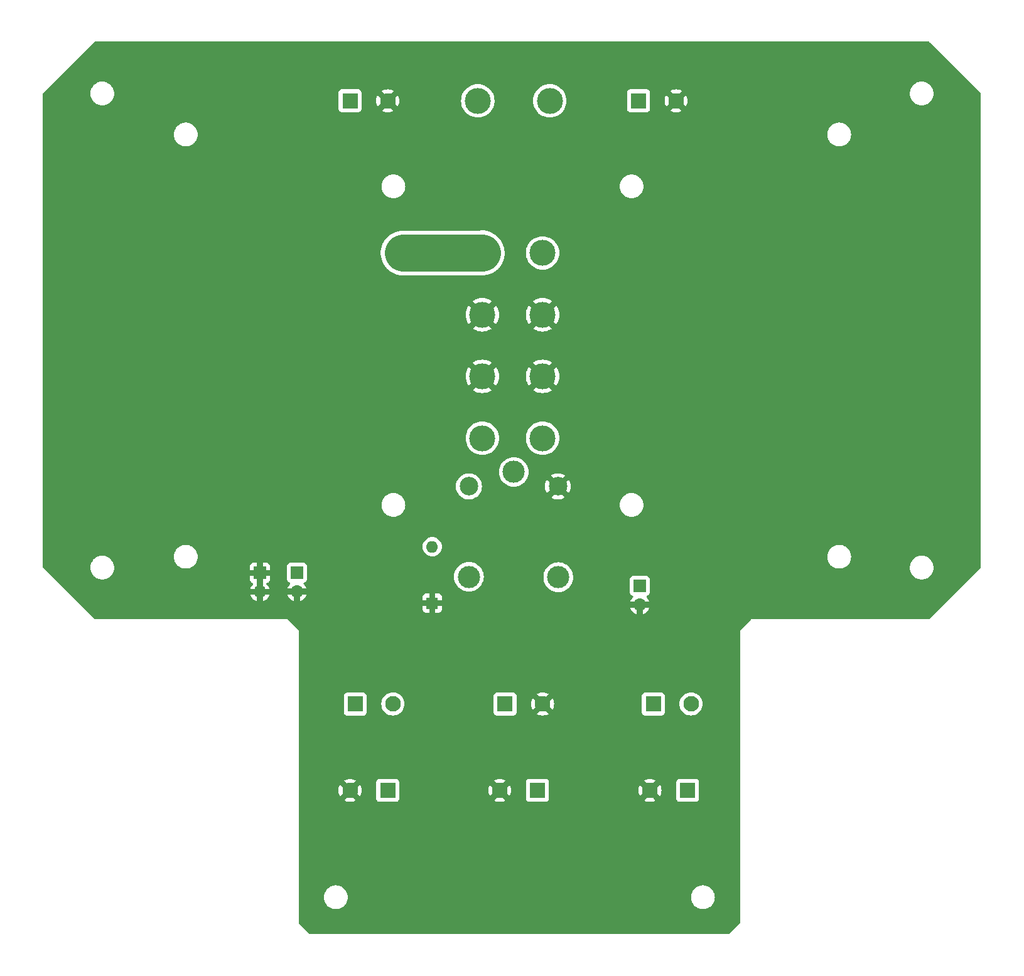
<source format=gbr>
%TF.GenerationSoftware,KiCad,Pcbnew,7.0.9*%
%TF.CreationDate,2023-12-22T13:28:02+01:00*%
%TF.ProjectId,pcb_puissance,7063625f-7075-4697-9373-616e63652e6b,1.1*%
%TF.SameCoordinates,Original*%
%TF.FileFunction,Copper,L2,Bot*%
%TF.FilePolarity,Positive*%
%FSLAX46Y46*%
G04 Gerber Fmt 4.6, Leading zero omitted, Abs format (unit mm)*
G04 Created by KiCad (PCBNEW 7.0.9) date 2023-12-22 13:28:02*
%MOMM*%
%LPD*%
G01*
G04 APERTURE LIST*
%TA.AperFunction,ComponentPad*%
%ADD10C,3.500000*%
%TD*%
%TA.AperFunction,ComponentPad*%
%ADD11O,1.700000X1.700000*%
%TD*%
%TA.AperFunction,ComponentPad*%
%ADD12R,1.700000X1.700000*%
%TD*%
%TA.AperFunction,ComponentPad*%
%ADD13R,2.100000X2.100000*%
%TD*%
%TA.AperFunction,ComponentPad*%
%ADD14C,2.100000*%
%TD*%
%TA.AperFunction,ComponentPad*%
%ADD15C,3.000000*%
%TD*%
%TA.AperFunction,ComponentPad*%
%ADD16C,2.500000*%
%TD*%
%TA.AperFunction,ComponentPad*%
%ADD17R,1.600000X1.600000*%
%TD*%
%TA.AperFunction,ComponentPad*%
%ADD18O,1.600000X1.600000*%
%TD*%
%TA.AperFunction,ViaPad*%
%ADD19C,0.800000*%
%TD*%
%TA.AperFunction,ViaPad*%
%ADD20C,3.500000*%
%TD*%
%TA.AperFunction,Conductor*%
%ADD21C,5.000000*%
%TD*%
G04 APERTURE END LIST*
D10*
%TO.P,TRANSFO2,1*%
%TO.N,+12V*%
X79760000Y-78540000D03*
%TO.P,TRANSFO2,2*%
%TO.N,GND*%
X79760000Y-70190000D03*
%TO.P,TRANSFO2,3*%
X79760000Y-61890000D03*
%TO.P,TRANSFO2,4*%
%TO.N,+5V*%
X79760000Y-53540000D03*
%TD*%
%TO.P,TRANSFO1,1*%
%TO.N,+12V*%
X87880000Y-53540000D03*
%TO.P,TRANSFO1,2*%
%TO.N,GND*%
X87880000Y-61890000D03*
%TO.P,TRANSFO1,3*%
X87880000Y-70190000D03*
%TO.P,TRANSFO1,4*%
%TO.N,TRANSFO1*%
X87880000Y-78540000D03*
%TD*%
D11*
%TO.P,J11,2,Pin_2*%
%TO.N,GND*%
X49750000Y-99265000D03*
D12*
%TO.P,J11,1,Pin_1*%
X49750000Y-96725000D03*
%TD*%
%TO.P,J10,1,Pin_1*%
%TO.N,+5V*%
X54750000Y-96710000D03*
D11*
%TO.P,J10,2,Pin_2*%
%TO.N,GND*%
X54750000Y-99250000D03*
%TD*%
D12*
%TO.P,J9,1,Pin_1*%
%TO.N,+12V*%
X101000000Y-98475000D03*
D11*
%TO.P,J9,2,Pin_2*%
%TO.N,GND*%
X101000000Y-101015000D03*
%TD*%
D13*
%TO.P,J3,1,1*%
%TO.N,BUTTON_NC*%
X107435000Y-126085000D03*
D14*
%TO.P,J3,2,2*%
%TO.N,GND*%
X102355000Y-126085000D03*
%TD*%
D15*
%TO.P,K1,1*%
%TO.N,TRANSFO1*%
X84000000Y-83100000D03*
D16*
%TO.P,K1,2*%
%TO.N,BUTTON_NO*%
X77950000Y-85050000D03*
D15*
%TO.P,K1,3*%
%TO.N,RELAY_NC*%
X77950000Y-97250000D03*
%TO.P,K1,4*%
%TO.N,RELAY_NO*%
X90000000Y-97300000D03*
D16*
%TO.P,K1,5*%
%TO.N,GND*%
X89950000Y-85050000D03*
%TD*%
D14*
%TO.P,J1,2,2*%
%TO.N,GND*%
X105895000Y-33000000D03*
D13*
%TO.P,J1,1,1*%
%TO.N,BATTERY*%
X100815000Y-33000000D03*
%TD*%
%TO.P,J5,1,1*%
%TO.N,+5V*%
X62620000Y-114415000D03*
D14*
%TO.P,J5,2,2*%
%TO.N,BUTTON_NO*%
X67700000Y-114415000D03*
%TD*%
%TO.P,J6,2,2*%
%TO.N,GND*%
X61920000Y-126085000D03*
D13*
%TO.P,J6,1,1*%
%TO.N,+5V*%
X67000000Y-126085000D03*
%TD*%
%TO.P,J2,1,1*%
%TO.N,+12V*%
X61920000Y-33000000D03*
D14*
%TO.P,J2,2,2*%
%TO.N,GND*%
X67000000Y-33000000D03*
%TD*%
%TO.P,J4,2,2*%
%TO.N,BUTTON_NC*%
X107895000Y-114415000D03*
D13*
%TO.P,J4,1,1*%
%TO.N,+12V*%
X102815000Y-114415000D03*
%TD*%
D10*
%TO.P,F1,1*%
%TO.N,BATTERY*%
X88850000Y-33000000D03*
%TO.P,F1,2*%
%TO.N,+12V*%
X79150000Y-33000000D03*
%TD*%
D13*
%TO.P,J7,1,1*%
%TO.N,RELAY_NO*%
X87185000Y-126085000D03*
D14*
%TO.P,J7,2,2*%
%TO.N,GND*%
X82105000Y-126085000D03*
%TD*%
D13*
%TO.P,J8,1,1*%
%TO.N,RELAY_NC*%
X82815000Y-114415000D03*
D14*
%TO.P,J8,2,2*%
%TO.N,GND*%
X87895000Y-114415000D03*
%TD*%
D17*
%TO.P,D9,1,K*%
%TO.N,GND*%
X73000000Y-100810000D03*
D18*
%TO.P,D9,2,A*%
%TO.N,BUTTON_NO*%
X73000000Y-93190000D03*
%TD*%
D19*
%TO.N,GND*%
X106250000Y-140000000D03*
X63000000Y-140000000D03*
X76250000Y-101500000D03*
X58500000Y-26250000D03*
X109250000Y-26250000D03*
X97750000Y-26250000D03*
X88500000Y-26250000D03*
X78000000Y-26500000D03*
X73000000Y-42750000D03*
X72000000Y-32000000D03*
X70000000Y-35000000D03*
X65250000Y-35000000D03*
X70000000Y-40000000D03*
X65250000Y-40000000D03*
X92250000Y-53750000D03*
X100000000Y-50000000D03*
X105000000Y-55000000D03*
X87500000Y-101500000D03*
X66500000Y-101000000D03*
X66500000Y-116000000D03*
X66500000Y-107500000D03*
X71000000Y-90000000D03*
X81000000Y-89000000D03*
X85000000Y-89000000D03*
X81000000Y-95000000D03*
X97000000Y-44000000D03*
X79000000Y-49000000D03*
X100000000Y-70000000D03*
X95000000Y-65000000D03*
X100000000Y-65000000D03*
X95000000Y-60000000D03*
X95000000Y-65000000D03*
X95000000Y-70000000D03*
X95000000Y-75000000D03*
X100000000Y-75000000D03*
X100000000Y-80000000D03*
X95000000Y-80000000D03*
X100000000Y-85000000D03*
X100000000Y-90000000D03*
X95000000Y-90000000D03*
X100000000Y-95000000D03*
X102500000Y-95000000D03*
X102500000Y-122500000D03*
X112500000Y-125000000D03*
X112500000Y-112500000D03*
X112500000Y-105000000D03*
X112500000Y-60000000D03*
X112500000Y-65000000D03*
X112500000Y-70000000D03*
X112500000Y-75000000D03*
X112500000Y-80000000D03*
X112500000Y-85000000D03*
X112500000Y-90000000D03*
X112500000Y-95000000D03*
X112500000Y-100000000D03*
X125000000Y-95000000D03*
X130000000Y-95000000D03*
X135000000Y-95000000D03*
X145000000Y-95000000D03*
X140750000Y-98500000D03*
X135000000Y-100000000D03*
X130000000Y-100000000D03*
X125000000Y-100000000D03*
X120000000Y-100000000D03*
X115000000Y-100000000D03*
X115000000Y-95000000D03*
X115000000Y-90000000D03*
X120000000Y-90000000D03*
X125000000Y-90000000D03*
X130000000Y-90000000D03*
X135000000Y-90000000D03*
X135000000Y-90000000D03*
X140000000Y-90000000D03*
X145000000Y-90000000D03*
X145000000Y-85000000D03*
X140000000Y-85000000D03*
X125000000Y-85000000D03*
X135000000Y-85000000D03*
X130000000Y-85000000D03*
X130000000Y-85000000D03*
X120000000Y-85000000D03*
X115000000Y-85000000D03*
X115000000Y-80000000D03*
X120000000Y-80000000D03*
X125000000Y-80000000D03*
X130000000Y-80000000D03*
X130000000Y-80000000D03*
X135000000Y-80000000D03*
X140000000Y-80000000D03*
X115000000Y-60000000D03*
X115000000Y-65000000D03*
X115000000Y-70000000D03*
X120000000Y-75000000D03*
X120000000Y-70000000D03*
X120000000Y-65000000D03*
X120000000Y-60000000D03*
X140000000Y-60000000D03*
X135000000Y-60000000D03*
X135000000Y-65000000D03*
X140000000Y-65000000D03*
X140000000Y-70000000D03*
X145000000Y-70000000D03*
X135000000Y-70000000D03*
X130000000Y-70000000D03*
X125000000Y-65000000D03*
X130000000Y-65000000D03*
X130000000Y-60000000D03*
X125000000Y-60000000D03*
X125000000Y-70000000D03*
X125000000Y-75000000D03*
X120000000Y-75000000D03*
X115000000Y-75000000D03*
X120000000Y-75000000D03*
X120000000Y-75000000D03*
X130000000Y-75000000D03*
X135000000Y-75000000D03*
X135000000Y-75000000D03*
X140000000Y-75000000D03*
X145000000Y-75000000D03*
X145000000Y-80000000D03*
X145000000Y-80000000D03*
X145000000Y-70000000D03*
X145000000Y-70000000D03*
X145000000Y-65000000D03*
X145000000Y-60000000D03*
X115000000Y-45000000D03*
X115000000Y-50000000D03*
X115000000Y-55000000D03*
X105000000Y-30000000D03*
X110000000Y-30000000D03*
X115000000Y-30000000D03*
X120000000Y-30000000D03*
X125000000Y-30000000D03*
X130000000Y-30000000D03*
X135000000Y-30000000D03*
X140000000Y-50000000D03*
X135000000Y-50000000D03*
X130000000Y-50000000D03*
X125000000Y-50000000D03*
X120000000Y-50000000D03*
X120000000Y-45000000D03*
X125000000Y-45000000D03*
X130000000Y-45000000D03*
X135000000Y-45000000D03*
X140000000Y-45000000D03*
X140000000Y-40000000D03*
X135000000Y-40000000D03*
X130000000Y-40000000D03*
X125000000Y-40000000D03*
X120000000Y-40000000D03*
X115000000Y-40000000D03*
X110000000Y-40000000D03*
X110000000Y-35000000D03*
X115000000Y-35000000D03*
X120000000Y-35000000D03*
X125000000Y-35000000D03*
X130000000Y-35000000D03*
X135000000Y-35000000D03*
X140000000Y-35000000D03*
X145000000Y-35000000D03*
X145000000Y-40000000D03*
X145000000Y-45000000D03*
X145000000Y-50000000D03*
X145000000Y-55000000D03*
X140000000Y-55000000D03*
X135000000Y-55000000D03*
X130000000Y-55000000D03*
X125000000Y-55000000D03*
X120000000Y-55000000D03*
X110000000Y-55000000D03*
X105000000Y-40000000D03*
X110000000Y-45000000D03*
X110000000Y-50000000D03*
X105000000Y-50000000D03*
X105000000Y-45000000D03*
X100000000Y-40000000D03*
X92000000Y-40000000D03*
X85000000Y-37000000D03*
X84000000Y-30000000D03*
X65000000Y-45000000D03*
X70000000Y-45000000D03*
X70000000Y-50000000D03*
X65000000Y-50000000D03*
X55000000Y-35000000D03*
X45000000Y-35000000D03*
X50000000Y-35000000D03*
X50000000Y-30000000D03*
X55000000Y-30000000D03*
X45000000Y-30000000D03*
X40000000Y-30000000D03*
X35000000Y-30000000D03*
X35000000Y-35000000D03*
X30000000Y-35000000D03*
X25000000Y-35000000D03*
X35000000Y-40000000D03*
X45000000Y-40000000D03*
X50000000Y-40000000D03*
X55000000Y-40000000D03*
X60000000Y-40000000D03*
X60000000Y-45000000D03*
X55000000Y-45000000D03*
X50000000Y-45000000D03*
X45000000Y-45000000D03*
X40000000Y-45000000D03*
X35000000Y-45000000D03*
X75000000Y-80000000D03*
X75000000Y-85000000D03*
X70000000Y-85000000D03*
X70000000Y-80000000D03*
X70000000Y-75000000D03*
X70000000Y-70000000D03*
X70000000Y-65000000D03*
X70000000Y-60000000D03*
X45000000Y-100000000D03*
X45000000Y-95000000D03*
X45000000Y-90000000D03*
X50000000Y-90000000D03*
X55000000Y-90000000D03*
X50000000Y-85000000D03*
X45000000Y-85000000D03*
X45000000Y-85000000D03*
X55000000Y-85000000D03*
X55000000Y-80000000D03*
X50000000Y-80000000D03*
X45000000Y-80000000D03*
X45000000Y-75000000D03*
X50000000Y-75000000D03*
X55000000Y-75000000D03*
X55000000Y-70000000D03*
X50000000Y-70000000D03*
X45000000Y-70000000D03*
X45000000Y-65000000D03*
X50000000Y-65000000D03*
X55000000Y-65000000D03*
X55000000Y-60000000D03*
X50000000Y-60000000D03*
X45000000Y-60000000D03*
X45000000Y-55000000D03*
X50000000Y-55000000D03*
X55000000Y-55000000D03*
X60000000Y-55000000D03*
X60000000Y-50000000D03*
X55000000Y-50000000D03*
X50000000Y-50000000D03*
X45000000Y-50000000D03*
X40000000Y-50000000D03*
X35000000Y-50000000D03*
X35000000Y-55000000D03*
X40000000Y-55000000D03*
X40000000Y-60000000D03*
X35000000Y-60000000D03*
X35000000Y-65000000D03*
X40000000Y-65000000D03*
X40000000Y-70000000D03*
X35000000Y-70000000D03*
X35000000Y-75000000D03*
X40000000Y-75000000D03*
X40000000Y-80000000D03*
X35000000Y-80000000D03*
X35000000Y-85000000D03*
X40000000Y-85000000D03*
X40000000Y-90000000D03*
X35000000Y-90000000D03*
X35000000Y-95000000D03*
X40000000Y-100000000D03*
X35000000Y-100000000D03*
X30000000Y-100000000D03*
X25000000Y-95000000D03*
X25000000Y-90000000D03*
X30000000Y-90000000D03*
X30000000Y-85000000D03*
X30000000Y-80000000D03*
X30000000Y-75000000D03*
X30000000Y-70000000D03*
X30000000Y-65000000D03*
X30000000Y-60000000D03*
X30000000Y-55000000D03*
X30000000Y-50000000D03*
X30000000Y-45000000D03*
X30000000Y-40000000D03*
X25000000Y-40000000D03*
X25000000Y-45000000D03*
X25000000Y-50000000D03*
X25000000Y-55000000D03*
X25000000Y-60000000D03*
X25000000Y-65000000D03*
X25000000Y-70000000D03*
X25000000Y-75000000D03*
X25000000Y-80000000D03*
X25000000Y-85000000D03*
X112500000Y-118500000D03*
X98700000Y-122100000D03*
X96100000Y-121700000D03*
X96300000Y-115000000D03*
X96400000Y-107500000D03*
X99000000Y-107500000D03*
X88000000Y-107500000D03*
X70250000Y-113750000D03*
X69750000Y-107500000D03*
X57500000Y-107500000D03*
X57500000Y-114000000D03*
X75250000Y-113750000D03*
X104500000Y-118500000D03*
X83500000Y-120250000D03*
X57500000Y-120000000D03*
X57500000Y-125000000D03*
X71500000Y-124750000D03*
X76250000Y-124750000D03*
X106000000Y-136250000D03*
X67000000Y-145000000D03*
X94000000Y-145000000D03*
X85000000Y-145000000D03*
X102750000Y-145000000D03*
X76000000Y-145000000D03*
X89250000Y-145000000D03*
X71500000Y-145000000D03*
X80500000Y-145000000D03*
X98500000Y-145000000D03*
X105000000Y-132500000D03*
X57500000Y-135000000D03*
X57500000Y-130000000D03*
X112500000Y-135000000D03*
X62750000Y-130000000D03*
X80750000Y-130000000D03*
X98500000Y-130000000D03*
X71750000Y-130000000D03*
X67250000Y-130000000D03*
X76250000Y-130000000D03*
X94250000Y-130000000D03*
X62750000Y-135000000D03*
X89750000Y-135000000D03*
X80750000Y-135000000D03*
X98500000Y-135000000D03*
X71750000Y-135000000D03*
X85000000Y-135000000D03*
X67250000Y-135000000D03*
X76250000Y-135000000D03*
X94250000Y-135000000D03*
X87000000Y-130000000D03*
X96250000Y-99000000D03*
X110000000Y-130000000D03*
X99000000Y-115000000D03*
X76000000Y-120000000D03*
X102750000Y-140000000D03*
X67000000Y-140000000D03*
X94000000Y-140000000D03*
X85000000Y-140000000D03*
X76000000Y-140000000D03*
X84000000Y-57000000D03*
X95000000Y-85000000D03*
X67500000Y-95000000D03*
X110000000Y-107500000D03*
X75000000Y-107500000D03*
X70000000Y-120000000D03*
X75000000Y-95000000D03*
X120000000Y-95000000D03*
X85000000Y-95000000D03*
X98500000Y-140000000D03*
X89250000Y-140000000D03*
X80500000Y-140000000D03*
X71500000Y-140000000D03*
D20*
%TO.N,+5V*%
X69040000Y-53540000D03*
%TD*%
D21*
%TO.N,+5V*%
X79720000Y-53500000D02*
X79760000Y-53540000D01*
X69040000Y-53540000D02*
X79760000Y-53540000D01*
%TD*%
%TA.AperFunction,Conductor*%
%TO.N,GND*%
G36*
X140015469Y-25020185D02*
G01*
X140036111Y-25036819D01*
X146963181Y-31963889D01*
X146996666Y-32025212D01*
X146999500Y-32051570D01*
X146999500Y-95948430D01*
X146979815Y-96015469D01*
X146963181Y-96036111D01*
X140036111Y-102963181D01*
X139974788Y-102996666D01*
X139948430Y-102999500D01*
X116024760Y-102999500D01*
X116024554Y-102999459D01*
X116000000Y-102999459D01*
X115999901Y-102999500D01*
X115999617Y-102999616D01*
X115982713Y-103016405D01*
X115982358Y-103016933D01*
X114516995Y-104482295D01*
X114516819Y-104482413D01*
X114499616Y-104499616D01*
X114499457Y-104499995D01*
X114499461Y-104524665D01*
X114499500Y-104524855D01*
X114499500Y-143948430D01*
X114479815Y-144015469D01*
X114463181Y-144036111D01*
X113036111Y-145463181D01*
X112974788Y-145496666D01*
X112948430Y-145499500D01*
X56551569Y-145499500D01*
X56484530Y-145479815D01*
X56463888Y-145463181D01*
X55036819Y-144036111D01*
X55003334Y-143974788D01*
X55000500Y-143948430D01*
X55000500Y-140499999D01*
X58394551Y-140499999D01*
X58402275Y-140598142D01*
X58402466Y-140603008D01*
X58402466Y-140625734D01*
X58406019Y-140648167D01*
X58406592Y-140653002D01*
X58410603Y-140703959D01*
X58414317Y-140751148D01*
X58414317Y-140751151D01*
X58414318Y-140751153D01*
X58437296Y-140846867D01*
X58438246Y-140851642D01*
X58441801Y-140874090D01*
X58448824Y-140895705D01*
X58450146Y-140900390D01*
X58473127Y-140996114D01*
X58510797Y-141087057D01*
X58512482Y-141091623D01*
X58518170Y-141109126D01*
X58519507Y-141113240D01*
X58519508Y-141113243D01*
X58519509Y-141113244D01*
X58529821Y-141133484D01*
X58531858Y-141137904D01*
X58569532Y-141228857D01*
X58620973Y-141312803D01*
X58623351Y-141317048D01*
X58630514Y-141331104D01*
X58633666Y-141337290D01*
X58633667Y-141337292D01*
X58647017Y-141355667D01*
X58649722Y-141359714D01*
X58699021Y-141440163D01*
X58701164Y-141443659D01*
X58701171Y-141443667D01*
X58765094Y-141518511D01*
X58768107Y-141522332D01*
X58781469Y-141540724D01*
X58797547Y-141556802D01*
X58800832Y-141560355D01*
X58864776Y-141635224D01*
X58939639Y-141699163D01*
X58943202Y-141702457D01*
X58959276Y-141718531D01*
X58977654Y-141731883D01*
X58977665Y-141731891D01*
X58981471Y-141734891D01*
X59056341Y-141798836D01*
X59056343Y-141798837D01*
X59056344Y-141798838D01*
X59056345Y-141798839D01*
X59140277Y-141850272D01*
X59144325Y-141852977D01*
X59144335Y-141852984D01*
X59162710Y-141866334D01*
X59182961Y-141876652D01*
X59187179Y-141879014D01*
X59271141Y-141930466D01*
X59271143Y-141930466D01*
X59271145Y-141930468D01*
X59312908Y-141947766D01*
X59362101Y-141968142D01*
X59366515Y-141970178D01*
X59374608Y-141974301D01*
X59386760Y-141980493D01*
X59408380Y-141987517D01*
X59412923Y-141989194D01*
X59503889Y-142026873D01*
X59599627Y-142049857D01*
X59604289Y-142051172D01*
X59625910Y-142058198D01*
X59625911Y-142058198D01*
X59625914Y-142058199D01*
X59634646Y-142059581D01*
X59648367Y-142061754D01*
X59653107Y-142062696D01*
X59748852Y-142085683D01*
X59847024Y-142093409D01*
X59851795Y-142093974D01*
X59874271Y-142097534D01*
X59874275Y-142097534D01*
X59896992Y-142097534D01*
X59901858Y-142097725D01*
X60000000Y-142105449D01*
X60098142Y-142097725D01*
X60103008Y-142097534D01*
X60125725Y-142097534D01*
X60125729Y-142097534D01*
X60148204Y-142093974D01*
X60152975Y-142093409D01*
X60251148Y-142085683D01*
X60346897Y-142062695D01*
X60351627Y-142061755D01*
X60374090Y-142058198D01*
X60395737Y-142051164D01*
X60400351Y-142049862D01*
X60496111Y-142026873D01*
X60587090Y-141989188D01*
X60591599Y-141987524D01*
X60613240Y-141980493D01*
X60633508Y-141970165D01*
X60637863Y-141968157D01*
X60728859Y-141930466D01*
X60812833Y-141879006D01*
X60817018Y-141876662D01*
X60837290Y-141866334D01*
X60855684Y-141852969D01*
X60859707Y-141850281D01*
X60943659Y-141798836D01*
X61018547Y-141734875D01*
X61022314Y-141731906D01*
X61040724Y-141718531D01*
X61056819Y-141702435D01*
X61060347Y-141699174D01*
X61135224Y-141635224D01*
X61199174Y-141560347D01*
X61202435Y-141556819D01*
X61218531Y-141540724D01*
X61231906Y-141522314D01*
X61234875Y-141518547D01*
X61298836Y-141443659D01*
X61350281Y-141359707D01*
X61352969Y-141355684D01*
X61366334Y-141337290D01*
X61376662Y-141317018D01*
X61379006Y-141312833D01*
X61430466Y-141228859D01*
X61468157Y-141137863D01*
X61470165Y-141133508D01*
X61480493Y-141113240D01*
X61487524Y-141091599D01*
X61489188Y-141087090D01*
X61526873Y-140996111D01*
X61549862Y-140900351D01*
X61551164Y-140895737D01*
X61558198Y-140874090D01*
X61561755Y-140851627D01*
X61562695Y-140846897D01*
X61585683Y-140751148D01*
X61593409Y-140652978D01*
X61593974Y-140648201D01*
X61597534Y-140625729D01*
X61598155Y-140594043D01*
X61598334Y-140590401D01*
X61605449Y-140500000D01*
X61605449Y-140499999D01*
X107894551Y-140499999D01*
X107902275Y-140598142D01*
X107902466Y-140603008D01*
X107902466Y-140625734D01*
X107906019Y-140648167D01*
X107906592Y-140653002D01*
X107910603Y-140703959D01*
X107914317Y-140751148D01*
X107914317Y-140751151D01*
X107914318Y-140751153D01*
X107937296Y-140846867D01*
X107938246Y-140851642D01*
X107941801Y-140874090D01*
X107948824Y-140895705D01*
X107950146Y-140900390D01*
X107973127Y-140996114D01*
X108010797Y-141087057D01*
X108012482Y-141091623D01*
X108018170Y-141109126D01*
X108019507Y-141113240D01*
X108019508Y-141113243D01*
X108019509Y-141113244D01*
X108029821Y-141133484D01*
X108031858Y-141137904D01*
X108069532Y-141228857D01*
X108120973Y-141312803D01*
X108123351Y-141317048D01*
X108130514Y-141331104D01*
X108133666Y-141337290D01*
X108133667Y-141337292D01*
X108147017Y-141355667D01*
X108149722Y-141359714D01*
X108199021Y-141440163D01*
X108201164Y-141443659D01*
X108201171Y-141443667D01*
X108265094Y-141518511D01*
X108268107Y-141522332D01*
X108281469Y-141540724D01*
X108297547Y-141556802D01*
X108300832Y-141560355D01*
X108364776Y-141635224D01*
X108439639Y-141699163D01*
X108443202Y-141702457D01*
X108459276Y-141718531D01*
X108477654Y-141731883D01*
X108477665Y-141731891D01*
X108481471Y-141734891D01*
X108556341Y-141798836D01*
X108556343Y-141798837D01*
X108556344Y-141798838D01*
X108556345Y-141798839D01*
X108640277Y-141850272D01*
X108644325Y-141852977D01*
X108644335Y-141852984D01*
X108662710Y-141866334D01*
X108682961Y-141876652D01*
X108687179Y-141879014D01*
X108771141Y-141930466D01*
X108771143Y-141930466D01*
X108771145Y-141930468D01*
X108812908Y-141947766D01*
X108862101Y-141968142D01*
X108866515Y-141970178D01*
X108874608Y-141974301D01*
X108886760Y-141980493D01*
X108908380Y-141987517D01*
X108912923Y-141989194D01*
X109003889Y-142026873D01*
X109099627Y-142049857D01*
X109104289Y-142051172D01*
X109125910Y-142058198D01*
X109125911Y-142058198D01*
X109125914Y-142058199D01*
X109134646Y-142059581D01*
X109148367Y-142061754D01*
X109153107Y-142062696D01*
X109248852Y-142085683D01*
X109347024Y-142093409D01*
X109351795Y-142093974D01*
X109374271Y-142097534D01*
X109374275Y-142097534D01*
X109396992Y-142097534D01*
X109401858Y-142097725D01*
X109500000Y-142105449D01*
X109598142Y-142097725D01*
X109603008Y-142097534D01*
X109625725Y-142097534D01*
X109625729Y-142097534D01*
X109648204Y-142093974D01*
X109652975Y-142093409D01*
X109751148Y-142085683D01*
X109846897Y-142062695D01*
X109851627Y-142061755D01*
X109874090Y-142058198D01*
X109895737Y-142051164D01*
X109900351Y-142049862D01*
X109996111Y-142026873D01*
X110087090Y-141989188D01*
X110091599Y-141987524D01*
X110113240Y-141980493D01*
X110133508Y-141970165D01*
X110137863Y-141968157D01*
X110228859Y-141930466D01*
X110312833Y-141879006D01*
X110317018Y-141876662D01*
X110337290Y-141866334D01*
X110355684Y-141852969D01*
X110359707Y-141850281D01*
X110443659Y-141798836D01*
X110518547Y-141734875D01*
X110522314Y-141731906D01*
X110540724Y-141718531D01*
X110556819Y-141702435D01*
X110560347Y-141699174D01*
X110635224Y-141635224D01*
X110699174Y-141560347D01*
X110702435Y-141556819D01*
X110718531Y-141540724D01*
X110731906Y-141522314D01*
X110734875Y-141518547D01*
X110798836Y-141443659D01*
X110850281Y-141359707D01*
X110852969Y-141355684D01*
X110866334Y-141337290D01*
X110876662Y-141317018D01*
X110879006Y-141312833D01*
X110930466Y-141228859D01*
X110968157Y-141137863D01*
X110970165Y-141133508D01*
X110980493Y-141113240D01*
X110987524Y-141091599D01*
X110989188Y-141087090D01*
X111026873Y-140996111D01*
X111049862Y-140900351D01*
X111051164Y-140895737D01*
X111058198Y-140874090D01*
X111061755Y-140851627D01*
X111062695Y-140846897D01*
X111085683Y-140751148D01*
X111093409Y-140652978D01*
X111093974Y-140648201D01*
X111097534Y-140625729D01*
X111098155Y-140594043D01*
X111098334Y-140590401D01*
X111105449Y-140500000D01*
X111098333Y-140409593D01*
X111098155Y-140405946D01*
X111097979Y-140396990D01*
X111097534Y-140374271D01*
X111093974Y-140351798D01*
X111093409Y-140347021D01*
X111085683Y-140248852D01*
X111062696Y-140153107D01*
X111061753Y-140148357D01*
X111058198Y-140125913D01*
X111058198Y-140125911D01*
X111058195Y-140125903D01*
X111051172Y-140104289D01*
X111049857Y-140099627D01*
X111026873Y-140003889D01*
X110989194Y-139912923D01*
X110987517Y-139908380D01*
X110980493Y-139886760D01*
X110970178Y-139866515D01*
X110968139Y-139862093D01*
X110930468Y-139771145D01*
X110930466Y-139771141D01*
X110879014Y-139687179D01*
X110876649Y-139682955D01*
X110866337Y-139662716D01*
X110866334Y-139662710D01*
X110858039Y-139651293D01*
X110852977Y-139644325D01*
X110850272Y-139640277D01*
X110798839Y-139556345D01*
X110798838Y-139556344D01*
X110798837Y-139556343D01*
X110798836Y-139556341D01*
X110734891Y-139481471D01*
X110731891Y-139477665D01*
X110718531Y-139459276D01*
X110702453Y-139443198D01*
X110699163Y-139439639D01*
X110635224Y-139364776D01*
X110560355Y-139300832D01*
X110556799Y-139297544D01*
X110540724Y-139281469D01*
X110522332Y-139268107D01*
X110518511Y-139265094D01*
X110443667Y-139201171D01*
X110443659Y-139201164D01*
X110443654Y-139201161D01*
X110443653Y-139201160D01*
X110359714Y-139149722D01*
X110355667Y-139147017D01*
X110337292Y-139133667D01*
X110337290Y-139133666D01*
X110331104Y-139130514D01*
X110317048Y-139123351D01*
X110312803Y-139120973D01*
X110228857Y-139069532D01*
X110137904Y-139031858D01*
X110133484Y-139029821D01*
X110113244Y-139019509D01*
X110113243Y-139019508D01*
X110113240Y-139019507D01*
X110109126Y-139018170D01*
X110091623Y-139012482D01*
X110087057Y-139010797D01*
X109996114Y-138973127D01*
X109900390Y-138950146D01*
X109895705Y-138948824D01*
X109874090Y-138941801D01*
X109851642Y-138938246D01*
X109846867Y-138937296D01*
X109751152Y-138914318D01*
X109751153Y-138914318D01*
X109751151Y-138914317D01*
X109751148Y-138914317D01*
X109703959Y-138910603D01*
X109653002Y-138906592D01*
X109648167Y-138906019D01*
X109625734Y-138902466D01*
X109625729Y-138902466D01*
X109603008Y-138902466D01*
X109598142Y-138902275D01*
X109500000Y-138894551D01*
X109401858Y-138902275D01*
X109396992Y-138902466D01*
X109374271Y-138902466D01*
X109351833Y-138906019D01*
X109346998Y-138906592D01*
X109248851Y-138914317D01*
X109248844Y-138914318D01*
X109153132Y-138937296D01*
X109148357Y-138938246D01*
X109125913Y-138941801D01*
X109125903Y-138941803D01*
X109104299Y-138948823D01*
X109099612Y-138950145D01*
X109003891Y-138973125D01*
X108912938Y-139010799D01*
X108908373Y-139012483D01*
X108886757Y-139019507D01*
X108866515Y-139029820D01*
X108862098Y-139031856D01*
X108771141Y-139069534D01*
X108687201Y-139120970D01*
X108682958Y-139123347D01*
X108662716Y-139133662D01*
X108662708Y-139133667D01*
X108644330Y-139147018D01*
X108640286Y-139149720D01*
X108556339Y-139201165D01*
X108481482Y-139265098D01*
X108477660Y-139268111D01*
X108459276Y-139281469D01*
X108443198Y-139297544D01*
X108439626Y-139300846D01*
X108364775Y-139364775D01*
X108300846Y-139439626D01*
X108297544Y-139443198D01*
X108281469Y-139459276D01*
X108268111Y-139477660D01*
X108265098Y-139481482D01*
X108201165Y-139556339D01*
X108149720Y-139640286D01*
X108147018Y-139644330D01*
X108133667Y-139662708D01*
X108133662Y-139662716D01*
X108123347Y-139682958D01*
X108120970Y-139687201D01*
X108069534Y-139771141D01*
X108031856Y-139862098D01*
X108029820Y-139866515D01*
X108019507Y-139886757D01*
X108012483Y-139908373D01*
X108010799Y-139912938D01*
X107973125Y-140003891D01*
X107950145Y-140099612D01*
X107948823Y-140104299D01*
X107941803Y-140125903D01*
X107941801Y-140125913D01*
X107938246Y-140148357D01*
X107937296Y-140153132D01*
X107914318Y-140248844D01*
X107914317Y-140248851D01*
X107906592Y-140346998D01*
X107906019Y-140351833D01*
X107902466Y-140374270D01*
X107902466Y-140396990D01*
X107902275Y-140401856D01*
X107894551Y-140499999D01*
X61605449Y-140499999D01*
X61598333Y-140409593D01*
X61598155Y-140405946D01*
X61597979Y-140396990D01*
X61597534Y-140374271D01*
X61593974Y-140351798D01*
X61593409Y-140347021D01*
X61585683Y-140248852D01*
X61562696Y-140153107D01*
X61561753Y-140148357D01*
X61558198Y-140125913D01*
X61558198Y-140125911D01*
X61558195Y-140125903D01*
X61551172Y-140104289D01*
X61549857Y-140099627D01*
X61526873Y-140003889D01*
X61489194Y-139912923D01*
X61487517Y-139908380D01*
X61480493Y-139886760D01*
X61470178Y-139866515D01*
X61468139Y-139862093D01*
X61430468Y-139771145D01*
X61430466Y-139771141D01*
X61379014Y-139687179D01*
X61376649Y-139682955D01*
X61366337Y-139662716D01*
X61366334Y-139662710D01*
X61358039Y-139651293D01*
X61352977Y-139644325D01*
X61350272Y-139640277D01*
X61298839Y-139556345D01*
X61298838Y-139556344D01*
X61298837Y-139556343D01*
X61298836Y-139556341D01*
X61234891Y-139481471D01*
X61231891Y-139477665D01*
X61218531Y-139459276D01*
X61202453Y-139443198D01*
X61199163Y-139439639D01*
X61135224Y-139364776D01*
X61060355Y-139300832D01*
X61056799Y-139297544D01*
X61040724Y-139281469D01*
X61022332Y-139268107D01*
X61018511Y-139265094D01*
X60943667Y-139201171D01*
X60943659Y-139201164D01*
X60943654Y-139201161D01*
X60943653Y-139201160D01*
X60859714Y-139149722D01*
X60855667Y-139147017D01*
X60837292Y-139133667D01*
X60837290Y-139133666D01*
X60831104Y-139130514D01*
X60817048Y-139123351D01*
X60812803Y-139120973D01*
X60728857Y-139069532D01*
X60637904Y-139031858D01*
X60633484Y-139029821D01*
X60613244Y-139019509D01*
X60613243Y-139019508D01*
X60613240Y-139019507D01*
X60609126Y-139018170D01*
X60591623Y-139012482D01*
X60587057Y-139010797D01*
X60496114Y-138973127D01*
X60400390Y-138950146D01*
X60395705Y-138948824D01*
X60374090Y-138941801D01*
X60351642Y-138938246D01*
X60346867Y-138937296D01*
X60251152Y-138914318D01*
X60251153Y-138914318D01*
X60251151Y-138914317D01*
X60251148Y-138914317D01*
X60203959Y-138910603D01*
X60153002Y-138906592D01*
X60148167Y-138906019D01*
X60125734Y-138902466D01*
X60125729Y-138902466D01*
X60103008Y-138902466D01*
X60098142Y-138902275D01*
X60000000Y-138894551D01*
X59901858Y-138902275D01*
X59896992Y-138902466D01*
X59874271Y-138902466D01*
X59851833Y-138906019D01*
X59846998Y-138906592D01*
X59748851Y-138914317D01*
X59748844Y-138914318D01*
X59653132Y-138937296D01*
X59648357Y-138938246D01*
X59625913Y-138941801D01*
X59625903Y-138941803D01*
X59604299Y-138948823D01*
X59599612Y-138950145D01*
X59503891Y-138973125D01*
X59412938Y-139010799D01*
X59408373Y-139012483D01*
X59386757Y-139019507D01*
X59366515Y-139029820D01*
X59362098Y-139031856D01*
X59271141Y-139069534D01*
X59187201Y-139120970D01*
X59182958Y-139123347D01*
X59162716Y-139133662D01*
X59162708Y-139133667D01*
X59144330Y-139147018D01*
X59140286Y-139149720D01*
X59056339Y-139201165D01*
X58981482Y-139265098D01*
X58977660Y-139268111D01*
X58959276Y-139281469D01*
X58943198Y-139297544D01*
X58939626Y-139300846D01*
X58864775Y-139364775D01*
X58800846Y-139439626D01*
X58797544Y-139443198D01*
X58781469Y-139459276D01*
X58768111Y-139477660D01*
X58765098Y-139481482D01*
X58701165Y-139556339D01*
X58649720Y-139640286D01*
X58647018Y-139644330D01*
X58633667Y-139662708D01*
X58633662Y-139662716D01*
X58623347Y-139682958D01*
X58620970Y-139687201D01*
X58569534Y-139771141D01*
X58531856Y-139862098D01*
X58529820Y-139866515D01*
X58519507Y-139886757D01*
X58512483Y-139908373D01*
X58510799Y-139912938D01*
X58473125Y-140003891D01*
X58450145Y-140099612D01*
X58448823Y-140104299D01*
X58441803Y-140125903D01*
X58441801Y-140125913D01*
X58438246Y-140148357D01*
X58437296Y-140153132D01*
X58414318Y-140248844D01*
X58414317Y-140248851D01*
X58406592Y-140346998D01*
X58406019Y-140351833D01*
X58402466Y-140374270D01*
X58402466Y-140396990D01*
X58402275Y-140401856D01*
X58394551Y-140499999D01*
X55000500Y-140499999D01*
X55000500Y-126085000D01*
X60365207Y-126085000D01*
X60384348Y-126328219D01*
X60441303Y-126565457D01*
X60534665Y-126790853D01*
X60534668Y-126790859D01*
X60577902Y-126861412D01*
X61229752Y-126209562D01*
X61260682Y-126335046D01*
X61339680Y-126485566D01*
X61452405Y-126612806D01*
X61592305Y-126709371D01*
X61751249Y-126769651D01*
X61795643Y-126775041D01*
X61143586Y-127427096D01*
X61214141Y-127470331D01*
X61214146Y-127470334D01*
X61439542Y-127563696D01*
X61676780Y-127620651D01*
X61676779Y-127620651D01*
X61920000Y-127639792D01*
X62163219Y-127620651D01*
X62400457Y-127563696D01*
X62625861Y-127470331D01*
X62696412Y-127427097D01*
X62696412Y-127427096D01*
X62452186Y-127182870D01*
X65449500Y-127182870D01*
X65449501Y-127182876D01*
X65455908Y-127242483D01*
X65506202Y-127377328D01*
X65506206Y-127377335D01*
X65592452Y-127492544D01*
X65592455Y-127492547D01*
X65707664Y-127578793D01*
X65707671Y-127578797D01*
X65842517Y-127629091D01*
X65842516Y-127629091D01*
X65849444Y-127629835D01*
X65902127Y-127635500D01*
X68097872Y-127635499D01*
X68157483Y-127629091D01*
X68292331Y-127578796D01*
X68407546Y-127492546D01*
X68493796Y-127377331D01*
X68544091Y-127242483D01*
X68550500Y-127182873D01*
X68550499Y-126085000D01*
X80550207Y-126085000D01*
X80569348Y-126328219D01*
X80626303Y-126565457D01*
X80719665Y-126790853D01*
X80719668Y-126790859D01*
X80762902Y-126861412D01*
X81414752Y-126209562D01*
X81445682Y-126335046D01*
X81524680Y-126485566D01*
X81637405Y-126612806D01*
X81777305Y-126709371D01*
X81936249Y-126769651D01*
X81980643Y-126775041D01*
X81328586Y-127427096D01*
X81399141Y-127470331D01*
X81399146Y-127470334D01*
X81624542Y-127563696D01*
X81861780Y-127620651D01*
X81861779Y-127620651D01*
X82105000Y-127639792D01*
X82348219Y-127620651D01*
X82585457Y-127563696D01*
X82810861Y-127470331D01*
X82881412Y-127427097D01*
X82881412Y-127427096D01*
X82637186Y-127182870D01*
X85634500Y-127182870D01*
X85634501Y-127182876D01*
X85640908Y-127242483D01*
X85691202Y-127377328D01*
X85691206Y-127377335D01*
X85777452Y-127492544D01*
X85777455Y-127492547D01*
X85892664Y-127578793D01*
X85892671Y-127578797D01*
X86027517Y-127629091D01*
X86027516Y-127629091D01*
X86034444Y-127629835D01*
X86087127Y-127635500D01*
X88282872Y-127635499D01*
X88342483Y-127629091D01*
X88477331Y-127578796D01*
X88592546Y-127492546D01*
X88678796Y-127377331D01*
X88729091Y-127242483D01*
X88735500Y-127182873D01*
X88735499Y-126085000D01*
X100800207Y-126085000D01*
X100819348Y-126328219D01*
X100876303Y-126565457D01*
X100969665Y-126790853D01*
X100969668Y-126790859D01*
X101012902Y-126861412D01*
X101664752Y-126209562D01*
X101695682Y-126335046D01*
X101774680Y-126485566D01*
X101887405Y-126612806D01*
X102027305Y-126709371D01*
X102186249Y-126769651D01*
X102230643Y-126775041D01*
X101578586Y-127427096D01*
X101649141Y-127470331D01*
X101649146Y-127470334D01*
X101874542Y-127563696D01*
X102111780Y-127620651D01*
X102111779Y-127620651D01*
X102355000Y-127639792D01*
X102598219Y-127620651D01*
X102835457Y-127563696D01*
X103060861Y-127470331D01*
X103131412Y-127427097D01*
X103131412Y-127427096D01*
X102887186Y-127182870D01*
X105884500Y-127182870D01*
X105884501Y-127182876D01*
X105890908Y-127242483D01*
X105941202Y-127377328D01*
X105941206Y-127377335D01*
X106027452Y-127492544D01*
X106027455Y-127492547D01*
X106142664Y-127578793D01*
X106142671Y-127578797D01*
X106277517Y-127629091D01*
X106277516Y-127629091D01*
X106284444Y-127629835D01*
X106337127Y-127635500D01*
X108532872Y-127635499D01*
X108592483Y-127629091D01*
X108727331Y-127578796D01*
X108842546Y-127492546D01*
X108928796Y-127377331D01*
X108979091Y-127242483D01*
X108985500Y-127182873D01*
X108985499Y-124987128D01*
X108979091Y-124927517D01*
X108928796Y-124792669D01*
X108928795Y-124792668D01*
X108928793Y-124792664D01*
X108842547Y-124677455D01*
X108842544Y-124677452D01*
X108727335Y-124591206D01*
X108727328Y-124591202D01*
X108592482Y-124540908D01*
X108592483Y-124540908D01*
X108532883Y-124534501D01*
X108532881Y-124534500D01*
X108532873Y-124534500D01*
X108532864Y-124534500D01*
X106337129Y-124534500D01*
X106337123Y-124534501D01*
X106277516Y-124540908D01*
X106142671Y-124591202D01*
X106142664Y-124591206D01*
X106027455Y-124677452D01*
X106027452Y-124677455D01*
X105941206Y-124792664D01*
X105941202Y-124792671D01*
X105890908Y-124927517D01*
X105884501Y-124987116D01*
X105884501Y-124987123D01*
X105884500Y-124987135D01*
X105884500Y-127182870D01*
X102887186Y-127182870D01*
X102479356Y-126775041D01*
X102523751Y-126769651D01*
X102682695Y-126709371D01*
X102822595Y-126612806D01*
X102935320Y-126485566D01*
X103014318Y-126335046D01*
X103045247Y-126209563D01*
X103697096Y-126861412D01*
X103697097Y-126861412D01*
X103740331Y-126790861D01*
X103833696Y-126565457D01*
X103890651Y-126328219D01*
X103909792Y-126085000D01*
X103890651Y-125841780D01*
X103833696Y-125604542D01*
X103740334Y-125379146D01*
X103740331Y-125379141D01*
X103697096Y-125308586D01*
X103045247Y-125960436D01*
X103014318Y-125834954D01*
X102935320Y-125684434D01*
X102822595Y-125557194D01*
X102682695Y-125460629D01*
X102523751Y-125400349D01*
X102479357Y-125394958D01*
X103131412Y-124742902D01*
X103060859Y-124699668D01*
X103060853Y-124699665D01*
X102835457Y-124606303D01*
X102598219Y-124549348D01*
X102598220Y-124549348D01*
X102355000Y-124530207D01*
X102111780Y-124549348D01*
X101874542Y-124606303D01*
X101649136Y-124699670D01*
X101578586Y-124742901D01*
X102230643Y-125394958D01*
X102186249Y-125400349D01*
X102027305Y-125460629D01*
X101887405Y-125557194D01*
X101774680Y-125684434D01*
X101695682Y-125834954D01*
X101664752Y-125960437D01*
X101012901Y-125308586D01*
X100969670Y-125379136D01*
X100876303Y-125604542D01*
X100819348Y-125841780D01*
X100800207Y-126085000D01*
X88735499Y-126085000D01*
X88735499Y-124987128D01*
X88729091Y-124927517D01*
X88678796Y-124792669D01*
X88678795Y-124792668D01*
X88678793Y-124792664D01*
X88592547Y-124677455D01*
X88592544Y-124677452D01*
X88477335Y-124591206D01*
X88477328Y-124591202D01*
X88342482Y-124540908D01*
X88342483Y-124540908D01*
X88282883Y-124534501D01*
X88282881Y-124534500D01*
X88282873Y-124534500D01*
X88282864Y-124534500D01*
X86087129Y-124534500D01*
X86087123Y-124534501D01*
X86027516Y-124540908D01*
X85892671Y-124591202D01*
X85892664Y-124591206D01*
X85777455Y-124677452D01*
X85777452Y-124677455D01*
X85691206Y-124792664D01*
X85691202Y-124792671D01*
X85640908Y-124927517D01*
X85634501Y-124987116D01*
X85634501Y-124987123D01*
X85634500Y-124987135D01*
X85634500Y-127182870D01*
X82637186Y-127182870D01*
X82229356Y-126775041D01*
X82273751Y-126769651D01*
X82432695Y-126709371D01*
X82572595Y-126612806D01*
X82685320Y-126485566D01*
X82764318Y-126335046D01*
X82795247Y-126209563D01*
X83447096Y-126861412D01*
X83447097Y-126861412D01*
X83490331Y-126790861D01*
X83583696Y-126565457D01*
X83640651Y-126328219D01*
X83659792Y-126085000D01*
X83640651Y-125841780D01*
X83583696Y-125604542D01*
X83490334Y-125379146D01*
X83490331Y-125379141D01*
X83447096Y-125308586D01*
X82795247Y-125960436D01*
X82764318Y-125834954D01*
X82685320Y-125684434D01*
X82572595Y-125557194D01*
X82432695Y-125460629D01*
X82273751Y-125400349D01*
X82229357Y-125394958D01*
X82881412Y-124742902D01*
X82810859Y-124699668D01*
X82810853Y-124699665D01*
X82585457Y-124606303D01*
X82348219Y-124549348D01*
X82348220Y-124549348D01*
X82105000Y-124530207D01*
X81861780Y-124549348D01*
X81624542Y-124606303D01*
X81399136Y-124699670D01*
X81328586Y-124742901D01*
X81980643Y-125394958D01*
X81936249Y-125400349D01*
X81777305Y-125460629D01*
X81637405Y-125557194D01*
X81524680Y-125684434D01*
X81445682Y-125834954D01*
X81414752Y-125960437D01*
X80762901Y-125308586D01*
X80719670Y-125379136D01*
X80626303Y-125604542D01*
X80569348Y-125841780D01*
X80550207Y-126085000D01*
X68550499Y-126085000D01*
X68550499Y-124987128D01*
X68544091Y-124927517D01*
X68493796Y-124792669D01*
X68493795Y-124792668D01*
X68493793Y-124792664D01*
X68407547Y-124677455D01*
X68407544Y-124677452D01*
X68292335Y-124591206D01*
X68292328Y-124591202D01*
X68157482Y-124540908D01*
X68157483Y-124540908D01*
X68097883Y-124534501D01*
X68097881Y-124534500D01*
X68097873Y-124534500D01*
X68097864Y-124534500D01*
X65902129Y-124534500D01*
X65902123Y-124534501D01*
X65842516Y-124540908D01*
X65707671Y-124591202D01*
X65707664Y-124591206D01*
X65592455Y-124677452D01*
X65592452Y-124677455D01*
X65506206Y-124792664D01*
X65506202Y-124792671D01*
X65455908Y-124927517D01*
X65449501Y-124987116D01*
X65449501Y-124987123D01*
X65449500Y-124987135D01*
X65449500Y-127182870D01*
X62452186Y-127182870D01*
X62044356Y-126775041D01*
X62088751Y-126769651D01*
X62247695Y-126709371D01*
X62387595Y-126612806D01*
X62500320Y-126485566D01*
X62579318Y-126335046D01*
X62610247Y-126209563D01*
X63262096Y-126861412D01*
X63262097Y-126861412D01*
X63305331Y-126790861D01*
X63398696Y-126565457D01*
X63455651Y-126328219D01*
X63474792Y-126085000D01*
X63455651Y-125841780D01*
X63398696Y-125604542D01*
X63305334Y-125379146D01*
X63305331Y-125379141D01*
X63262096Y-125308586D01*
X62610247Y-125960436D01*
X62579318Y-125834954D01*
X62500320Y-125684434D01*
X62387595Y-125557194D01*
X62247695Y-125460629D01*
X62088751Y-125400349D01*
X62044357Y-125394958D01*
X62696412Y-124742902D01*
X62625859Y-124699668D01*
X62625853Y-124699665D01*
X62400457Y-124606303D01*
X62163219Y-124549348D01*
X62163220Y-124549348D01*
X61920000Y-124530207D01*
X61676780Y-124549348D01*
X61439542Y-124606303D01*
X61214136Y-124699670D01*
X61143586Y-124742901D01*
X61795643Y-125394958D01*
X61751249Y-125400349D01*
X61592305Y-125460629D01*
X61452405Y-125557194D01*
X61339680Y-125684434D01*
X61260682Y-125834954D01*
X61229752Y-125960437D01*
X60577901Y-125308586D01*
X60534670Y-125379136D01*
X60441303Y-125604542D01*
X60384348Y-125841780D01*
X60365207Y-126085000D01*
X55000500Y-126085000D01*
X55000500Y-115512870D01*
X61069500Y-115512870D01*
X61069501Y-115512876D01*
X61075908Y-115572483D01*
X61126202Y-115707328D01*
X61126206Y-115707335D01*
X61212452Y-115822544D01*
X61212455Y-115822547D01*
X61327664Y-115908793D01*
X61327671Y-115908797D01*
X61462517Y-115959091D01*
X61462516Y-115959091D01*
X61469444Y-115959835D01*
X61522127Y-115965500D01*
X63717872Y-115965499D01*
X63777483Y-115959091D01*
X63912331Y-115908796D01*
X64027546Y-115822546D01*
X64113796Y-115707331D01*
X64164091Y-115572483D01*
X64170500Y-115512873D01*
X64170499Y-114415000D01*
X66144706Y-114415000D01*
X66163853Y-114658297D01*
X66163853Y-114658300D01*
X66163854Y-114658302D01*
X66201610Y-114815566D01*
X66220830Y-114895619D01*
X66314222Y-115121089D01*
X66441737Y-115329173D01*
X66441738Y-115329176D01*
X66441741Y-115329179D01*
X66600241Y-115514759D01*
X66743897Y-115637453D01*
X66785823Y-115673261D01*
X66785826Y-115673262D01*
X66993910Y-115800777D01*
X67219381Y-115894169D01*
X67219378Y-115894169D01*
X67219384Y-115894170D01*
X67219388Y-115894172D01*
X67456698Y-115951146D01*
X67700000Y-115970294D01*
X67943302Y-115951146D01*
X68180612Y-115894172D01*
X68406089Y-115800777D01*
X68614179Y-115673259D01*
X68799759Y-115514759D01*
X68801372Y-115512870D01*
X81264500Y-115512870D01*
X81264501Y-115512876D01*
X81270908Y-115572483D01*
X81321202Y-115707328D01*
X81321206Y-115707335D01*
X81407452Y-115822544D01*
X81407455Y-115822547D01*
X81522664Y-115908793D01*
X81522671Y-115908797D01*
X81657517Y-115959091D01*
X81657516Y-115959091D01*
X81664444Y-115959835D01*
X81717127Y-115965500D01*
X83912872Y-115965499D01*
X83972483Y-115959091D01*
X84107331Y-115908796D01*
X84222546Y-115822546D01*
X84308796Y-115707331D01*
X84359091Y-115572483D01*
X84365500Y-115512873D01*
X84365499Y-114415000D01*
X86340207Y-114415000D01*
X86359348Y-114658219D01*
X86416303Y-114895457D01*
X86509665Y-115120853D01*
X86509668Y-115120859D01*
X86552902Y-115191412D01*
X87204752Y-114539562D01*
X87235682Y-114665046D01*
X87314680Y-114815566D01*
X87427405Y-114942806D01*
X87567305Y-115039371D01*
X87726249Y-115099651D01*
X87770643Y-115105041D01*
X87118586Y-115757096D01*
X87189141Y-115800331D01*
X87189146Y-115800334D01*
X87414542Y-115893696D01*
X87651780Y-115950651D01*
X87651779Y-115950651D01*
X87895000Y-115969792D01*
X88138219Y-115950651D01*
X88375457Y-115893696D01*
X88600861Y-115800331D01*
X88671412Y-115757097D01*
X88671412Y-115757096D01*
X88427186Y-115512870D01*
X101264500Y-115512870D01*
X101264501Y-115512876D01*
X101270908Y-115572483D01*
X101321202Y-115707328D01*
X101321206Y-115707335D01*
X101407452Y-115822544D01*
X101407455Y-115822547D01*
X101522664Y-115908793D01*
X101522671Y-115908797D01*
X101657517Y-115959091D01*
X101657516Y-115959091D01*
X101664444Y-115959835D01*
X101717127Y-115965500D01*
X103912872Y-115965499D01*
X103972483Y-115959091D01*
X104107331Y-115908796D01*
X104222546Y-115822546D01*
X104308796Y-115707331D01*
X104359091Y-115572483D01*
X104365500Y-115512873D01*
X104365499Y-114415000D01*
X106339706Y-114415000D01*
X106358853Y-114658297D01*
X106358853Y-114658300D01*
X106358854Y-114658302D01*
X106396610Y-114815566D01*
X106415830Y-114895619D01*
X106509222Y-115121089D01*
X106636737Y-115329173D01*
X106636738Y-115329176D01*
X106636741Y-115329179D01*
X106795241Y-115514759D01*
X106938897Y-115637453D01*
X106980823Y-115673261D01*
X106980826Y-115673262D01*
X107188910Y-115800777D01*
X107414381Y-115894169D01*
X107414378Y-115894169D01*
X107414384Y-115894170D01*
X107414388Y-115894172D01*
X107651698Y-115951146D01*
X107895000Y-115970294D01*
X108138302Y-115951146D01*
X108375612Y-115894172D01*
X108601089Y-115800777D01*
X108809179Y-115673259D01*
X108994759Y-115514759D01*
X109153259Y-115329179D01*
X109280777Y-115121089D01*
X109374172Y-114895612D01*
X109431146Y-114658302D01*
X109450294Y-114415000D01*
X109431146Y-114171698D01*
X109374172Y-113934388D01*
X109338934Y-113849315D01*
X109280777Y-113708910D01*
X109153262Y-113500826D01*
X109153261Y-113500823D01*
X109117453Y-113458897D01*
X108994759Y-113315241D01*
X108872063Y-113210449D01*
X108809176Y-113156738D01*
X108809173Y-113156737D01*
X108601089Y-113029222D01*
X108375618Y-112935830D01*
X108375621Y-112935830D01*
X108269992Y-112910470D01*
X108138302Y-112878854D01*
X108138300Y-112878853D01*
X108138297Y-112878853D01*
X107895000Y-112859706D01*
X107651702Y-112878853D01*
X107651698Y-112878854D01*
X107475301Y-112921204D01*
X107414380Y-112935830D01*
X107188910Y-113029222D01*
X106980826Y-113156737D01*
X106980823Y-113156738D01*
X106795241Y-113315241D01*
X106636738Y-113500823D01*
X106636737Y-113500826D01*
X106509222Y-113708910D01*
X106415830Y-113934380D01*
X106358853Y-114171702D01*
X106339706Y-114415000D01*
X104365499Y-114415000D01*
X104365499Y-113317128D01*
X104359091Y-113257517D01*
X104308796Y-113122669D01*
X104308795Y-113122668D01*
X104308793Y-113122664D01*
X104222547Y-113007455D01*
X104222544Y-113007452D01*
X104107335Y-112921206D01*
X104107328Y-112921202D01*
X103972482Y-112870908D01*
X103972483Y-112870908D01*
X103912883Y-112864501D01*
X103912881Y-112864500D01*
X103912873Y-112864500D01*
X103912864Y-112864500D01*
X101717129Y-112864500D01*
X101717123Y-112864501D01*
X101657516Y-112870908D01*
X101522671Y-112921202D01*
X101522664Y-112921206D01*
X101407455Y-113007452D01*
X101407452Y-113007455D01*
X101321206Y-113122664D01*
X101321202Y-113122671D01*
X101270908Y-113257517D01*
X101264703Y-113315241D01*
X101264501Y-113317123D01*
X101264500Y-113317135D01*
X101264500Y-115512870D01*
X88427186Y-115512870D01*
X88019356Y-115105041D01*
X88063751Y-115099651D01*
X88222695Y-115039371D01*
X88362595Y-114942806D01*
X88475320Y-114815566D01*
X88554318Y-114665046D01*
X88585247Y-114539562D01*
X89237096Y-115191412D01*
X89237097Y-115191412D01*
X89280331Y-115120861D01*
X89373696Y-114895457D01*
X89430651Y-114658219D01*
X89449792Y-114415000D01*
X89430651Y-114171780D01*
X89373696Y-113934542D01*
X89280334Y-113709146D01*
X89280331Y-113709141D01*
X89237096Y-113638586D01*
X88585247Y-114290436D01*
X88554318Y-114164954D01*
X88475320Y-114014434D01*
X88362595Y-113887194D01*
X88222695Y-113790629D01*
X88063751Y-113730349D01*
X88019357Y-113724958D01*
X88671412Y-113072902D01*
X88600859Y-113029668D01*
X88600853Y-113029665D01*
X88375457Y-112936303D01*
X88138219Y-112879348D01*
X88138220Y-112879348D01*
X87895000Y-112860207D01*
X87651780Y-112879348D01*
X87414542Y-112936303D01*
X87189136Y-113029670D01*
X87118586Y-113072901D01*
X87770643Y-113724958D01*
X87726249Y-113730349D01*
X87567305Y-113790629D01*
X87427405Y-113887194D01*
X87314680Y-114014434D01*
X87235682Y-114164954D01*
X87204752Y-114290436D01*
X86552901Y-113638586D01*
X86509670Y-113709136D01*
X86416303Y-113934542D01*
X86359348Y-114171780D01*
X86340207Y-114415000D01*
X84365499Y-114415000D01*
X84365499Y-113317128D01*
X84359091Y-113257517D01*
X84308796Y-113122669D01*
X84308795Y-113122668D01*
X84308793Y-113122664D01*
X84222547Y-113007455D01*
X84222544Y-113007452D01*
X84107335Y-112921206D01*
X84107328Y-112921202D01*
X83972482Y-112870908D01*
X83972483Y-112870908D01*
X83912883Y-112864501D01*
X83912881Y-112864500D01*
X83912873Y-112864500D01*
X83912864Y-112864500D01*
X81717129Y-112864500D01*
X81717123Y-112864501D01*
X81657516Y-112870908D01*
X81522671Y-112921202D01*
X81522664Y-112921206D01*
X81407455Y-113007452D01*
X81407452Y-113007455D01*
X81321206Y-113122664D01*
X81321202Y-113122671D01*
X81270908Y-113257517D01*
X81264703Y-113315241D01*
X81264501Y-113317123D01*
X81264500Y-113317135D01*
X81264500Y-115512870D01*
X68801372Y-115512870D01*
X68958259Y-115329179D01*
X69085777Y-115121089D01*
X69179172Y-114895612D01*
X69236146Y-114658302D01*
X69255294Y-114415000D01*
X69236146Y-114171698D01*
X69179172Y-113934388D01*
X69143934Y-113849315D01*
X69085777Y-113708910D01*
X68958262Y-113500826D01*
X68958261Y-113500823D01*
X68922453Y-113458897D01*
X68799759Y-113315241D01*
X68677063Y-113210449D01*
X68614176Y-113156738D01*
X68614173Y-113156737D01*
X68406089Y-113029222D01*
X68180618Y-112935830D01*
X68180621Y-112935830D01*
X68074992Y-112910470D01*
X67943302Y-112878854D01*
X67943300Y-112878853D01*
X67943297Y-112878853D01*
X67700000Y-112859706D01*
X67456702Y-112878853D01*
X67456698Y-112878854D01*
X67280301Y-112921204D01*
X67219380Y-112935830D01*
X66993910Y-113029222D01*
X66785826Y-113156737D01*
X66785823Y-113156738D01*
X66600241Y-113315241D01*
X66441738Y-113500823D01*
X66441737Y-113500826D01*
X66314222Y-113708910D01*
X66220830Y-113934380D01*
X66163853Y-114171702D01*
X66144706Y-114415000D01*
X64170499Y-114415000D01*
X64170499Y-113317128D01*
X64164091Y-113257517D01*
X64113796Y-113122669D01*
X64113795Y-113122668D01*
X64113793Y-113122664D01*
X64027547Y-113007455D01*
X64027544Y-113007452D01*
X63912335Y-112921206D01*
X63912328Y-112921202D01*
X63777482Y-112870908D01*
X63777483Y-112870908D01*
X63717883Y-112864501D01*
X63717881Y-112864500D01*
X63717873Y-112864500D01*
X63717864Y-112864500D01*
X61522129Y-112864500D01*
X61522123Y-112864501D01*
X61462516Y-112870908D01*
X61327671Y-112921202D01*
X61327664Y-112921206D01*
X61212455Y-113007452D01*
X61212452Y-113007455D01*
X61126206Y-113122664D01*
X61126202Y-113122671D01*
X61075908Y-113257517D01*
X61069703Y-113315241D01*
X61069501Y-113317123D01*
X61069500Y-113317135D01*
X61069500Y-115512870D01*
X55000500Y-115512870D01*
X55000500Y-104522662D01*
X55000539Y-104500002D01*
X55000541Y-104500000D01*
X55000539Y-104499995D01*
X55000500Y-104499899D01*
X55000384Y-104499619D01*
X55000383Y-104499618D01*
X55000383Y-104499617D01*
X55000381Y-104499616D01*
X54983252Y-104482430D01*
X54982903Y-104482196D01*
X53511586Y-103010878D01*
X53500383Y-102999618D01*
X53500383Y-102999617D01*
X53500381Y-102999616D01*
X53500380Y-102999615D01*
X53500284Y-102999575D01*
X53500002Y-102999457D01*
X53475334Y-102999461D01*
X53475145Y-102999500D01*
X27551570Y-102999500D01*
X27484531Y-102979815D01*
X27463889Y-102963181D01*
X25710708Y-101210000D01*
X71700000Y-101210000D01*
X71700000Y-101657844D01*
X71706401Y-101717372D01*
X71706403Y-101717379D01*
X71756645Y-101852086D01*
X71756649Y-101852093D01*
X71842809Y-101967187D01*
X71842812Y-101967190D01*
X71957906Y-102053350D01*
X71957913Y-102053354D01*
X72092620Y-102103596D01*
X72092627Y-102103598D01*
X72152155Y-102109999D01*
X72152172Y-102110000D01*
X72600000Y-102110000D01*
X72600000Y-101210000D01*
X71700000Y-101210000D01*
X25710708Y-101210000D01*
X25310708Y-100810000D01*
X72595014Y-100810000D01*
X72614835Y-100935148D01*
X72672359Y-101048045D01*
X72761955Y-101137641D01*
X72874852Y-101195165D01*
X72968519Y-101210000D01*
X73031481Y-101210000D01*
X73400000Y-101210000D01*
X73400000Y-102110000D01*
X73847828Y-102110000D01*
X73847844Y-102109999D01*
X73907372Y-102103598D01*
X73907379Y-102103596D01*
X74042086Y-102053354D01*
X74042093Y-102053350D01*
X74157187Y-101967190D01*
X74157190Y-101967187D01*
X74243350Y-101852093D01*
X74243354Y-101852086D01*
X74293596Y-101717379D01*
X74293598Y-101717372D01*
X74299999Y-101657844D01*
X74300000Y-101657827D01*
X74300000Y-101415000D01*
X99709557Y-101415000D01*
X99726565Y-101478481D01*
X99726570Y-101478492D01*
X99826399Y-101692578D01*
X99961894Y-101886082D01*
X100128917Y-102053105D01*
X100322421Y-102188600D01*
X100536507Y-102288429D01*
X100536518Y-102288434D01*
X100599999Y-102305443D01*
X100600000Y-102305442D01*
X100600000Y-101415000D01*
X99709557Y-101415000D01*
X74300000Y-101415000D01*
X74300000Y-101210000D01*
X73400000Y-101210000D01*
X73031481Y-101210000D01*
X73125148Y-101195165D01*
X73238045Y-101137641D01*
X73327641Y-101048045D01*
X73385165Y-100935148D01*
X73404986Y-100810000D01*
X73385165Y-100684852D01*
X73327641Y-100571955D01*
X73238045Y-100482359D01*
X73125148Y-100424835D01*
X73031481Y-100410000D01*
X72968519Y-100410000D01*
X72874852Y-100424835D01*
X72761955Y-100482359D01*
X72672359Y-100571955D01*
X72614835Y-100684852D01*
X72595014Y-100810000D01*
X25310708Y-100810000D01*
X24165708Y-99665000D01*
X48459557Y-99665000D01*
X48476565Y-99728481D01*
X48476570Y-99728492D01*
X48576399Y-99942578D01*
X48711894Y-100136082D01*
X48878917Y-100303105D01*
X49072421Y-100438600D01*
X49286507Y-100538429D01*
X49286518Y-100538434D01*
X49349999Y-100555443D01*
X49350000Y-100555442D01*
X49350000Y-99665000D01*
X48459557Y-99665000D01*
X24165708Y-99665000D01*
X23837597Y-99336889D01*
X49250000Y-99336889D01*
X49290507Y-99474844D01*
X49368239Y-99595798D01*
X49476900Y-99689952D01*
X49607685Y-99749680D01*
X49714237Y-99765000D01*
X49785763Y-99765000D01*
X49892315Y-99749680D01*
X50023100Y-99689952D01*
X50051897Y-99665000D01*
X50150000Y-99665000D01*
X50150000Y-100555443D01*
X50213481Y-100538434D01*
X50213492Y-100538429D01*
X50427578Y-100438600D01*
X50621082Y-100303105D01*
X50788105Y-100136082D01*
X50923600Y-99942578D01*
X51023429Y-99728492D01*
X51023434Y-99728481D01*
X51040443Y-99665000D01*
X50150000Y-99665000D01*
X50051897Y-99665000D01*
X50069208Y-99650000D01*
X53459557Y-99650000D01*
X53476565Y-99713481D01*
X53476570Y-99713492D01*
X53576399Y-99927578D01*
X53711894Y-100121082D01*
X53878917Y-100288105D01*
X54072421Y-100423600D01*
X54286507Y-100523429D01*
X54286518Y-100523434D01*
X54349999Y-100540443D01*
X54350000Y-100540442D01*
X54350000Y-99650000D01*
X53459557Y-99650000D01*
X50069208Y-99650000D01*
X50131761Y-99595798D01*
X50209493Y-99474844D01*
X50250000Y-99336889D01*
X50250000Y-99193111D01*
X50209493Y-99055156D01*
X50131761Y-98934202D01*
X50023100Y-98840048D01*
X49892315Y-98780320D01*
X49785763Y-98765000D01*
X49714237Y-98765000D01*
X49607685Y-98780320D01*
X49476900Y-98840048D01*
X49368239Y-98934202D01*
X49290507Y-99055156D01*
X49250000Y-99193111D01*
X49250000Y-99336889D01*
X23837597Y-99336889D01*
X20536819Y-96036111D01*
X20517101Y-96000000D01*
X26894551Y-96000000D01*
X26896164Y-96020493D01*
X26902275Y-96098142D01*
X26902466Y-96103008D01*
X26902466Y-96125734D01*
X26906019Y-96148167D01*
X26906592Y-96153002D01*
X26907591Y-96165690D01*
X26914317Y-96251148D01*
X26914317Y-96251151D01*
X26914318Y-96251153D01*
X26937296Y-96346867D01*
X26938246Y-96351642D01*
X26941801Y-96374090D01*
X26948824Y-96395705D01*
X26950146Y-96400390D01*
X26973127Y-96496114D01*
X27010797Y-96587057D01*
X27012482Y-96591623D01*
X27018170Y-96609126D01*
X27019507Y-96613240D01*
X27019508Y-96613243D01*
X27019509Y-96613244D01*
X27029821Y-96633484D01*
X27031858Y-96637904D01*
X27069532Y-96728857D01*
X27120973Y-96812803D01*
X27123351Y-96817048D01*
X27130514Y-96831104D01*
X27133666Y-96837290D01*
X27133667Y-96837292D01*
X27147017Y-96855667D01*
X27149722Y-96859714D01*
X27199021Y-96940163D01*
X27201164Y-96943659D01*
X27261729Y-97014572D01*
X27265094Y-97018511D01*
X27268107Y-97022332D01*
X27281469Y-97040724D01*
X27297547Y-97056802D01*
X27300832Y-97060355D01*
X27364776Y-97135224D01*
X27439639Y-97199163D01*
X27443202Y-97202457D01*
X27459276Y-97218531D01*
X27477654Y-97231883D01*
X27477665Y-97231891D01*
X27481471Y-97234891D01*
X27556341Y-97298836D01*
X27556343Y-97298837D01*
X27556344Y-97298838D01*
X27556345Y-97298839D01*
X27640277Y-97350272D01*
X27644325Y-97352977D01*
X27644335Y-97352984D01*
X27662710Y-97366334D01*
X27682961Y-97376652D01*
X27687179Y-97379014D01*
X27771141Y-97430466D01*
X27771143Y-97430466D01*
X27771145Y-97430468D01*
X27812908Y-97447766D01*
X27862101Y-97468142D01*
X27866515Y-97470178D01*
X27874608Y-97474301D01*
X27886760Y-97480493D01*
X27908380Y-97487517D01*
X27912923Y-97489194D01*
X28003889Y-97526873D01*
X28099627Y-97549857D01*
X28104289Y-97551172D01*
X28125910Y-97558198D01*
X28125911Y-97558198D01*
X28125914Y-97558199D01*
X28134646Y-97559581D01*
X28148367Y-97561754D01*
X28153107Y-97562696D01*
X28248852Y-97585683D01*
X28347024Y-97593409D01*
X28351795Y-97593974D01*
X28374271Y-97597534D01*
X28374275Y-97597534D01*
X28396992Y-97597534D01*
X28401858Y-97597725D01*
X28500000Y-97605449D01*
X28598142Y-97597725D01*
X28603008Y-97597534D01*
X28625725Y-97597534D01*
X28625729Y-97597534D01*
X28648204Y-97593974D01*
X28652975Y-97593409D01*
X28751148Y-97585683D01*
X28846897Y-97562695D01*
X28851627Y-97561755D01*
X28874090Y-97558198D01*
X28895737Y-97551164D01*
X28900351Y-97549862D01*
X28996111Y-97526873D01*
X29087090Y-97489188D01*
X29091599Y-97487524D01*
X29113240Y-97480493D01*
X29133508Y-97470165D01*
X29137863Y-97468157D01*
X29228859Y-97430466D01*
X29312833Y-97379006D01*
X29317018Y-97376662D01*
X29337290Y-97366334D01*
X29355684Y-97352969D01*
X29359707Y-97350281D01*
X29443659Y-97298836D01*
X29518547Y-97234875D01*
X29522314Y-97231906D01*
X29540724Y-97218531D01*
X29556819Y-97202435D01*
X29560347Y-97199174D01*
X29635224Y-97135224D01*
X29643956Y-97125000D01*
X48400000Y-97125000D01*
X48400000Y-97622844D01*
X48406401Y-97682372D01*
X48406403Y-97682379D01*
X48456645Y-97817086D01*
X48456649Y-97817093D01*
X48542809Y-97932187D01*
X48542812Y-97932190D01*
X48657906Y-98018350D01*
X48657913Y-98018354D01*
X48789986Y-98067614D01*
X48845920Y-98109485D01*
X48870337Y-98174949D01*
X48855486Y-98243222D01*
X48834335Y-98271477D01*
X48711886Y-98393926D01*
X48576400Y-98587420D01*
X48576399Y-98587422D01*
X48476570Y-98801507D01*
X48476565Y-98801518D01*
X48459556Y-98864999D01*
X48459557Y-98865000D01*
X49350000Y-98865000D01*
X49350000Y-97125000D01*
X48400000Y-97125000D01*
X29643956Y-97125000D01*
X29699174Y-97060347D01*
X29702435Y-97056819D01*
X29718531Y-97040724D01*
X29731906Y-97022314D01*
X29734875Y-97018547D01*
X29798836Y-96943659D01*
X29850281Y-96859707D01*
X29852969Y-96855684D01*
X29866334Y-96837290D01*
X29876662Y-96817018D01*
X29879006Y-96812833D01*
X29888777Y-96796889D01*
X49250000Y-96796889D01*
X49290507Y-96934844D01*
X49368239Y-97055798D01*
X49476900Y-97149952D01*
X49607685Y-97209680D01*
X49714237Y-97225000D01*
X49785763Y-97225000D01*
X49892315Y-97209680D01*
X50023100Y-97149952D01*
X50051897Y-97125000D01*
X50150000Y-97125000D01*
X50150000Y-98865000D01*
X51040443Y-98865000D01*
X51040443Y-98864999D01*
X51023434Y-98801518D01*
X51023429Y-98801507D01*
X50923600Y-98587422D01*
X50923599Y-98587420D01*
X50788113Y-98393926D01*
X50788108Y-98393920D01*
X50665665Y-98271477D01*
X50632180Y-98210154D01*
X50637164Y-98140462D01*
X50679036Y-98084529D01*
X50710013Y-98067614D01*
X50842086Y-98018354D01*
X50842093Y-98018350D01*
X50957187Y-97932190D01*
X50957190Y-97932187D01*
X51043350Y-97817093D01*
X51043354Y-97817086D01*
X51093596Y-97682379D01*
X51093598Y-97682372D01*
X51099999Y-97622844D01*
X51100000Y-97622827D01*
X51100000Y-97607870D01*
X53399500Y-97607870D01*
X53399501Y-97607876D01*
X53405908Y-97667483D01*
X53456202Y-97802328D01*
X53456206Y-97802335D01*
X53542452Y-97917544D01*
X53542455Y-97917547D01*
X53657664Y-98003793D01*
X53657671Y-98003797D01*
X53657674Y-98003798D01*
X53789598Y-98053002D01*
X53845531Y-98094873D01*
X53869949Y-98160337D01*
X53855098Y-98228610D01*
X53833947Y-98256865D01*
X53711886Y-98378926D01*
X53576400Y-98572420D01*
X53576399Y-98572422D01*
X53476570Y-98786507D01*
X53476565Y-98786518D01*
X53459556Y-98849999D01*
X53459557Y-98850000D01*
X54448103Y-98850000D01*
X54368239Y-98919202D01*
X54290507Y-99040156D01*
X54250000Y-99178111D01*
X54250000Y-99321889D01*
X54290507Y-99459844D01*
X54368239Y-99580798D01*
X54476900Y-99674952D01*
X54607685Y-99734680D01*
X54714237Y-99750000D01*
X54785763Y-99750000D01*
X54892315Y-99734680D01*
X55023100Y-99674952D01*
X55051897Y-99650000D01*
X55150000Y-99650000D01*
X55150000Y-100540443D01*
X55213481Y-100523434D01*
X55213492Y-100523429D01*
X55427578Y-100423600D01*
X55447001Y-100410000D01*
X71700000Y-100410000D01*
X72600000Y-100410000D01*
X72600000Y-99510000D01*
X73400000Y-99510000D01*
X73400000Y-100410000D01*
X74300000Y-100410000D01*
X74300000Y-99962172D01*
X74299999Y-99962155D01*
X74293598Y-99902627D01*
X74293596Y-99902620D01*
X74243354Y-99767913D01*
X74243350Y-99767906D01*
X74157190Y-99652812D01*
X74157187Y-99652809D01*
X74042093Y-99566649D01*
X74042086Y-99566645D01*
X73907379Y-99516403D01*
X73907372Y-99516401D01*
X73847844Y-99510000D01*
X73400000Y-99510000D01*
X72600000Y-99510000D01*
X72152155Y-99510000D01*
X72092627Y-99516401D01*
X72092620Y-99516403D01*
X71957913Y-99566645D01*
X71957906Y-99566649D01*
X71842812Y-99652809D01*
X71842809Y-99652812D01*
X71756649Y-99767906D01*
X71756645Y-99767913D01*
X71706403Y-99902620D01*
X71706401Y-99902627D01*
X71700000Y-99962155D01*
X71700000Y-100410000D01*
X55447001Y-100410000D01*
X55621082Y-100288105D01*
X55788105Y-100121082D01*
X55923600Y-99927578D01*
X56023429Y-99713492D01*
X56023434Y-99713481D01*
X56040443Y-99650000D01*
X55150000Y-99650000D01*
X55051897Y-99650000D01*
X55131761Y-99580798D01*
X55209493Y-99459844D01*
X55235031Y-99372870D01*
X99649500Y-99372870D01*
X99649501Y-99372876D01*
X99655908Y-99432483D01*
X99706202Y-99567328D01*
X99706206Y-99567335D01*
X99792452Y-99682544D01*
X99792455Y-99682547D01*
X99907664Y-99768793D01*
X99907671Y-99768797D01*
X99907674Y-99768798D01*
X100039598Y-99818002D01*
X100095531Y-99859873D01*
X100119949Y-99925337D01*
X100105098Y-99993610D01*
X100083947Y-100021865D01*
X99961886Y-100143926D01*
X99826400Y-100337420D01*
X99826399Y-100337422D01*
X99726570Y-100551507D01*
X99726565Y-100551518D01*
X99709556Y-100614999D01*
X99709557Y-100615000D01*
X100698103Y-100615000D01*
X100618239Y-100684202D01*
X100540507Y-100805156D01*
X100500000Y-100943111D01*
X100500000Y-101086889D01*
X100540507Y-101224844D01*
X100618239Y-101345798D01*
X100726900Y-101439952D01*
X100857685Y-101499680D01*
X100964237Y-101515000D01*
X101035763Y-101515000D01*
X101142315Y-101499680D01*
X101273100Y-101439952D01*
X101301897Y-101415000D01*
X101400000Y-101415000D01*
X101400000Y-102305443D01*
X101463481Y-102288434D01*
X101463492Y-102288429D01*
X101677578Y-102188600D01*
X101871082Y-102053105D01*
X102038105Y-101886082D01*
X102173600Y-101692578D01*
X102273429Y-101478492D01*
X102273434Y-101478481D01*
X102290443Y-101415000D01*
X101400000Y-101415000D01*
X101301897Y-101415000D01*
X101381761Y-101345798D01*
X101459493Y-101224844D01*
X101500000Y-101086889D01*
X101500000Y-100943111D01*
X101459493Y-100805156D01*
X101381761Y-100684202D01*
X101301897Y-100615000D01*
X102290443Y-100615000D01*
X102290443Y-100614999D01*
X102273434Y-100551518D01*
X102273429Y-100551507D01*
X102173600Y-100337422D01*
X102173599Y-100337420D01*
X102038113Y-100143926D01*
X102038108Y-100143920D01*
X101916053Y-100021865D01*
X101882568Y-99960542D01*
X101887552Y-99890850D01*
X101929424Y-99834917D01*
X101960400Y-99818002D01*
X102092331Y-99768796D01*
X102207546Y-99682546D01*
X102293796Y-99567331D01*
X102344091Y-99432483D01*
X102350500Y-99372873D01*
X102350499Y-97577128D01*
X102344091Y-97517517D01*
X102332904Y-97487524D01*
X102293797Y-97382671D01*
X102293793Y-97382664D01*
X102207547Y-97267455D01*
X102207544Y-97267452D01*
X102092335Y-97181206D01*
X102092328Y-97181202D01*
X101957482Y-97130908D01*
X101957483Y-97130908D01*
X101897883Y-97124501D01*
X101897881Y-97124500D01*
X101897873Y-97124500D01*
X101897864Y-97124500D01*
X100102129Y-97124500D01*
X100102123Y-97124501D01*
X100042516Y-97130908D01*
X99907671Y-97181202D01*
X99907664Y-97181206D01*
X99792455Y-97267452D01*
X99792452Y-97267455D01*
X99706206Y-97382664D01*
X99706202Y-97382671D01*
X99655908Y-97517517D01*
X99651051Y-97562702D01*
X99649501Y-97577123D01*
X99649500Y-97577135D01*
X99649500Y-99372870D01*
X55235031Y-99372870D01*
X55250000Y-99321889D01*
X55250000Y-99178111D01*
X55209493Y-99040156D01*
X55131761Y-98919202D01*
X55051897Y-98850000D01*
X56040443Y-98850000D01*
X56040443Y-98849999D01*
X56023434Y-98786518D01*
X56023429Y-98786507D01*
X55923600Y-98572422D01*
X55923599Y-98572420D01*
X55788113Y-98378926D01*
X55788108Y-98378920D01*
X55666053Y-98256865D01*
X55632568Y-98195542D01*
X55637552Y-98125850D01*
X55679424Y-98069917D01*
X55710400Y-98053002D01*
X55842331Y-98003796D01*
X55957546Y-97917546D01*
X56043796Y-97802331D01*
X56094091Y-97667483D01*
X56100500Y-97607873D01*
X56100500Y-97250001D01*
X75944390Y-97250001D01*
X75964804Y-97535433D01*
X76025628Y-97815037D01*
X76025630Y-97815043D01*
X76025631Y-97815046D01*
X76117181Y-98060500D01*
X76125635Y-98083166D01*
X76262770Y-98334309D01*
X76262775Y-98334317D01*
X76434254Y-98563387D01*
X76434270Y-98563405D01*
X76636594Y-98765729D01*
X76636612Y-98765745D01*
X76865682Y-98937224D01*
X76865690Y-98937229D01*
X77116833Y-99074364D01*
X77116832Y-99074364D01*
X77116836Y-99074365D01*
X77116839Y-99074367D01*
X77384954Y-99174369D01*
X77384960Y-99174370D01*
X77384962Y-99174371D01*
X77664566Y-99235195D01*
X77664568Y-99235195D01*
X77664572Y-99235196D01*
X77918220Y-99253337D01*
X77949999Y-99255610D01*
X77950000Y-99255610D01*
X77950001Y-99255610D01*
X77978595Y-99253564D01*
X78235428Y-99235196D01*
X78515046Y-99174369D01*
X78783161Y-99074367D01*
X79034315Y-98937226D01*
X79263395Y-98765739D01*
X79465739Y-98563395D01*
X79637226Y-98334315D01*
X79774367Y-98083161D01*
X79874369Y-97815046D01*
X79906469Y-97667483D01*
X79935195Y-97535433D01*
X79935195Y-97535432D01*
X79935196Y-97535428D01*
X79952034Y-97300001D01*
X87994390Y-97300001D01*
X88014804Y-97585433D01*
X88075628Y-97865037D01*
X88075630Y-97865043D01*
X88075631Y-97865046D01*
X88148532Y-98060500D01*
X88175635Y-98133166D01*
X88312770Y-98384309D01*
X88312775Y-98384317D01*
X88484254Y-98613387D01*
X88484270Y-98613405D01*
X88686594Y-98815729D01*
X88686612Y-98815745D01*
X88915682Y-98987224D01*
X88915690Y-98987229D01*
X89166833Y-99124364D01*
X89166832Y-99124364D01*
X89166836Y-99124365D01*
X89166839Y-99124367D01*
X89434954Y-99224369D01*
X89434960Y-99224370D01*
X89434962Y-99224371D01*
X89714566Y-99285195D01*
X89714568Y-99285195D01*
X89714572Y-99285196D01*
X89968220Y-99303337D01*
X89999999Y-99305610D01*
X90000000Y-99305610D01*
X90000001Y-99305610D01*
X90028595Y-99303564D01*
X90285428Y-99285196D01*
X90565046Y-99224369D01*
X90833161Y-99124367D01*
X91084315Y-98987226D01*
X91313395Y-98815739D01*
X91515739Y-98613395D01*
X91687226Y-98384315D01*
X91824367Y-98133161D01*
X91924369Y-97865046D01*
X91985196Y-97585428D01*
X92005610Y-97300000D01*
X91985196Y-97014572D01*
X91969769Y-96943656D01*
X91924371Y-96734962D01*
X91924370Y-96734960D01*
X91924369Y-96734954D01*
X91824367Y-96466839D01*
X91788088Y-96400400D01*
X91687229Y-96215690D01*
X91687224Y-96215682D01*
X91515745Y-95986612D01*
X91515729Y-95986594D01*
X91313405Y-95784270D01*
X91313387Y-95784254D01*
X91084317Y-95612775D01*
X91084309Y-95612770D01*
X90833166Y-95475635D01*
X90833167Y-95475635D01*
X90715225Y-95431645D01*
X90565046Y-95375631D01*
X90565043Y-95375630D01*
X90565037Y-95375628D01*
X90285433Y-95314804D01*
X90000001Y-95294390D01*
X89999999Y-95294390D01*
X89714566Y-95314804D01*
X89434962Y-95375628D01*
X89166833Y-95475635D01*
X88915690Y-95612770D01*
X88915682Y-95612775D01*
X88686612Y-95784254D01*
X88686594Y-95784270D01*
X88484270Y-95986594D01*
X88484254Y-95986612D01*
X88312775Y-96215682D01*
X88312770Y-96215690D01*
X88175635Y-96466833D01*
X88075628Y-96734962D01*
X88014804Y-97014566D01*
X87994390Y-97299998D01*
X87994390Y-97300001D01*
X79952034Y-97300001D01*
X79955610Y-97250000D01*
X79954530Y-97234906D01*
X79950690Y-97181204D01*
X79935196Y-96964572D01*
X79930648Y-96943667D01*
X79874371Y-96684962D01*
X79874370Y-96684960D01*
X79874369Y-96684954D01*
X79774367Y-96416839D01*
X79762844Y-96395737D01*
X79637229Y-96165690D01*
X79637224Y-96165682D01*
X79465745Y-95936612D01*
X79465729Y-95936594D01*
X79263405Y-95734270D01*
X79263387Y-95734254D01*
X79034317Y-95562775D01*
X79034309Y-95562770D01*
X78783166Y-95425635D01*
X78783167Y-95425635D01*
X78623035Y-95365909D01*
X78515046Y-95325631D01*
X78515043Y-95325630D01*
X78515037Y-95325628D01*
X78235433Y-95264804D01*
X77950001Y-95244390D01*
X77949999Y-95244390D01*
X77664566Y-95264804D01*
X77384962Y-95325628D01*
X77116833Y-95425635D01*
X76865690Y-95562770D01*
X76865682Y-95562775D01*
X76636612Y-95734254D01*
X76636594Y-95734270D01*
X76434270Y-95936594D01*
X76434254Y-95936612D01*
X76262775Y-96165682D01*
X76262770Y-96165690D01*
X76125635Y-96416833D01*
X76025628Y-96684962D01*
X75964804Y-96964566D01*
X75944390Y-97249998D01*
X75944390Y-97250001D01*
X56100500Y-97250001D01*
X56100499Y-95812128D01*
X56095299Y-95763757D01*
X56094091Y-95752516D01*
X56043797Y-95617671D01*
X56043793Y-95617664D01*
X55957547Y-95502455D01*
X55957544Y-95502452D01*
X55842335Y-95416206D01*
X55842328Y-95416202D01*
X55707482Y-95365908D01*
X55707483Y-95365908D01*
X55647883Y-95359501D01*
X55647881Y-95359500D01*
X55647873Y-95359500D01*
X55647864Y-95359500D01*
X53852129Y-95359500D01*
X53852123Y-95359501D01*
X53792516Y-95365908D01*
X53657671Y-95416202D01*
X53657664Y-95416206D01*
X53542455Y-95502452D01*
X53542452Y-95502455D01*
X53456206Y-95617664D01*
X53456202Y-95617671D01*
X53405908Y-95752517D01*
X53399501Y-95812116D01*
X53399501Y-95812123D01*
X53399500Y-95812135D01*
X53399500Y-97607870D01*
X51100000Y-97607870D01*
X51100000Y-97125000D01*
X50150000Y-97125000D01*
X50051897Y-97125000D01*
X50131761Y-97055798D01*
X50209493Y-96934844D01*
X50250000Y-96796889D01*
X50250000Y-96653111D01*
X50209493Y-96515156D01*
X50131761Y-96394202D01*
X50023100Y-96300048D01*
X49892315Y-96240320D01*
X49785763Y-96225000D01*
X49714237Y-96225000D01*
X49607685Y-96240320D01*
X49476900Y-96300048D01*
X49368239Y-96394202D01*
X49290507Y-96515156D01*
X49250000Y-96653111D01*
X49250000Y-96796889D01*
X29888777Y-96796889D01*
X29930466Y-96728859D01*
X29968157Y-96637863D01*
X29970165Y-96633508D01*
X29980493Y-96613240D01*
X29987524Y-96591599D01*
X29989188Y-96587090D01*
X30026873Y-96496111D01*
X30049862Y-96400351D01*
X30051164Y-96395737D01*
X30058198Y-96374090D01*
X30061755Y-96351627D01*
X30062695Y-96346897D01*
X30067952Y-96325000D01*
X48400000Y-96325000D01*
X49350000Y-96325000D01*
X49350000Y-95375000D01*
X50150000Y-95375000D01*
X50150000Y-96325000D01*
X51100000Y-96325000D01*
X51100000Y-95827172D01*
X51099999Y-95827155D01*
X51093598Y-95767627D01*
X51093596Y-95767620D01*
X51043354Y-95632913D01*
X51043350Y-95632906D01*
X50957190Y-95517812D01*
X50957187Y-95517809D01*
X50842093Y-95431649D01*
X50842086Y-95431645D01*
X50707379Y-95381403D01*
X50707372Y-95381401D01*
X50647844Y-95375000D01*
X50150000Y-95375000D01*
X49350000Y-95375000D01*
X48852155Y-95375000D01*
X48792627Y-95381401D01*
X48792620Y-95381403D01*
X48657913Y-95431645D01*
X48657906Y-95431649D01*
X48542812Y-95517809D01*
X48542809Y-95517812D01*
X48456649Y-95632906D01*
X48456645Y-95632913D01*
X48406403Y-95767620D01*
X48406401Y-95767627D01*
X48400000Y-95827155D01*
X48400000Y-96325000D01*
X30067952Y-96325000D01*
X30085683Y-96251148D01*
X30093409Y-96152978D01*
X30093974Y-96148201D01*
X30097534Y-96125729D01*
X30098155Y-96094043D01*
X30098334Y-96090401D01*
X30098377Y-96089851D01*
X30105449Y-96000000D01*
X30098333Y-95909593D01*
X30098155Y-95905946D01*
X30097979Y-95896990D01*
X30097534Y-95874271D01*
X30093974Y-95851798D01*
X30093409Y-95847021D01*
X30085683Y-95748852D01*
X30062696Y-95653107D01*
X30061753Y-95648357D01*
X30058198Y-95625913D01*
X30058198Y-95625911D01*
X30058195Y-95625903D01*
X30051172Y-95604289D01*
X30049857Y-95599627D01*
X30026873Y-95503889D01*
X29989194Y-95412923D01*
X29987517Y-95408380D01*
X29980493Y-95386760D01*
X29970178Y-95366515D01*
X29968139Y-95362093D01*
X29967065Y-95359501D01*
X29930466Y-95271141D01*
X29879014Y-95187179D01*
X29876649Y-95182955D01*
X29866334Y-95162710D01*
X29858039Y-95151293D01*
X29852977Y-95144325D01*
X29850272Y-95140277D01*
X29798839Y-95056345D01*
X29798838Y-95056344D01*
X29798837Y-95056343D01*
X29798836Y-95056341D01*
X29734891Y-94981471D01*
X29731891Y-94977665D01*
X29718531Y-94959276D01*
X29702453Y-94943198D01*
X29699163Y-94939639D01*
X29635224Y-94864776D01*
X29560355Y-94800832D01*
X29556799Y-94797544D01*
X29540724Y-94781469D01*
X29522332Y-94768107D01*
X29518511Y-94765094D01*
X29443667Y-94701171D01*
X29443659Y-94701164D01*
X29443654Y-94701161D01*
X29443653Y-94701160D01*
X29359714Y-94649722D01*
X29355667Y-94647017D01*
X29337292Y-94633667D01*
X29337290Y-94633666D01*
X29330882Y-94630401D01*
X29317048Y-94623351D01*
X29312803Y-94620973D01*
X29228857Y-94569532D01*
X29157558Y-94539999D01*
X38154551Y-94539999D01*
X38162275Y-94638142D01*
X38162466Y-94643008D01*
X38162466Y-94665734D01*
X38166019Y-94688167D01*
X38166592Y-94693002D01*
X38170603Y-94743959D01*
X38174317Y-94791148D01*
X38174317Y-94791151D01*
X38174318Y-94791153D01*
X38197296Y-94886867D01*
X38198246Y-94891642D01*
X38201801Y-94914090D01*
X38208824Y-94935705D01*
X38210146Y-94940390D01*
X38233127Y-95036114D01*
X38270797Y-95127057D01*
X38272482Y-95131623D01*
X38276610Y-95144325D01*
X38279507Y-95153240D01*
X38279508Y-95153243D01*
X38279509Y-95153244D01*
X38289821Y-95173484D01*
X38291858Y-95177904D01*
X38329532Y-95268857D01*
X38380973Y-95352803D01*
X38383351Y-95357048D01*
X38390514Y-95371104D01*
X38393666Y-95377290D01*
X38393667Y-95377292D01*
X38407017Y-95395667D01*
X38409722Y-95399714D01*
X38459021Y-95480163D01*
X38461164Y-95483659D01*
X38490333Y-95517812D01*
X38525094Y-95558511D01*
X38528107Y-95562332D01*
X38541469Y-95580724D01*
X38557547Y-95596802D01*
X38560832Y-95600355D01*
X38624776Y-95675224D01*
X38699639Y-95739163D01*
X38703202Y-95742457D01*
X38719276Y-95758531D01*
X38731796Y-95767627D01*
X38737665Y-95771891D01*
X38741471Y-95774891D01*
X38816341Y-95838836D01*
X38816343Y-95838837D01*
X38816344Y-95838838D01*
X38816345Y-95838839D01*
X38900277Y-95890272D01*
X38904325Y-95892977D01*
X38904335Y-95892984D01*
X38922710Y-95906334D01*
X38942961Y-95916652D01*
X38947179Y-95919014D01*
X39031141Y-95970466D01*
X39031143Y-95970466D01*
X39031145Y-95970468D01*
X39041575Y-95974788D01*
X39122101Y-96008142D01*
X39126515Y-96010178D01*
X39134608Y-96014301D01*
X39146760Y-96020493D01*
X39168380Y-96027517D01*
X39172923Y-96029194D01*
X39263889Y-96066873D01*
X39359627Y-96089857D01*
X39364289Y-96091172D01*
X39385910Y-96098198D01*
X39385911Y-96098198D01*
X39385914Y-96098199D01*
X39394646Y-96099581D01*
X39408367Y-96101754D01*
X39413107Y-96102696D01*
X39508852Y-96125683D01*
X39607024Y-96133409D01*
X39611795Y-96133974D01*
X39634271Y-96137534D01*
X39634275Y-96137534D01*
X39656992Y-96137534D01*
X39661858Y-96137725D01*
X39760000Y-96145449D01*
X39858142Y-96137725D01*
X39863008Y-96137534D01*
X39885725Y-96137534D01*
X39885729Y-96137534D01*
X39908204Y-96133974D01*
X39912975Y-96133409D01*
X40011148Y-96125683D01*
X40106897Y-96102695D01*
X40111627Y-96101755D01*
X40134090Y-96098198D01*
X40155737Y-96091164D01*
X40160351Y-96089862D01*
X40256111Y-96066873D01*
X40347090Y-96029188D01*
X40351599Y-96027524D01*
X40373240Y-96020493D01*
X40393508Y-96010165D01*
X40397863Y-96008157D01*
X40488859Y-95970466D01*
X40572833Y-95919006D01*
X40577018Y-95916662D01*
X40597290Y-95906334D01*
X40615684Y-95892969D01*
X40619707Y-95890281D01*
X40703659Y-95838836D01*
X40778547Y-95774875D01*
X40782314Y-95771906D01*
X40800724Y-95758531D01*
X40816819Y-95742435D01*
X40820347Y-95739174D01*
X40895224Y-95675224D01*
X40959174Y-95600347D01*
X40962435Y-95596819D01*
X40978531Y-95580724D01*
X40991906Y-95562314D01*
X40994875Y-95558547D01*
X41058836Y-95483659D01*
X41110281Y-95399707D01*
X41112969Y-95395684D01*
X41126334Y-95377290D01*
X41136662Y-95357018D01*
X41139006Y-95352833D01*
X41190466Y-95268859D01*
X41228157Y-95177863D01*
X41230165Y-95173508D01*
X41240493Y-95153240D01*
X41247524Y-95131599D01*
X41249188Y-95127090D01*
X41286873Y-95036111D01*
X41309862Y-94940351D01*
X41311164Y-94935737D01*
X41318198Y-94914090D01*
X41321755Y-94891627D01*
X41322695Y-94886897D01*
X41345683Y-94791148D01*
X41353409Y-94692978D01*
X41353974Y-94688201D01*
X41357534Y-94665729D01*
X41358155Y-94634043D01*
X41358334Y-94630401D01*
X41362707Y-94574835D01*
X41365449Y-94540000D01*
X41365449Y-94539999D01*
X126274551Y-94539999D01*
X126282275Y-94638142D01*
X126282466Y-94643008D01*
X126282466Y-94665734D01*
X126286019Y-94688167D01*
X126286592Y-94693002D01*
X126290603Y-94743959D01*
X126294317Y-94791148D01*
X126294317Y-94791151D01*
X126294318Y-94791153D01*
X126317296Y-94886867D01*
X126318246Y-94891642D01*
X126321801Y-94914090D01*
X126328824Y-94935705D01*
X126330146Y-94940390D01*
X126353127Y-95036114D01*
X126390797Y-95127057D01*
X126392482Y-95131623D01*
X126396610Y-95144325D01*
X126399507Y-95153240D01*
X126399508Y-95153243D01*
X126399509Y-95153244D01*
X126409821Y-95173484D01*
X126411858Y-95177904D01*
X126449532Y-95268857D01*
X126500973Y-95352803D01*
X126503351Y-95357048D01*
X126510514Y-95371104D01*
X126513666Y-95377290D01*
X126513667Y-95377292D01*
X126527017Y-95395667D01*
X126529722Y-95399714D01*
X126579021Y-95480163D01*
X126581164Y-95483659D01*
X126610333Y-95517812D01*
X126645094Y-95558511D01*
X126648107Y-95562332D01*
X126661469Y-95580724D01*
X126677547Y-95596802D01*
X126680832Y-95600355D01*
X126744776Y-95675224D01*
X126819639Y-95739163D01*
X126823202Y-95742457D01*
X126839276Y-95758531D01*
X126851796Y-95767627D01*
X126857665Y-95771891D01*
X126861471Y-95774891D01*
X126936341Y-95838836D01*
X126936343Y-95838837D01*
X126936344Y-95838838D01*
X126936345Y-95838839D01*
X127020277Y-95890272D01*
X127024325Y-95892977D01*
X127024335Y-95892984D01*
X127042710Y-95906334D01*
X127062961Y-95916652D01*
X127067179Y-95919014D01*
X127151141Y-95970466D01*
X127151143Y-95970466D01*
X127151145Y-95970468D01*
X127161575Y-95974788D01*
X127242101Y-96008142D01*
X127246515Y-96010178D01*
X127254608Y-96014301D01*
X127266760Y-96020493D01*
X127288380Y-96027517D01*
X127292923Y-96029194D01*
X127383889Y-96066873D01*
X127479627Y-96089857D01*
X127484289Y-96091172D01*
X127505910Y-96098198D01*
X127505911Y-96098198D01*
X127505914Y-96098199D01*
X127514646Y-96099581D01*
X127528367Y-96101754D01*
X127533107Y-96102696D01*
X127628852Y-96125683D01*
X127727024Y-96133409D01*
X127731795Y-96133974D01*
X127754271Y-96137534D01*
X127754275Y-96137534D01*
X127776992Y-96137534D01*
X127781858Y-96137725D01*
X127880000Y-96145449D01*
X127978142Y-96137725D01*
X127983008Y-96137534D01*
X128005725Y-96137534D01*
X128005729Y-96137534D01*
X128028204Y-96133974D01*
X128032975Y-96133409D01*
X128131148Y-96125683D01*
X128226897Y-96102695D01*
X128231627Y-96101755D01*
X128254090Y-96098198D01*
X128275737Y-96091164D01*
X128280351Y-96089862D01*
X128376111Y-96066873D01*
X128467090Y-96029188D01*
X128471599Y-96027524D01*
X128493240Y-96020493D01*
X128513508Y-96010165D01*
X128517863Y-96008157D01*
X128537556Y-96000000D01*
X137394551Y-96000000D01*
X137396164Y-96020493D01*
X137402275Y-96098142D01*
X137402466Y-96103008D01*
X137402466Y-96125734D01*
X137406019Y-96148167D01*
X137406592Y-96153002D01*
X137407591Y-96165690D01*
X137414317Y-96251148D01*
X137414317Y-96251151D01*
X137414318Y-96251153D01*
X137437296Y-96346867D01*
X137438246Y-96351642D01*
X137441801Y-96374090D01*
X137448824Y-96395705D01*
X137450146Y-96400390D01*
X137473127Y-96496114D01*
X137510797Y-96587057D01*
X137512482Y-96591623D01*
X137518170Y-96609126D01*
X137519507Y-96613240D01*
X137519508Y-96613243D01*
X137519509Y-96613244D01*
X137529821Y-96633484D01*
X137531858Y-96637904D01*
X137569532Y-96728857D01*
X137620973Y-96812803D01*
X137623351Y-96817048D01*
X137630514Y-96831104D01*
X137633666Y-96837290D01*
X137633667Y-96837292D01*
X137647017Y-96855667D01*
X137649722Y-96859714D01*
X137699021Y-96940163D01*
X137701164Y-96943659D01*
X137761729Y-97014572D01*
X137765094Y-97018511D01*
X137768107Y-97022332D01*
X137781469Y-97040724D01*
X137797547Y-97056802D01*
X137800832Y-97060355D01*
X137864776Y-97135224D01*
X137939639Y-97199163D01*
X137943202Y-97202457D01*
X137959276Y-97218531D01*
X137977654Y-97231883D01*
X137977665Y-97231891D01*
X137981471Y-97234891D01*
X138056341Y-97298836D01*
X138056343Y-97298837D01*
X138056344Y-97298838D01*
X138056345Y-97298839D01*
X138140277Y-97350272D01*
X138144325Y-97352977D01*
X138144335Y-97352984D01*
X138162710Y-97366334D01*
X138182961Y-97376652D01*
X138187179Y-97379014D01*
X138271141Y-97430466D01*
X138271143Y-97430466D01*
X138271145Y-97430468D01*
X138312908Y-97447766D01*
X138362101Y-97468142D01*
X138366515Y-97470178D01*
X138374608Y-97474301D01*
X138386760Y-97480493D01*
X138408380Y-97487517D01*
X138412923Y-97489194D01*
X138503889Y-97526873D01*
X138599627Y-97549857D01*
X138604289Y-97551172D01*
X138625910Y-97558198D01*
X138625911Y-97558198D01*
X138625914Y-97558199D01*
X138634646Y-97559581D01*
X138648367Y-97561754D01*
X138653107Y-97562696D01*
X138748852Y-97585683D01*
X138847024Y-97593409D01*
X138851795Y-97593974D01*
X138874271Y-97597534D01*
X138874275Y-97597534D01*
X138896992Y-97597534D01*
X138901858Y-97597725D01*
X139000000Y-97605449D01*
X139098142Y-97597725D01*
X139103008Y-97597534D01*
X139125725Y-97597534D01*
X139125729Y-97597534D01*
X139148204Y-97593974D01*
X139152975Y-97593409D01*
X139251148Y-97585683D01*
X139346897Y-97562695D01*
X139351627Y-97561755D01*
X139374090Y-97558198D01*
X139395737Y-97551164D01*
X139400351Y-97549862D01*
X139496111Y-97526873D01*
X139587090Y-97489188D01*
X139591599Y-97487524D01*
X139613240Y-97480493D01*
X139633508Y-97470165D01*
X139637863Y-97468157D01*
X139728859Y-97430466D01*
X139812833Y-97379006D01*
X139817018Y-97376662D01*
X139837290Y-97366334D01*
X139855684Y-97352969D01*
X139859707Y-97350281D01*
X139943659Y-97298836D01*
X140018547Y-97234875D01*
X140022314Y-97231906D01*
X140040724Y-97218531D01*
X140056819Y-97202435D01*
X140060347Y-97199174D01*
X140135224Y-97135224D01*
X140199174Y-97060347D01*
X140202435Y-97056819D01*
X140218531Y-97040724D01*
X140231906Y-97022314D01*
X140234875Y-97018547D01*
X140298836Y-96943659D01*
X140350281Y-96859707D01*
X140352969Y-96855684D01*
X140366334Y-96837290D01*
X140376662Y-96817018D01*
X140379006Y-96812833D01*
X140430466Y-96728859D01*
X140468157Y-96637863D01*
X140470165Y-96633508D01*
X140480493Y-96613240D01*
X140487524Y-96591599D01*
X140489188Y-96587090D01*
X140526873Y-96496111D01*
X140549862Y-96400351D01*
X140551164Y-96395737D01*
X140558198Y-96374090D01*
X140561755Y-96351627D01*
X140562695Y-96346897D01*
X140585683Y-96251148D01*
X140593409Y-96152978D01*
X140593974Y-96148201D01*
X140597534Y-96125729D01*
X140598155Y-96094043D01*
X140598334Y-96090401D01*
X140598377Y-96089851D01*
X140605449Y-96000000D01*
X140598333Y-95909593D01*
X140598155Y-95905946D01*
X140597979Y-95896990D01*
X140597534Y-95874271D01*
X140593974Y-95851798D01*
X140593409Y-95847021D01*
X140585683Y-95748852D01*
X140562696Y-95653107D01*
X140561753Y-95648357D01*
X140558198Y-95625913D01*
X140558198Y-95625911D01*
X140558195Y-95625903D01*
X140551172Y-95604289D01*
X140549857Y-95599627D01*
X140526873Y-95503889D01*
X140489194Y-95412923D01*
X140487517Y-95408380D01*
X140480493Y-95386760D01*
X140470178Y-95366515D01*
X140468139Y-95362093D01*
X140467065Y-95359501D01*
X140430466Y-95271141D01*
X140379014Y-95187179D01*
X140376649Y-95182955D01*
X140366334Y-95162710D01*
X140358039Y-95151293D01*
X140352977Y-95144325D01*
X140350272Y-95140277D01*
X140298839Y-95056345D01*
X140298838Y-95056344D01*
X140298837Y-95056343D01*
X140298836Y-95056341D01*
X140234891Y-94981471D01*
X140231891Y-94977665D01*
X140218531Y-94959276D01*
X140202453Y-94943198D01*
X140199163Y-94939639D01*
X140135224Y-94864776D01*
X140060355Y-94800832D01*
X140056799Y-94797544D01*
X140040724Y-94781469D01*
X140022332Y-94768107D01*
X140018511Y-94765094D01*
X139943667Y-94701171D01*
X139943659Y-94701164D01*
X139943654Y-94701161D01*
X139943653Y-94701160D01*
X139859714Y-94649722D01*
X139855667Y-94647017D01*
X139837292Y-94633667D01*
X139837290Y-94633666D01*
X139830882Y-94630401D01*
X139817048Y-94623351D01*
X139812803Y-94620973D01*
X139728857Y-94569532D01*
X139637904Y-94531858D01*
X139633484Y-94529821D01*
X139613244Y-94519509D01*
X139613243Y-94519508D01*
X139613240Y-94519507D01*
X139609126Y-94518170D01*
X139591623Y-94512482D01*
X139587057Y-94510797D01*
X139496114Y-94473127D01*
X139400390Y-94450146D01*
X139395705Y-94448824D01*
X139374090Y-94441801D01*
X139351642Y-94438246D01*
X139346867Y-94437296D01*
X139251152Y-94414318D01*
X139251153Y-94414318D01*
X139251151Y-94414317D01*
X139251148Y-94414317D01*
X139203959Y-94410603D01*
X139153002Y-94406592D01*
X139148167Y-94406019D01*
X139125734Y-94402466D01*
X139125729Y-94402466D01*
X139103008Y-94402466D01*
X139098142Y-94402275D01*
X139000000Y-94394551D01*
X138901858Y-94402275D01*
X138896992Y-94402466D01*
X138874271Y-94402466D01*
X138851833Y-94406019D01*
X138846998Y-94406592D01*
X138748851Y-94414317D01*
X138748844Y-94414318D01*
X138653132Y-94437296D01*
X138648357Y-94438246D01*
X138625913Y-94441801D01*
X138625903Y-94441803D01*
X138604299Y-94448823D01*
X138599612Y-94450145D01*
X138503891Y-94473125D01*
X138412938Y-94510799D01*
X138408373Y-94512483D01*
X138386757Y-94519507D01*
X138366515Y-94529820D01*
X138362098Y-94531856D01*
X138271141Y-94569534D01*
X138187201Y-94620970D01*
X138182958Y-94623347D01*
X138162716Y-94633662D01*
X138162708Y-94633667D01*
X138144330Y-94647018D01*
X138140286Y-94649720D01*
X138056339Y-94701165D01*
X137981482Y-94765098D01*
X137977660Y-94768111D01*
X137959276Y-94781469D01*
X137943198Y-94797544D01*
X137939626Y-94800846D01*
X137864775Y-94864775D01*
X137800846Y-94939626D01*
X137797544Y-94943198D01*
X137781469Y-94959276D01*
X137768111Y-94977660D01*
X137765098Y-94981482D01*
X137701165Y-95056339D01*
X137649720Y-95140286D01*
X137647018Y-95144330D01*
X137633667Y-95162708D01*
X137633662Y-95162716D01*
X137623347Y-95182958D01*
X137620970Y-95187201D01*
X137569534Y-95271141D01*
X137531856Y-95362098D01*
X137529820Y-95366515D01*
X137519507Y-95386757D01*
X137512483Y-95408373D01*
X137510799Y-95412938D01*
X137473125Y-95503891D01*
X137450145Y-95599612D01*
X137448823Y-95604299D01*
X137441803Y-95625903D01*
X137441801Y-95625913D01*
X137438246Y-95648357D01*
X137437296Y-95653132D01*
X137414318Y-95748844D01*
X137414317Y-95748851D01*
X137406592Y-95846998D01*
X137406019Y-95851833D01*
X137402466Y-95874270D01*
X137402466Y-95896990D01*
X137402275Y-95901856D01*
X137396875Y-95970466D01*
X137394551Y-96000000D01*
X128537556Y-96000000D01*
X128608859Y-95970466D01*
X128692833Y-95919006D01*
X128697018Y-95916662D01*
X128717290Y-95906334D01*
X128735684Y-95892969D01*
X128739707Y-95890281D01*
X128823659Y-95838836D01*
X128898547Y-95774875D01*
X128902314Y-95771906D01*
X128920724Y-95758531D01*
X128936819Y-95742435D01*
X128940347Y-95739174D01*
X129015224Y-95675224D01*
X129079174Y-95600347D01*
X129082435Y-95596819D01*
X129098531Y-95580724D01*
X129111906Y-95562314D01*
X129114875Y-95558547D01*
X129178836Y-95483659D01*
X129230281Y-95399707D01*
X129232969Y-95395684D01*
X129246334Y-95377290D01*
X129256662Y-95357018D01*
X129259006Y-95352833D01*
X129310466Y-95268859D01*
X129348157Y-95177863D01*
X129350165Y-95173508D01*
X129360493Y-95153240D01*
X129367524Y-95131599D01*
X129369188Y-95127090D01*
X129406873Y-95036111D01*
X129429862Y-94940351D01*
X129431164Y-94935737D01*
X129438198Y-94914090D01*
X129441755Y-94891627D01*
X129442695Y-94886897D01*
X129465683Y-94791148D01*
X129473409Y-94692978D01*
X129473974Y-94688201D01*
X129477534Y-94665729D01*
X129478155Y-94634043D01*
X129478334Y-94630401D01*
X129482707Y-94574835D01*
X129485449Y-94540000D01*
X129478333Y-94449593D01*
X129478155Y-94445946D01*
X129477985Y-94437296D01*
X129477534Y-94414271D01*
X129473974Y-94391798D01*
X129473409Y-94387021D01*
X129465683Y-94288852D01*
X129442696Y-94193107D01*
X129441753Y-94188357D01*
X129438198Y-94165913D01*
X129438198Y-94165911D01*
X129438195Y-94165903D01*
X129431172Y-94144289D01*
X129429857Y-94139627D01*
X129406873Y-94043889D01*
X129369194Y-93952923D01*
X129367517Y-93948380D01*
X129360493Y-93926760D01*
X129350178Y-93906515D01*
X129348139Y-93902093D01*
X129310468Y-93811145D01*
X129310466Y-93811141D01*
X129259014Y-93727179D01*
X129256649Y-93722955D01*
X129246337Y-93702716D01*
X129246334Y-93702710D01*
X129238039Y-93691293D01*
X129232977Y-93684325D01*
X129230272Y-93680277D01*
X129178839Y-93596345D01*
X129178838Y-93596344D01*
X129178837Y-93596343D01*
X129178836Y-93596341D01*
X129114891Y-93521471D01*
X129111891Y-93517665D01*
X129098531Y-93499276D01*
X129082453Y-93483198D01*
X129079163Y-93479639D01*
X129015224Y-93404776D01*
X128940355Y-93340832D01*
X128936799Y-93337544D01*
X128920724Y-93321469D01*
X128902332Y-93308107D01*
X128898511Y-93305094D01*
X128823667Y-93241171D01*
X128823659Y-93241164D01*
X128823654Y-93241161D01*
X128823653Y-93241160D01*
X128739714Y-93189722D01*
X128735667Y-93187017D01*
X128717292Y-93173667D01*
X128717290Y-93173666D01*
X128711104Y-93170514D01*
X128697048Y-93163351D01*
X128692803Y-93160973D01*
X128608857Y-93109532D01*
X128517904Y-93071858D01*
X128513484Y-93069821D01*
X128493244Y-93059509D01*
X128493243Y-93059508D01*
X128493240Y-93059507D01*
X128489126Y-93058170D01*
X128471623Y-93052482D01*
X128467057Y-93050797D01*
X128376114Y-93013127D01*
X128280390Y-92990146D01*
X128275705Y-92988824D01*
X128254090Y-92981801D01*
X128231642Y-92978246D01*
X128226867Y-92977296D01*
X128131152Y-92954318D01*
X128131153Y-92954318D01*
X128131151Y-92954317D01*
X128131148Y-92954317D01*
X128083959Y-92950603D01*
X128033002Y-92946592D01*
X128028167Y-92946019D01*
X128005734Y-92942466D01*
X128005729Y-92942466D01*
X127983008Y-92942466D01*
X127978142Y-92942275D01*
X127880000Y-92934551D01*
X127781858Y-92942275D01*
X127776992Y-92942466D01*
X127754271Y-92942466D01*
X127731833Y-92946019D01*
X127726998Y-92946592D01*
X127628851Y-92954317D01*
X127628844Y-92954318D01*
X127533132Y-92977296D01*
X127528357Y-92978246D01*
X127505913Y-92981801D01*
X127505903Y-92981803D01*
X127484299Y-92988823D01*
X127479612Y-92990145D01*
X127383891Y-93013125D01*
X127292938Y-93050799D01*
X127288373Y-93052483D01*
X127266757Y-93059507D01*
X127246515Y-93069820D01*
X127242098Y-93071856D01*
X127151141Y-93109534D01*
X127067201Y-93160970D01*
X127062958Y-93163347D01*
X127042716Y-93173662D01*
X127042708Y-93173667D01*
X127024330Y-93187018D01*
X127020286Y-93189720D01*
X126936339Y-93241165D01*
X126861482Y-93305098D01*
X126857660Y-93308111D01*
X126839276Y-93321469D01*
X126823198Y-93337544D01*
X126819626Y-93340846D01*
X126744775Y-93404775D01*
X126680846Y-93479626D01*
X126677544Y-93483198D01*
X126661469Y-93499276D01*
X126648111Y-93517660D01*
X126645098Y-93521482D01*
X126581165Y-93596339D01*
X126529720Y-93680286D01*
X126527018Y-93684330D01*
X126513667Y-93702708D01*
X126513662Y-93702716D01*
X126503347Y-93722958D01*
X126500970Y-93727201D01*
X126449534Y-93811141D01*
X126411856Y-93902098D01*
X126409820Y-93906515D01*
X126399507Y-93926757D01*
X126392483Y-93948373D01*
X126390799Y-93952938D01*
X126353125Y-94043891D01*
X126330145Y-94139612D01*
X126328823Y-94144299D01*
X126321803Y-94165903D01*
X126321801Y-94165913D01*
X126318246Y-94188357D01*
X126317296Y-94193132D01*
X126294318Y-94288844D01*
X126294317Y-94288851D01*
X126286592Y-94386998D01*
X126286019Y-94391833D01*
X126282466Y-94414270D01*
X126282466Y-94436990D01*
X126282275Y-94441856D01*
X126274551Y-94539999D01*
X41365449Y-94539999D01*
X41358333Y-94449593D01*
X41358155Y-94445946D01*
X41357985Y-94437296D01*
X41357534Y-94414271D01*
X41353974Y-94391798D01*
X41353409Y-94387021D01*
X41345683Y-94288852D01*
X41322696Y-94193107D01*
X41321753Y-94188357D01*
X41318198Y-94165913D01*
X41318198Y-94165911D01*
X41318195Y-94165903D01*
X41311172Y-94144289D01*
X41309857Y-94139627D01*
X41286873Y-94043889D01*
X41249194Y-93952923D01*
X41247517Y-93948380D01*
X41240493Y-93926760D01*
X41230178Y-93906515D01*
X41228139Y-93902093D01*
X41190468Y-93811145D01*
X41190466Y-93811141D01*
X41139014Y-93727179D01*
X41136649Y-93722955D01*
X41126337Y-93702716D01*
X41126334Y-93702710D01*
X41118039Y-93691293D01*
X41112977Y-93684325D01*
X41110272Y-93680277D01*
X41058839Y-93596345D01*
X41058838Y-93596344D01*
X41058837Y-93596343D01*
X41058836Y-93596341D01*
X40994891Y-93521471D01*
X40991891Y-93517665D01*
X40978531Y-93499276D01*
X40962453Y-93483198D01*
X40959163Y-93479639D01*
X40895224Y-93404776D01*
X40820355Y-93340832D01*
X40816799Y-93337544D01*
X40800724Y-93321469D01*
X40782332Y-93308107D01*
X40778511Y-93305094D01*
X40703667Y-93241171D01*
X40703659Y-93241164D01*
X40703654Y-93241161D01*
X40703653Y-93241160D01*
X40620169Y-93190001D01*
X71694532Y-93190001D01*
X71714364Y-93416686D01*
X71714366Y-93416697D01*
X71773258Y-93636488D01*
X71773261Y-93636497D01*
X71869431Y-93842732D01*
X71869432Y-93842734D01*
X71999954Y-94029141D01*
X72160858Y-94190045D01*
X72160861Y-94190047D01*
X72347266Y-94320568D01*
X72553504Y-94416739D01*
X72553509Y-94416740D01*
X72553511Y-94416741D01*
X72606415Y-94430916D01*
X72773308Y-94475635D01*
X72935230Y-94489801D01*
X72999998Y-94495468D01*
X73000000Y-94495468D01*
X73000002Y-94495468D01*
X73056673Y-94490509D01*
X73226692Y-94475635D01*
X73446496Y-94416739D01*
X73652734Y-94320568D01*
X73839139Y-94190047D01*
X74000047Y-94029139D01*
X74130568Y-93842734D01*
X74226739Y-93636496D01*
X74285635Y-93416692D01*
X74305468Y-93190000D01*
X74302928Y-93160973D01*
X74294954Y-93069821D01*
X74285635Y-92963308D01*
X74226739Y-92743504D01*
X74130568Y-92537266D01*
X74000047Y-92350861D01*
X74000045Y-92350858D01*
X73839141Y-92189954D01*
X73652734Y-92059432D01*
X73652732Y-92059431D01*
X73446497Y-91963261D01*
X73446488Y-91963258D01*
X73226697Y-91904366D01*
X73226693Y-91904365D01*
X73226692Y-91904365D01*
X73226691Y-91904364D01*
X73226686Y-91904364D01*
X73000002Y-91884532D01*
X72999998Y-91884532D01*
X72773313Y-91904364D01*
X72773302Y-91904366D01*
X72553511Y-91963258D01*
X72553502Y-91963261D01*
X72347267Y-92059431D01*
X72347265Y-92059432D01*
X72160858Y-92189954D01*
X71999954Y-92350858D01*
X71869432Y-92537265D01*
X71869431Y-92537267D01*
X71773261Y-92743502D01*
X71773258Y-92743511D01*
X71714366Y-92963302D01*
X71714364Y-92963313D01*
X71694532Y-93189998D01*
X71694532Y-93190001D01*
X40620169Y-93190001D01*
X40619714Y-93189722D01*
X40615667Y-93187017D01*
X40597292Y-93173667D01*
X40597290Y-93173666D01*
X40591104Y-93170514D01*
X40577048Y-93163351D01*
X40572803Y-93160973D01*
X40488857Y-93109532D01*
X40397904Y-93071858D01*
X40393484Y-93069821D01*
X40373244Y-93059509D01*
X40373243Y-93059508D01*
X40373240Y-93059507D01*
X40369126Y-93058170D01*
X40351623Y-93052482D01*
X40347057Y-93050797D01*
X40256114Y-93013127D01*
X40160390Y-92990146D01*
X40155705Y-92988824D01*
X40134090Y-92981801D01*
X40111642Y-92978246D01*
X40106867Y-92977296D01*
X40011152Y-92954318D01*
X40011153Y-92954318D01*
X40011151Y-92954317D01*
X40011148Y-92954317D01*
X39963959Y-92950603D01*
X39913002Y-92946592D01*
X39908167Y-92946019D01*
X39885734Y-92942466D01*
X39885729Y-92942466D01*
X39863008Y-92942466D01*
X39858142Y-92942275D01*
X39760000Y-92934551D01*
X39661858Y-92942275D01*
X39656992Y-92942466D01*
X39634271Y-92942466D01*
X39611833Y-92946019D01*
X39606998Y-92946592D01*
X39508851Y-92954317D01*
X39508844Y-92954318D01*
X39413132Y-92977296D01*
X39408357Y-92978246D01*
X39385913Y-92981801D01*
X39385903Y-92981803D01*
X39364299Y-92988823D01*
X39359612Y-92990145D01*
X39263891Y-93013125D01*
X39172938Y-93050799D01*
X39168373Y-93052483D01*
X39146757Y-93059507D01*
X39126515Y-93069820D01*
X39122098Y-93071856D01*
X39031141Y-93109534D01*
X38947201Y-93160970D01*
X38942958Y-93163347D01*
X38922716Y-93173662D01*
X38922708Y-93173667D01*
X38904330Y-93187018D01*
X38900286Y-93189720D01*
X38816339Y-93241165D01*
X38741482Y-93305098D01*
X38737660Y-93308111D01*
X38719276Y-93321469D01*
X38703198Y-93337544D01*
X38699626Y-93340846D01*
X38624775Y-93404775D01*
X38560846Y-93479626D01*
X38557544Y-93483198D01*
X38541469Y-93499276D01*
X38528111Y-93517660D01*
X38525098Y-93521482D01*
X38461165Y-93596339D01*
X38409720Y-93680286D01*
X38407018Y-93684330D01*
X38393667Y-93702708D01*
X38393662Y-93702716D01*
X38383347Y-93722958D01*
X38380970Y-93727201D01*
X38329534Y-93811141D01*
X38291856Y-93902098D01*
X38289820Y-93906515D01*
X38279507Y-93926757D01*
X38272483Y-93948373D01*
X38270799Y-93952938D01*
X38233125Y-94043891D01*
X38210145Y-94139612D01*
X38208823Y-94144299D01*
X38201803Y-94165903D01*
X38201801Y-94165913D01*
X38198246Y-94188357D01*
X38197296Y-94193132D01*
X38174318Y-94288844D01*
X38174317Y-94288851D01*
X38166592Y-94386998D01*
X38166019Y-94391833D01*
X38162466Y-94414270D01*
X38162466Y-94436990D01*
X38162275Y-94441856D01*
X38154551Y-94539999D01*
X29157558Y-94539999D01*
X29137904Y-94531858D01*
X29133484Y-94529821D01*
X29113244Y-94519509D01*
X29113243Y-94519508D01*
X29113240Y-94519507D01*
X29109126Y-94518170D01*
X29091623Y-94512482D01*
X29087057Y-94510797D01*
X28996114Y-94473127D01*
X28900390Y-94450146D01*
X28895705Y-94448824D01*
X28874090Y-94441801D01*
X28851642Y-94438246D01*
X28846867Y-94437296D01*
X28751152Y-94414318D01*
X28751153Y-94414318D01*
X28751151Y-94414317D01*
X28751148Y-94414317D01*
X28703959Y-94410603D01*
X28653002Y-94406592D01*
X28648167Y-94406019D01*
X28625734Y-94402466D01*
X28625729Y-94402466D01*
X28603008Y-94402466D01*
X28598142Y-94402275D01*
X28500000Y-94394551D01*
X28401858Y-94402275D01*
X28396992Y-94402466D01*
X28374271Y-94402466D01*
X28351833Y-94406019D01*
X28346998Y-94406592D01*
X28248851Y-94414317D01*
X28248844Y-94414318D01*
X28153132Y-94437296D01*
X28148357Y-94438246D01*
X28125913Y-94441801D01*
X28125903Y-94441803D01*
X28104299Y-94448823D01*
X28099612Y-94450145D01*
X28003891Y-94473125D01*
X27912938Y-94510799D01*
X27908373Y-94512483D01*
X27886757Y-94519507D01*
X27866515Y-94529820D01*
X27862098Y-94531856D01*
X27771141Y-94569534D01*
X27687201Y-94620970D01*
X27682958Y-94623347D01*
X27662716Y-94633662D01*
X27662708Y-94633667D01*
X27644330Y-94647018D01*
X27640286Y-94649720D01*
X27556339Y-94701165D01*
X27481482Y-94765098D01*
X27477660Y-94768111D01*
X27459276Y-94781469D01*
X27443198Y-94797544D01*
X27439626Y-94800846D01*
X27364775Y-94864775D01*
X27300846Y-94939626D01*
X27297544Y-94943198D01*
X27281469Y-94959276D01*
X27268111Y-94977660D01*
X27265098Y-94981482D01*
X27201165Y-95056339D01*
X27149720Y-95140286D01*
X27147018Y-95144330D01*
X27133667Y-95162708D01*
X27133662Y-95162716D01*
X27123347Y-95182958D01*
X27120970Y-95187201D01*
X27069534Y-95271141D01*
X27031856Y-95362098D01*
X27029820Y-95366515D01*
X27019507Y-95386757D01*
X27012483Y-95408373D01*
X27010799Y-95412938D01*
X26973125Y-95503891D01*
X26950145Y-95599612D01*
X26948823Y-95604299D01*
X26941803Y-95625903D01*
X26941801Y-95625913D01*
X26938246Y-95648357D01*
X26937296Y-95653132D01*
X26914318Y-95748844D01*
X26914317Y-95748851D01*
X26906592Y-95846998D01*
X26906019Y-95851833D01*
X26902466Y-95874270D01*
X26902466Y-95896990D01*
X26902275Y-95901856D01*
X26896875Y-95970466D01*
X26894551Y-96000000D01*
X20517101Y-96000000D01*
X20503334Y-95974788D01*
X20500500Y-95948430D01*
X20500500Y-87539999D01*
X66154551Y-87539999D01*
X66162275Y-87638142D01*
X66162466Y-87643008D01*
X66162466Y-87665734D01*
X66166019Y-87688167D01*
X66166592Y-87693002D01*
X66170603Y-87743959D01*
X66174317Y-87791148D01*
X66174317Y-87791151D01*
X66174318Y-87791153D01*
X66197296Y-87886867D01*
X66198246Y-87891642D01*
X66201801Y-87914090D01*
X66208824Y-87935705D01*
X66210146Y-87940390D01*
X66233127Y-88036114D01*
X66270797Y-88127057D01*
X66272482Y-88131623D01*
X66278170Y-88149126D01*
X66279507Y-88153240D01*
X66279508Y-88153243D01*
X66279509Y-88153244D01*
X66289821Y-88173484D01*
X66291858Y-88177904D01*
X66329532Y-88268857D01*
X66380973Y-88352803D01*
X66383351Y-88357048D01*
X66390514Y-88371104D01*
X66393666Y-88377290D01*
X66393667Y-88377292D01*
X66407017Y-88395667D01*
X66409722Y-88399714D01*
X66459021Y-88480163D01*
X66461164Y-88483659D01*
X66461171Y-88483667D01*
X66525094Y-88558511D01*
X66528107Y-88562332D01*
X66541469Y-88580724D01*
X66557547Y-88596802D01*
X66560832Y-88600355D01*
X66624776Y-88675224D01*
X66699639Y-88739163D01*
X66703202Y-88742457D01*
X66719276Y-88758531D01*
X66737654Y-88771883D01*
X66737665Y-88771891D01*
X66741471Y-88774891D01*
X66816341Y-88838836D01*
X66816343Y-88838837D01*
X66816344Y-88838838D01*
X66816345Y-88838839D01*
X66900277Y-88890272D01*
X66904325Y-88892977D01*
X66904335Y-88892984D01*
X66922710Y-88906334D01*
X66942961Y-88916652D01*
X66947179Y-88919014D01*
X67031141Y-88970466D01*
X67031143Y-88970466D01*
X67031145Y-88970468D01*
X67072908Y-88987766D01*
X67122101Y-89008142D01*
X67126515Y-89010178D01*
X67134608Y-89014301D01*
X67146760Y-89020493D01*
X67168380Y-89027517D01*
X67172923Y-89029194D01*
X67263889Y-89066873D01*
X67359627Y-89089857D01*
X67364289Y-89091172D01*
X67385910Y-89098198D01*
X67385911Y-89098198D01*
X67385914Y-89098199D01*
X67394646Y-89099581D01*
X67408367Y-89101754D01*
X67413107Y-89102696D01*
X67508852Y-89125683D01*
X67607024Y-89133409D01*
X67611795Y-89133974D01*
X67634271Y-89137534D01*
X67634275Y-89137534D01*
X67656992Y-89137534D01*
X67661858Y-89137725D01*
X67760000Y-89145449D01*
X67858142Y-89137725D01*
X67863008Y-89137534D01*
X67885725Y-89137534D01*
X67885729Y-89137534D01*
X67908204Y-89133974D01*
X67912975Y-89133409D01*
X68011148Y-89125683D01*
X68106897Y-89102695D01*
X68111627Y-89101755D01*
X68134090Y-89098198D01*
X68155737Y-89091164D01*
X68160351Y-89089862D01*
X68256111Y-89066873D01*
X68347090Y-89029188D01*
X68351599Y-89027524D01*
X68373240Y-89020493D01*
X68393508Y-89010165D01*
X68397863Y-89008157D01*
X68488859Y-88970466D01*
X68572833Y-88919006D01*
X68577018Y-88916662D01*
X68597290Y-88906334D01*
X68615684Y-88892969D01*
X68619707Y-88890281D01*
X68703659Y-88838836D01*
X68778547Y-88774875D01*
X68782314Y-88771906D01*
X68800724Y-88758531D01*
X68816819Y-88742435D01*
X68820347Y-88739174D01*
X68895224Y-88675224D01*
X68959174Y-88600347D01*
X68962435Y-88596819D01*
X68978531Y-88580724D01*
X68991906Y-88562314D01*
X68994875Y-88558547D01*
X69058836Y-88483659D01*
X69110281Y-88399707D01*
X69112969Y-88395684D01*
X69126334Y-88377290D01*
X69136662Y-88357018D01*
X69139006Y-88352833D01*
X69190466Y-88268859D01*
X69228157Y-88177863D01*
X69230165Y-88173508D01*
X69240493Y-88153240D01*
X69247524Y-88131599D01*
X69249188Y-88127090D01*
X69286873Y-88036111D01*
X69309862Y-87940351D01*
X69311164Y-87935737D01*
X69318198Y-87914090D01*
X69321755Y-87891627D01*
X69322695Y-87886897D01*
X69345683Y-87791148D01*
X69353409Y-87692978D01*
X69353974Y-87688201D01*
X69357534Y-87665729D01*
X69358155Y-87634043D01*
X69358334Y-87630401D01*
X69365449Y-87540000D01*
X69365449Y-87539999D01*
X98274551Y-87539999D01*
X98282275Y-87638142D01*
X98282466Y-87643008D01*
X98282466Y-87665734D01*
X98286019Y-87688167D01*
X98286592Y-87693002D01*
X98290603Y-87743959D01*
X98294317Y-87791148D01*
X98294317Y-87791151D01*
X98294318Y-87791153D01*
X98317296Y-87886867D01*
X98318246Y-87891642D01*
X98321801Y-87914090D01*
X98328824Y-87935705D01*
X98330146Y-87940390D01*
X98353127Y-88036114D01*
X98390797Y-88127057D01*
X98392482Y-88131623D01*
X98398170Y-88149126D01*
X98399507Y-88153240D01*
X98399508Y-88153243D01*
X98399509Y-88153244D01*
X98409821Y-88173484D01*
X98411858Y-88177904D01*
X98449532Y-88268857D01*
X98500973Y-88352803D01*
X98503351Y-88357048D01*
X98510514Y-88371104D01*
X98513666Y-88377290D01*
X98513667Y-88377292D01*
X98527017Y-88395667D01*
X98529722Y-88399714D01*
X98579021Y-88480163D01*
X98581164Y-88483659D01*
X98581171Y-88483667D01*
X98645094Y-88558511D01*
X98648107Y-88562332D01*
X98661469Y-88580724D01*
X98677547Y-88596802D01*
X98680832Y-88600355D01*
X98744776Y-88675224D01*
X98819639Y-88739163D01*
X98823202Y-88742457D01*
X98839276Y-88758531D01*
X98857654Y-88771883D01*
X98857665Y-88771891D01*
X98861471Y-88774891D01*
X98936341Y-88838836D01*
X98936343Y-88838837D01*
X98936344Y-88838838D01*
X98936345Y-88838839D01*
X99020277Y-88890272D01*
X99024325Y-88892977D01*
X99024335Y-88892984D01*
X99042710Y-88906334D01*
X99062961Y-88916652D01*
X99067179Y-88919014D01*
X99151141Y-88970466D01*
X99151143Y-88970466D01*
X99151145Y-88970468D01*
X99192908Y-88987766D01*
X99242101Y-89008142D01*
X99246515Y-89010178D01*
X99254608Y-89014301D01*
X99266760Y-89020493D01*
X99288380Y-89027517D01*
X99292923Y-89029194D01*
X99383889Y-89066873D01*
X99479627Y-89089857D01*
X99484289Y-89091172D01*
X99505910Y-89098198D01*
X99505911Y-89098198D01*
X99505914Y-89098199D01*
X99514646Y-89099581D01*
X99528367Y-89101754D01*
X99533107Y-89102696D01*
X99628852Y-89125683D01*
X99727024Y-89133409D01*
X99731795Y-89133974D01*
X99754271Y-89137534D01*
X99754275Y-89137534D01*
X99776992Y-89137534D01*
X99781858Y-89137725D01*
X99880000Y-89145449D01*
X99978142Y-89137725D01*
X99983008Y-89137534D01*
X100005725Y-89137534D01*
X100005729Y-89137534D01*
X100028204Y-89133974D01*
X100032975Y-89133409D01*
X100131148Y-89125683D01*
X100226897Y-89102695D01*
X100231627Y-89101755D01*
X100254090Y-89098198D01*
X100275737Y-89091164D01*
X100280351Y-89089862D01*
X100376111Y-89066873D01*
X100467090Y-89029188D01*
X100471599Y-89027524D01*
X100493240Y-89020493D01*
X100513508Y-89010165D01*
X100517863Y-89008157D01*
X100608859Y-88970466D01*
X100692833Y-88919006D01*
X100697018Y-88916662D01*
X100717290Y-88906334D01*
X100735684Y-88892969D01*
X100739707Y-88890281D01*
X100823659Y-88838836D01*
X100898547Y-88774875D01*
X100902314Y-88771906D01*
X100920724Y-88758531D01*
X100936819Y-88742435D01*
X100940347Y-88739174D01*
X101015224Y-88675224D01*
X101079174Y-88600347D01*
X101082435Y-88596819D01*
X101098531Y-88580724D01*
X101111906Y-88562314D01*
X101114875Y-88558547D01*
X101178836Y-88483659D01*
X101230281Y-88399707D01*
X101232969Y-88395684D01*
X101246334Y-88377290D01*
X101256662Y-88357018D01*
X101259006Y-88352833D01*
X101310466Y-88268859D01*
X101348157Y-88177863D01*
X101350165Y-88173508D01*
X101360493Y-88153240D01*
X101367524Y-88131599D01*
X101369188Y-88127090D01*
X101406873Y-88036111D01*
X101429862Y-87940351D01*
X101431164Y-87935737D01*
X101438198Y-87914090D01*
X101441755Y-87891627D01*
X101442695Y-87886897D01*
X101465683Y-87791148D01*
X101473409Y-87692978D01*
X101473974Y-87688201D01*
X101477534Y-87665729D01*
X101478155Y-87634043D01*
X101478334Y-87630401D01*
X101485449Y-87540000D01*
X101478333Y-87449593D01*
X101478155Y-87445946D01*
X101477979Y-87436990D01*
X101477534Y-87414271D01*
X101473974Y-87391798D01*
X101473409Y-87387021D01*
X101465683Y-87288852D01*
X101442696Y-87193107D01*
X101441753Y-87188357D01*
X101438198Y-87165913D01*
X101438198Y-87165911D01*
X101438195Y-87165903D01*
X101431172Y-87144289D01*
X101429857Y-87139627D01*
X101406873Y-87043889D01*
X101369194Y-86952923D01*
X101367517Y-86948380D01*
X101360493Y-86926760D01*
X101350178Y-86906515D01*
X101348139Y-86902093D01*
X101310468Y-86811145D01*
X101303945Y-86800500D01*
X101259014Y-86727179D01*
X101256649Y-86722955D01*
X101246337Y-86702716D01*
X101246334Y-86702710D01*
X101238039Y-86691293D01*
X101232977Y-86684325D01*
X101230272Y-86680277D01*
X101178839Y-86596345D01*
X101178838Y-86596344D01*
X101178837Y-86596343D01*
X101178836Y-86596341D01*
X101114891Y-86521471D01*
X101111891Y-86517665D01*
X101098531Y-86499276D01*
X101082453Y-86483198D01*
X101079163Y-86479639D01*
X101015224Y-86404776D01*
X100940355Y-86340832D01*
X100936799Y-86337544D01*
X100920724Y-86321469D01*
X100902332Y-86308107D01*
X100898511Y-86305094D01*
X100823667Y-86241171D01*
X100823659Y-86241164D01*
X100823654Y-86241161D01*
X100823653Y-86241160D01*
X100739714Y-86189722D01*
X100735667Y-86187017D01*
X100717292Y-86173667D01*
X100717290Y-86173666D01*
X100711104Y-86170514D01*
X100697048Y-86163351D01*
X100692803Y-86160973D01*
X100608857Y-86109532D01*
X100517904Y-86071858D01*
X100513484Y-86069821D01*
X100493244Y-86059509D01*
X100493243Y-86059508D01*
X100493240Y-86059507D01*
X100489126Y-86058170D01*
X100471623Y-86052482D01*
X100467057Y-86050797D01*
X100376114Y-86013127D01*
X100280390Y-85990146D01*
X100275705Y-85988824D01*
X100254090Y-85981801D01*
X100231642Y-85978246D01*
X100226867Y-85977296D01*
X100131152Y-85954318D01*
X100131153Y-85954318D01*
X100131151Y-85954317D01*
X100131148Y-85954317D01*
X100083959Y-85950603D01*
X100033002Y-85946592D01*
X100028167Y-85946019D01*
X100005734Y-85942466D01*
X100005729Y-85942466D01*
X99983008Y-85942466D01*
X99978142Y-85942275D01*
X99880000Y-85934551D01*
X99781858Y-85942275D01*
X99776992Y-85942466D01*
X99754271Y-85942466D01*
X99731833Y-85946019D01*
X99726998Y-85946592D01*
X99628851Y-85954317D01*
X99628844Y-85954318D01*
X99533132Y-85977296D01*
X99528357Y-85978246D01*
X99505913Y-85981801D01*
X99505903Y-85981803D01*
X99484299Y-85988823D01*
X99479612Y-85990145D01*
X99383891Y-86013125D01*
X99292938Y-86050799D01*
X99288373Y-86052483D01*
X99266757Y-86059507D01*
X99246515Y-86069820D01*
X99242098Y-86071856D01*
X99151141Y-86109534D01*
X99067201Y-86160970D01*
X99062958Y-86163347D01*
X99042716Y-86173662D01*
X99042708Y-86173667D01*
X99024330Y-86187018D01*
X99020286Y-86189720D01*
X98936339Y-86241165D01*
X98861482Y-86305098D01*
X98857660Y-86308111D01*
X98839276Y-86321469D01*
X98823198Y-86337544D01*
X98819626Y-86340846D01*
X98744775Y-86404775D01*
X98680846Y-86479626D01*
X98677544Y-86483198D01*
X98661469Y-86499276D01*
X98648111Y-86517660D01*
X98645098Y-86521482D01*
X98581165Y-86596339D01*
X98529720Y-86680286D01*
X98527018Y-86684330D01*
X98513667Y-86702708D01*
X98513662Y-86702716D01*
X98503347Y-86722958D01*
X98500970Y-86727201D01*
X98449534Y-86811141D01*
X98411856Y-86902098D01*
X98409820Y-86906515D01*
X98399507Y-86926757D01*
X98392483Y-86948373D01*
X98390799Y-86952938D01*
X98353125Y-87043891D01*
X98330145Y-87139612D01*
X98328823Y-87144299D01*
X98321803Y-87165903D01*
X98321801Y-87165913D01*
X98318246Y-87188357D01*
X98317296Y-87193132D01*
X98294318Y-87288844D01*
X98294317Y-87288851D01*
X98286592Y-87386998D01*
X98286019Y-87391833D01*
X98282466Y-87414270D01*
X98282466Y-87436990D01*
X98282275Y-87441856D01*
X98274551Y-87539999D01*
X69365449Y-87539999D01*
X69358333Y-87449593D01*
X69358155Y-87445946D01*
X69357979Y-87436990D01*
X69357534Y-87414271D01*
X69353974Y-87391798D01*
X69353409Y-87387021D01*
X69345683Y-87288852D01*
X69322696Y-87193107D01*
X69321753Y-87188357D01*
X69318198Y-87165913D01*
X69318198Y-87165911D01*
X69318195Y-87165903D01*
X69311172Y-87144289D01*
X69309857Y-87139627D01*
X69286873Y-87043889D01*
X69249194Y-86952923D01*
X69247517Y-86948380D01*
X69240493Y-86926760D01*
X69230178Y-86906515D01*
X69228139Y-86902093D01*
X69190468Y-86811145D01*
X69183945Y-86800500D01*
X69139014Y-86727179D01*
X69136649Y-86722955D01*
X69126337Y-86702716D01*
X69126334Y-86702710D01*
X69118039Y-86691293D01*
X69112977Y-86684325D01*
X69110272Y-86680277D01*
X69058839Y-86596345D01*
X69058838Y-86596344D01*
X69058837Y-86596343D01*
X69058836Y-86596341D01*
X68994891Y-86521471D01*
X68991891Y-86517665D01*
X68978531Y-86499276D01*
X68962453Y-86483198D01*
X68959163Y-86479639D01*
X68895224Y-86404776D01*
X68820355Y-86340832D01*
X68816799Y-86337544D01*
X68800724Y-86321469D01*
X68782332Y-86308107D01*
X68778511Y-86305094D01*
X68703667Y-86241171D01*
X68703659Y-86241164D01*
X68703654Y-86241161D01*
X68703653Y-86241160D01*
X68619714Y-86189722D01*
X68615667Y-86187017D01*
X68597292Y-86173667D01*
X68597290Y-86173666D01*
X68591104Y-86170514D01*
X68577048Y-86163351D01*
X68572803Y-86160973D01*
X68488857Y-86109532D01*
X68397904Y-86071858D01*
X68393484Y-86069821D01*
X68373244Y-86059509D01*
X68373243Y-86059508D01*
X68373240Y-86059507D01*
X68369126Y-86058170D01*
X68351623Y-86052482D01*
X68347057Y-86050797D01*
X68256114Y-86013127D01*
X68160390Y-85990146D01*
X68155705Y-85988824D01*
X68134090Y-85981801D01*
X68111642Y-85978246D01*
X68106867Y-85977296D01*
X68011152Y-85954318D01*
X68011153Y-85954318D01*
X68011151Y-85954317D01*
X68011148Y-85954317D01*
X67963959Y-85950603D01*
X67913002Y-85946592D01*
X67908167Y-85946019D01*
X67885734Y-85942466D01*
X67885729Y-85942466D01*
X67863008Y-85942466D01*
X67858142Y-85942275D01*
X67760000Y-85934551D01*
X67661858Y-85942275D01*
X67656992Y-85942466D01*
X67634271Y-85942466D01*
X67611833Y-85946019D01*
X67606998Y-85946592D01*
X67508851Y-85954317D01*
X67508844Y-85954318D01*
X67413132Y-85977296D01*
X67408357Y-85978246D01*
X67385913Y-85981801D01*
X67385903Y-85981803D01*
X67364299Y-85988823D01*
X67359612Y-85990145D01*
X67263891Y-86013125D01*
X67172938Y-86050799D01*
X67168373Y-86052483D01*
X67146757Y-86059507D01*
X67126515Y-86069820D01*
X67122098Y-86071856D01*
X67031141Y-86109534D01*
X66947201Y-86160970D01*
X66942958Y-86163347D01*
X66922716Y-86173662D01*
X66922708Y-86173667D01*
X66904330Y-86187018D01*
X66900286Y-86189720D01*
X66816339Y-86241165D01*
X66741482Y-86305098D01*
X66737660Y-86308111D01*
X66719276Y-86321469D01*
X66703198Y-86337544D01*
X66699626Y-86340846D01*
X66624775Y-86404775D01*
X66560846Y-86479626D01*
X66557544Y-86483198D01*
X66541469Y-86499276D01*
X66528111Y-86517660D01*
X66525098Y-86521482D01*
X66461165Y-86596339D01*
X66409720Y-86680286D01*
X66407018Y-86684330D01*
X66393667Y-86702708D01*
X66393662Y-86702716D01*
X66383347Y-86722958D01*
X66380970Y-86727201D01*
X66329534Y-86811141D01*
X66291856Y-86902098D01*
X66289820Y-86906515D01*
X66279507Y-86926757D01*
X66272483Y-86948373D01*
X66270799Y-86952938D01*
X66233125Y-87043891D01*
X66210145Y-87139612D01*
X66208823Y-87144299D01*
X66201803Y-87165903D01*
X66201801Y-87165913D01*
X66198246Y-87188357D01*
X66197296Y-87193132D01*
X66174318Y-87288844D01*
X66174317Y-87288851D01*
X66166592Y-87386998D01*
X66166019Y-87391833D01*
X66162466Y-87414270D01*
X66162466Y-87436990D01*
X66162275Y-87441856D01*
X66154551Y-87539999D01*
X20500500Y-87539999D01*
X20500500Y-85050004D01*
X76194592Y-85050004D01*
X76214196Y-85311620D01*
X76214197Y-85311625D01*
X76272576Y-85567402D01*
X76272578Y-85567411D01*
X76272580Y-85567416D01*
X76368432Y-85811643D01*
X76499614Y-86038857D01*
X76617768Y-86187017D01*
X76663198Y-86243985D01*
X76836490Y-86404775D01*
X76855521Y-86422433D01*
X77072296Y-86570228D01*
X77072301Y-86570230D01*
X77072302Y-86570231D01*
X77072303Y-86570232D01*
X77197843Y-86630688D01*
X77308673Y-86684061D01*
X77308674Y-86684061D01*
X77308677Y-86684063D01*
X77559385Y-86761396D01*
X77818818Y-86800500D01*
X78081182Y-86800500D01*
X78340615Y-86761396D01*
X78591323Y-86684063D01*
X78827704Y-86570228D01*
X78873922Y-86538717D01*
X89026966Y-86538717D01*
X89072546Y-86569793D01*
X89072550Y-86569795D01*
X89308854Y-86683594D01*
X89308858Y-86683595D01*
X89559494Y-86760907D01*
X89559500Y-86760909D01*
X89818848Y-86799999D01*
X89818857Y-86800000D01*
X90081143Y-86800000D01*
X90081151Y-86799999D01*
X90340499Y-86760909D01*
X90340505Y-86760907D01*
X90591143Y-86683595D01*
X90827452Y-86569795D01*
X90873031Y-86538719D01*
X90873031Y-86538717D01*
X89950001Y-85615685D01*
X89950000Y-85615685D01*
X89026966Y-86538717D01*
X78873922Y-86538717D01*
X79044479Y-86422433D01*
X79236805Y-86243981D01*
X79400386Y-86038857D01*
X79531568Y-85811643D01*
X79627420Y-85567416D01*
X79685802Y-85311630D01*
X79685808Y-85311550D01*
X79705408Y-85050004D01*
X79705408Y-85049995D01*
X79685803Y-84788379D01*
X79685802Y-84788374D01*
X79685802Y-84788370D01*
X79627420Y-84532584D01*
X79531568Y-84288357D01*
X79400386Y-84061143D01*
X79236805Y-83856019D01*
X79236804Y-83856018D01*
X79236801Y-83856014D01*
X79044479Y-83677567D01*
X79026101Y-83665037D01*
X78827704Y-83529772D01*
X78827700Y-83529770D01*
X78827697Y-83529768D01*
X78827696Y-83529767D01*
X78591325Y-83415938D01*
X78591327Y-83415938D01*
X78340623Y-83338606D01*
X78340619Y-83338605D01*
X78340615Y-83338604D01*
X78215823Y-83319794D01*
X78081187Y-83299500D01*
X78081182Y-83299500D01*
X77818818Y-83299500D01*
X77818812Y-83299500D01*
X77657247Y-83323853D01*
X77559385Y-83338604D01*
X77559382Y-83338605D01*
X77559376Y-83338606D01*
X77308673Y-83415938D01*
X77072303Y-83529767D01*
X77072302Y-83529768D01*
X77072296Y-83529771D01*
X77072296Y-83529772D01*
X77046839Y-83547128D01*
X76855520Y-83677567D01*
X76663198Y-83856014D01*
X76499614Y-84061143D01*
X76368432Y-84288356D01*
X76272582Y-84532578D01*
X76272576Y-84532597D01*
X76214197Y-84788374D01*
X76214196Y-84788379D01*
X76194592Y-85049995D01*
X76194592Y-85050004D01*
X20500500Y-85050004D01*
X20500500Y-83100001D01*
X81994390Y-83100001D01*
X82014804Y-83385433D01*
X82075628Y-83665037D01*
X82075630Y-83665043D01*
X82075631Y-83665046D01*
X82175633Y-83933161D01*
X82175635Y-83933166D01*
X82312770Y-84184309D01*
X82312775Y-84184317D01*
X82484254Y-84413387D01*
X82484270Y-84413405D01*
X82686594Y-84615729D01*
X82686612Y-84615745D01*
X82915682Y-84787224D01*
X82915690Y-84787229D01*
X83166833Y-84924364D01*
X83166832Y-84924364D01*
X83166836Y-84924365D01*
X83166839Y-84924367D01*
X83434954Y-85024369D01*
X83434960Y-85024370D01*
X83434962Y-85024371D01*
X83714566Y-85085195D01*
X83714568Y-85085195D01*
X83714572Y-85085196D01*
X83968220Y-85103337D01*
X83999999Y-85105610D01*
X84000000Y-85105610D01*
X84000001Y-85105610D01*
X84028595Y-85103564D01*
X84285428Y-85085196D01*
X84447204Y-85050004D01*
X88195093Y-85050004D01*
X88214692Y-85311545D01*
X88214693Y-85311550D01*
X88273058Y-85567270D01*
X88368883Y-85811426D01*
X88368882Y-85811426D01*
X88461855Y-85972457D01*
X88461856Y-85972458D01*
X89312425Y-85121889D01*
X89450000Y-85121889D01*
X89490507Y-85259844D01*
X89568239Y-85380798D01*
X89676900Y-85474952D01*
X89807685Y-85534680D01*
X89914237Y-85550000D01*
X89985763Y-85550000D01*
X90092315Y-85534680D01*
X90223100Y-85474952D01*
X90331761Y-85380798D01*
X90409493Y-85259844D01*
X90450000Y-85121889D01*
X90450000Y-85050000D01*
X90515685Y-85050000D01*
X91438143Y-85972458D01*
X91438144Y-85972458D01*
X91531116Y-85811426D01*
X91626941Y-85567270D01*
X91685306Y-85311550D01*
X91685307Y-85311545D01*
X91704907Y-85050004D01*
X91704907Y-85049995D01*
X91685307Y-84788454D01*
X91685306Y-84788449D01*
X91626941Y-84532729D01*
X91531116Y-84288573D01*
X91531117Y-84288573D01*
X91438143Y-84127540D01*
X90515685Y-85049999D01*
X90515685Y-85050000D01*
X90450000Y-85050000D01*
X90450000Y-84978111D01*
X90409493Y-84840156D01*
X90331761Y-84719202D01*
X90223100Y-84625048D01*
X90092315Y-84565320D01*
X89985763Y-84550000D01*
X89914237Y-84550000D01*
X89807685Y-84565320D01*
X89676900Y-84625048D01*
X89568239Y-84719202D01*
X89490507Y-84840156D01*
X89450000Y-84978111D01*
X89450000Y-85121889D01*
X89312425Y-85121889D01*
X89384314Y-85050000D01*
X89384314Y-85049999D01*
X88461855Y-84127541D01*
X88368883Y-84288573D01*
X88273058Y-84532729D01*
X88214693Y-84788449D01*
X88214692Y-84788454D01*
X88195093Y-85049995D01*
X88195093Y-85050004D01*
X84447204Y-85050004D01*
X84565037Y-85024371D01*
X84565037Y-85024370D01*
X84565046Y-85024369D01*
X84833161Y-84924367D01*
X85084315Y-84787226D01*
X85313395Y-84615739D01*
X85515739Y-84413395D01*
X85687226Y-84184315D01*
X85824367Y-83933161D01*
X85924369Y-83665046D01*
X85946942Y-83561281D01*
X89026967Y-83561281D01*
X89950000Y-84484314D01*
X89950001Y-84484314D01*
X90873032Y-83561281D01*
X90827451Y-83530204D01*
X90591142Y-83416404D01*
X90591144Y-83416404D01*
X90340505Y-83339092D01*
X90340499Y-83339090D01*
X90081151Y-83300000D01*
X89818848Y-83300000D01*
X89559500Y-83339090D01*
X89559494Y-83339092D01*
X89308858Y-83416404D01*
X89308854Y-83416405D01*
X89072546Y-83530206D01*
X89026967Y-83561281D01*
X85946942Y-83561281D01*
X85985196Y-83385428D01*
X86005610Y-83100000D01*
X85985196Y-82814572D01*
X85924369Y-82534954D01*
X85824367Y-82266839D01*
X85687226Y-82015685D01*
X85687224Y-82015682D01*
X85515745Y-81786612D01*
X85515729Y-81786594D01*
X85313405Y-81584270D01*
X85313387Y-81584254D01*
X85084317Y-81412775D01*
X85084309Y-81412770D01*
X84833166Y-81275635D01*
X84833167Y-81275635D01*
X84725915Y-81235632D01*
X84565046Y-81175631D01*
X84565043Y-81175630D01*
X84565037Y-81175628D01*
X84285433Y-81114804D01*
X84000001Y-81094390D01*
X83999999Y-81094390D01*
X83714566Y-81114804D01*
X83434962Y-81175628D01*
X83166833Y-81275635D01*
X82915690Y-81412770D01*
X82915682Y-81412775D01*
X82686612Y-81584254D01*
X82686594Y-81584270D01*
X82484270Y-81786594D01*
X82484254Y-81786612D01*
X82312775Y-82015682D01*
X82312770Y-82015690D01*
X82175635Y-82266833D01*
X82075628Y-82534962D01*
X82014804Y-82814566D01*
X81994390Y-83099998D01*
X81994390Y-83100001D01*
X20500500Y-83100001D01*
X20500500Y-78540007D01*
X77504671Y-78540007D01*
X77523964Y-78834363D01*
X77523965Y-78834373D01*
X77523966Y-78834380D01*
X77523968Y-78834390D01*
X77581518Y-79123716D01*
X77581521Y-79123730D01*
X77676349Y-79403080D01*
X77806825Y-79667660D01*
X77806829Y-79667667D01*
X77970725Y-79912955D01*
X78165241Y-80134758D01*
X78387043Y-80329273D01*
X78632335Y-80493172D01*
X78896923Y-80623652D01*
X79176278Y-80718481D01*
X79465620Y-80776034D01*
X79493888Y-80777886D01*
X79759993Y-80795329D01*
X79760000Y-80795329D01*
X79760007Y-80795329D01*
X79995675Y-80779881D01*
X80054380Y-80776034D01*
X80343722Y-80718481D01*
X80623077Y-80623652D01*
X80887665Y-80493172D01*
X81132957Y-80329273D01*
X81354758Y-80134758D01*
X81549273Y-79912957D01*
X81713172Y-79667665D01*
X81843652Y-79403077D01*
X81938481Y-79123722D01*
X81996034Y-78834380D01*
X82015329Y-78540007D01*
X85624671Y-78540007D01*
X85643964Y-78834363D01*
X85643965Y-78834373D01*
X85643966Y-78834380D01*
X85643968Y-78834390D01*
X85701518Y-79123716D01*
X85701521Y-79123730D01*
X85796349Y-79403080D01*
X85926825Y-79667660D01*
X85926829Y-79667667D01*
X86090725Y-79912955D01*
X86285241Y-80134758D01*
X86507043Y-80329273D01*
X86752335Y-80493172D01*
X87016923Y-80623652D01*
X87296278Y-80718481D01*
X87585620Y-80776034D01*
X87613888Y-80777886D01*
X87879993Y-80795329D01*
X87880000Y-80795329D01*
X87880007Y-80795329D01*
X88115675Y-80779881D01*
X88174380Y-80776034D01*
X88463722Y-80718481D01*
X88743077Y-80623652D01*
X89007665Y-80493172D01*
X89252957Y-80329273D01*
X89474758Y-80134758D01*
X89669273Y-79912957D01*
X89833172Y-79667665D01*
X89963652Y-79403077D01*
X90058481Y-79123722D01*
X90116034Y-78834380D01*
X90135329Y-78540000D01*
X90135329Y-78539992D01*
X90116035Y-78245636D01*
X90116034Y-78245620D01*
X90058481Y-77956278D01*
X89963652Y-77676923D01*
X89833172Y-77412336D01*
X89669273Y-77167043D01*
X89626655Y-77118447D01*
X89474758Y-76945241D01*
X89252955Y-76750725D01*
X89007667Y-76586829D01*
X89007660Y-76586825D01*
X88743080Y-76456349D01*
X88463730Y-76361521D01*
X88463724Y-76361519D01*
X88463722Y-76361519D01*
X88174380Y-76303966D01*
X88174373Y-76303965D01*
X88174363Y-76303964D01*
X87880007Y-76284671D01*
X87879993Y-76284671D01*
X87585636Y-76303964D01*
X87585624Y-76303965D01*
X87585620Y-76303966D01*
X87585612Y-76303967D01*
X87585609Y-76303968D01*
X87296283Y-76361518D01*
X87296269Y-76361521D01*
X87016919Y-76456349D01*
X86752334Y-76586828D01*
X86507041Y-76750728D01*
X86285241Y-76945241D01*
X86090728Y-77167041D01*
X85926828Y-77412334D01*
X85796349Y-77676919D01*
X85701521Y-77956269D01*
X85701518Y-77956283D01*
X85643968Y-78245609D01*
X85643964Y-78245636D01*
X85624671Y-78539992D01*
X85624671Y-78540007D01*
X82015329Y-78540007D01*
X82015329Y-78540000D01*
X82015329Y-78539992D01*
X81996035Y-78245636D01*
X81996034Y-78245620D01*
X81938481Y-77956278D01*
X81843652Y-77676923D01*
X81713172Y-77412336D01*
X81549273Y-77167043D01*
X81506655Y-77118447D01*
X81354758Y-76945241D01*
X81132955Y-76750725D01*
X80887667Y-76586829D01*
X80887660Y-76586825D01*
X80623080Y-76456349D01*
X80343730Y-76361521D01*
X80343724Y-76361519D01*
X80343722Y-76361519D01*
X80054380Y-76303966D01*
X80054373Y-76303965D01*
X80054363Y-76303964D01*
X79760007Y-76284671D01*
X79759993Y-76284671D01*
X79465636Y-76303964D01*
X79465624Y-76303965D01*
X79465620Y-76303966D01*
X79465612Y-76303967D01*
X79465609Y-76303968D01*
X79176283Y-76361518D01*
X79176269Y-76361521D01*
X78896919Y-76456349D01*
X78632334Y-76586828D01*
X78387041Y-76750728D01*
X78165241Y-76945241D01*
X77970728Y-77167041D01*
X77806828Y-77412334D01*
X77676349Y-77676919D01*
X77581521Y-77956269D01*
X77581518Y-77956283D01*
X77523968Y-78245609D01*
X77523964Y-78245636D01*
X77504671Y-78539992D01*
X77504671Y-78540007D01*
X20500500Y-78540007D01*
X20500500Y-70190000D01*
X77505172Y-70190000D01*
X77524462Y-70484312D01*
X77524464Y-70484324D01*
X77582001Y-70773584D01*
X77582005Y-70773599D01*
X77676812Y-71052888D01*
X77807264Y-71317418D01*
X77911256Y-71473055D01*
X77911258Y-71473055D01*
X78946618Y-70437696D01*
X78965714Y-70506473D01*
X79052316Y-70669822D01*
X79172009Y-70810735D01*
X79319195Y-70922623D01*
X79486993Y-71000255D01*
X79510299Y-71005385D01*
X78476943Y-72038740D01*
X78632585Y-72142737D01*
X78897111Y-72273187D01*
X79176400Y-72367994D01*
X79176415Y-72367998D01*
X79465675Y-72425535D01*
X79465687Y-72425537D01*
X79760000Y-72444827D01*
X80054312Y-72425537D01*
X80054324Y-72425535D01*
X80343584Y-72367998D01*
X80343599Y-72367994D01*
X80622888Y-72273187D01*
X80887406Y-72142741D01*
X80887419Y-72142734D01*
X81043055Y-72038740D01*
X80007780Y-71003465D01*
X80119010Y-70965988D01*
X80277431Y-70870669D01*
X80411658Y-70743523D01*
X80515413Y-70590495D01*
X80575464Y-70439779D01*
X81608740Y-71473055D01*
X81712734Y-71317419D01*
X81712741Y-71317406D01*
X81843187Y-71052888D01*
X81937994Y-70773599D01*
X81937998Y-70773584D01*
X81995535Y-70484324D01*
X81995537Y-70484312D01*
X82014827Y-70190000D01*
X85625172Y-70190000D01*
X85644462Y-70484312D01*
X85644464Y-70484324D01*
X85702001Y-70773584D01*
X85702005Y-70773599D01*
X85796812Y-71052888D01*
X85927264Y-71317418D01*
X86031256Y-71473055D01*
X86031258Y-71473055D01*
X87066618Y-70437696D01*
X87085714Y-70506473D01*
X87172316Y-70669822D01*
X87292009Y-70810735D01*
X87439195Y-70922623D01*
X87606993Y-71000255D01*
X87630299Y-71005385D01*
X86596943Y-72038740D01*
X86752585Y-72142737D01*
X87017111Y-72273187D01*
X87296400Y-72367994D01*
X87296415Y-72367998D01*
X87585675Y-72425535D01*
X87585687Y-72425537D01*
X87880000Y-72444827D01*
X88174312Y-72425537D01*
X88174324Y-72425535D01*
X88463584Y-72367998D01*
X88463599Y-72367994D01*
X88742888Y-72273187D01*
X89007406Y-72142741D01*
X89007419Y-72142734D01*
X89163055Y-72038740D01*
X88127780Y-71003465D01*
X88239010Y-70965988D01*
X88397431Y-70870669D01*
X88531658Y-70743523D01*
X88635413Y-70590495D01*
X88695464Y-70439779D01*
X89728740Y-71473055D01*
X89832734Y-71317419D01*
X89832741Y-71317406D01*
X89963187Y-71052888D01*
X90057994Y-70773599D01*
X90057998Y-70773584D01*
X90115535Y-70484324D01*
X90115537Y-70484312D01*
X90134827Y-70190000D01*
X90115537Y-69895687D01*
X90115535Y-69895675D01*
X90057998Y-69606415D01*
X90057994Y-69606400D01*
X89963187Y-69327111D01*
X89832737Y-69062585D01*
X89728740Y-68906943D01*
X88693381Y-69942302D01*
X88674286Y-69873527D01*
X88587684Y-69710178D01*
X88467991Y-69569265D01*
X88320805Y-69457377D01*
X88153007Y-69379745D01*
X88129700Y-69374614D01*
X89163055Y-68341258D01*
X89163055Y-68341256D01*
X89007418Y-68237264D01*
X88742888Y-68106812D01*
X88463599Y-68012005D01*
X88463584Y-68012001D01*
X88174324Y-67954464D01*
X88174312Y-67954462D01*
X87880000Y-67935172D01*
X87585687Y-67954462D01*
X87585675Y-67954464D01*
X87296415Y-68012001D01*
X87296400Y-68012005D01*
X87017111Y-68106812D01*
X86752586Y-68237261D01*
X86596943Y-68341258D01*
X86596942Y-68341258D01*
X87632219Y-69376534D01*
X87520990Y-69414012D01*
X87362569Y-69509331D01*
X87228342Y-69636477D01*
X87124587Y-69789505D01*
X87064536Y-69940220D01*
X86031258Y-68906942D01*
X86031258Y-68906943D01*
X85927261Y-69062586D01*
X85796812Y-69327111D01*
X85702005Y-69606400D01*
X85702001Y-69606415D01*
X85644464Y-69895675D01*
X85644462Y-69895687D01*
X85625172Y-70190000D01*
X82014827Y-70190000D01*
X81995537Y-69895687D01*
X81995535Y-69895675D01*
X81937998Y-69606415D01*
X81937994Y-69606400D01*
X81843187Y-69327111D01*
X81712737Y-69062585D01*
X81608740Y-68906943D01*
X80573381Y-69942302D01*
X80554286Y-69873527D01*
X80467684Y-69710178D01*
X80347991Y-69569265D01*
X80200805Y-69457377D01*
X80033007Y-69379745D01*
X80009700Y-69374614D01*
X81043055Y-68341258D01*
X81043055Y-68341256D01*
X80887418Y-68237264D01*
X80622888Y-68106812D01*
X80343599Y-68012005D01*
X80343584Y-68012001D01*
X80054324Y-67954464D01*
X80054312Y-67954462D01*
X79760000Y-67935172D01*
X79465687Y-67954462D01*
X79465675Y-67954464D01*
X79176415Y-68012001D01*
X79176400Y-68012005D01*
X78897111Y-68106812D01*
X78632586Y-68237261D01*
X78476943Y-68341258D01*
X78476942Y-68341258D01*
X79512219Y-69376534D01*
X79400990Y-69414012D01*
X79242569Y-69509331D01*
X79108342Y-69636477D01*
X79004587Y-69789505D01*
X78944536Y-69940220D01*
X77911258Y-68906942D01*
X77911258Y-68906943D01*
X77807261Y-69062586D01*
X77676812Y-69327111D01*
X77582005Y-69606400D01*
X77582001Y-69606415D01*
X77524464Y-69895675D01*
X77524462Y-69895687D01*
X77505172Y-70190000D01*
X20500500Y-70190000D01*
X20500500Y-61890000D01*
X77505172Y-61890000D01*
X77524462Y-62184312D01*
X77524464Y-62184324D01*
X77582001Y-62473584D01*
X77582005Y-62473599D01*
X77676812Y-62752888D01*
X77807264Y-63017418D01*
X77911256Y-63173055D01*
X77911258Y-63173055D01*
X78946618Y-62137696D01*
X78965714Y-62206473D01*
X79052316Y-62369822D01*
X79172009Y-62510735D01*
X79319195Y-62622623D01*
X79486993Y-62700255D01*
X79510299Y-62705385D01*
X78476943Y-63738740D01*
X78632585Y-63842737D01*
X78897111Y-63973187D01*
X79176400Y-64067994D01*
X79176415Y-64067998D01*
X79465675Y-64125535D01*
X79465687Y-64125537D01*
X79760000Y-64144827D01*
X80054312Y-64125537D01*
X80054324Y-64125535D01*
X80343584Y-64067998D01*
X80343599Y-64067994D01*
X80622888Y-63973187D01*
X80887406Y-63842741D01*
X80887419Y-63842734D01*
X81043055Y-63738740D01*
X80007780Y-62703465D01*
X80119010Y-62665988D01*
X80277431Y-62570669D01*
X80411658Y-62443523D01*
X80515413Y-62290495D01*
X80575464Y-62139779D01*
X81608740Y-63173055D01*
X81712734Y-63017419D01*
X81712741Y-63017406D01*
X81843187Y-62752888D01*
X81937994Y-62473599D01*
X81937998Y-62473584D01*
X81995535Y-62184324D01*
X81995537Y-62184312D01*
X82014827Y-61890000D01*
X85625172Y-61890000D01*
X85644462Y-62184312D01*
X85644464Y-62184324D01*
X85702001Y-62473584D01*
X85702005Y-62473599D01*
X85796812Y-62752888D01*
X85927264Y-63017418D01*
X86031256Y-63173055D01*
X86031258Y-63173055D01*
X87066618Y-62137696D01*
X87085714Y-62206473D01*
X87172316Y-62369822D01*
X87292009Y-62510735D01*
X87439195Y-62622623D01*
X87606993Y-62700255D01*
X87630299Y-62705385D01*
X86596943Y-63738740D01*
X86752585Y-63842737D01*
X87017111Y-63973187D01*
X87296400Y-64067994D01*
X87296415Y-64067998D01*
X87585675Y-64125535D01*
X87585687Y-64125537D01*
X87880000Y-64144827D01*
X88174312Y-64125537D01*
X88174324Y-64125535D01*
X88463584Y-64067998D01*
X88463599Y-64067994D01*
X88742888Y-63973187D01*
X89007406Y-63842741D01*
X89007419Y-63842734D01*
X89163055Y-63738740D01*
X88127780Y-62703465D01*
X88239010Y-62665988D01*
X88397431Y-62570669D01*
X88531658Y-62443523D01*
X88635413Y-62290495D01*
X88695464Y-62139779D01*
X89728740Y-63173055D01*
X89832734Y-63017419D01*
X89832741Y-63017406D01*
X89963187Y-62752888D01*
X90057994Y-62473599D01*
X90057998Y-62473584D01*
X90115535Y-62184324D01*
X90115537Y-62184312D01*
X90134827Y-61890000D01*
X90115537Y-61595687D01*
X90115535Y-61595675D01*
X90057998Y-61306415D01*
X90057994Y-61306400D01*
X89963187Y-61027111D01*
X89832737Y-60762585D01*
X89728740Y-60606943D01*
X88693381Y-61642302D01*
X88674286Y-61573527D01*
X88587684Y-61410178D01*
X88467991Y-61269265D01*
X88320805Y-61157377D01*
X88153007Y-61079745D01*
X88129700Y-61074614D01*
X89163055Y-60041258D01*
X89163055Y-60041256D01*
X89007418Y-59937264D01*
X88742888Y-59806812D01*
X88463599Y-59712005D01*
X88463584Y-59712001D01*
X88174324Y-59654464D01*
X88174312Y-59654462D01*
X87880000Y-59635172D01*
X87585687Y-59654462D01*
X87585675Y-59654464D01*
X87296415Y-59712001D01*
X87296400Y-59712005D01*
X87017111Y-59806812D01*
X86752586Y-59937261D01*
X86596943Y-60041258D01*
X86596942Y-60041258D01*
X87632219Y-61076534D01*
X87520990Y-61114012D01*
X87362569Y-61209331D01*
X87228342Y-61336477D01*
X87124587Y-61489505D01*
X87064536Y-61640220D01*
X86031258Y-60606942D01*
X86031258Y-60606943D01*
X85927261Y-60762586D01*
X85796812Y-61027111D01*
X85702005Y-61306400D01*
X85702001Y-61306415D01*
X85644464Y-61595675D01*
X85644462Y-61595687D01*
X85625172Y-61890000D01*
X82014827Y-61890000D01*
X81995537Y-61595687D01*
X81995535Y-61595675D01*
X81937998Y-61306415D01*
X81937994Y-61306400D01*
X81843187Y-61027111D01*
X81712737Y-60762585D01*
X81608740Y-60606943D01*
X80573381Y-61642302D01*
X80554286Y-61573527D01*
X80467684Y-61410178D01*
X80347991Y-61269265D01*
X80200805Y-61157377D01*
X80033007Y-61079745D01*
X80009700Y-61074614D01*
X81043055Y-60041258D01*
X81043055Y-60041256D01*
X80887418Y-59937264D01*
X80622888Y-59806812D01*
X80343599Y-59712005D01*
X80343584Y-59712001D01*
X80054324Y-59654464D01*
X80054312Y-59654462D01*
X79760000Y-59635172D01*
X79465687Y-59654462D01*
X79465675Y-59654464D01*
X79176415Y-59712001D01*
X79176400Y-59712005D01*
X78897111Y-59806812D01*
X78632586Y-59937261D01*
X78476943Y-60041258D01*
X78476942Y-60041258D01*
X79512219Y-61076534D01*
X79400990Y-61114012D01*
X79242569Y-61209331D01*
X79108342Y-61336477D01*
X79004587Y-61489505D01*
X78944536Y-61640220D01*
X77911258Y-60606942D01*
X77911258Y-60606943D01*
X77807261Y-60762586D01*
X77676812Y-61027111D01*
X77582005Y-61306400D01*
X77582001Y-61306415D01*
X77524464Y-61595675D01*
X77524462Y-61595687D01*
X77505172Y-61890000D01*
X20500500Y-61890000D01*
X20500500Y-53714759D01*
X66039500Y-53714759D01*
X66069988Y-53975596D01*
X66080077Y-54061914D01*
X66080077Y-54061916D01*
X66160680Y-54402009D01*
X66160681Y-54402012D01*
X66280223Y-54730452D01*
X66280226Y-54730458D01*
X66437088Y-55042796D01*
X66629146Y-55334805D01*
X66629152Y-55334813D01*
X66629154Y-55334815D01*
X66853817Y-55602558D01*
X66949188Y-55692536D01*
X67108044Y-55842410D01*
X67108050Y-55842415D01*
X67388402Y-56051129D01*
X67388404Y-56051130D01*
X67691096Y-56225889D01*
X68012029Y-56364326D01*
X68346864Y-56464569D01*
X68346866Y-56464569D01*
X68346872Y-56464571D01*
X68691061Y-56525260D01*
X68691062Y-56525260D01*
X68691073Y-56525262D01*
X68952695Y-56540500D01*
X79716328Y-56540500D01*
X79719155Y-56540582D01*
X79847416Y-56544314D01*
X79978050Y-56532884D01*
X80108927Y-56525262D01*
X80149359Y-56518131D01*
X80154691Y-56517429D01*
X80195605Y-56513851D01*
X80324028Y-56487334D01*
X80453136Y-56464569D01*
X80492447Y-56452799D01*
X80497690Y-56451476D01*
X80507289Y-56449493D01*
X80537903Y-56443173D01*
X80662382Y-56401924D01*
X80787971Y-56364326D01*
X80825670Y-56348063D01*
X80830695Y-56346150D01*
X80851091Y-56339392D01*
X80869671Y-56333237D01*
X80869676Y-56333234D01*
X80869681Y-56333233D01*
X80988513Y-56277820D01*
X81108904Y-56225889D01*
X81144451Y-56205365D01*
X81149251Y-56202867D01*
X81166683Y-56194738D01*
X81186452Y-56185520D01*
X81298040Y-56116691D01*
X81411596Y-56051130D01*
X81444539Y-56026603D01*
X81448989Y-56023583D01*
X81483933Y-56002031D01*
X81586774Y-55920714D01*
X81691953Y-55842412D01*
X81721819Y-55814233D01*
X81725890Y-55810715D01*
X81758101Y-55785247D01*
X81850811Y-55692536D01*
X81946183Y-55602558D01*
X81972578Y-55571099D01*
X81976209Y-55567137D01*
X82005247Y-55538101D01*
X82086574Y-55435245D01*
X82170849Y-55334811D01*
X82193405Y-55300514D01*
X82196564Y-55296138D01*
X82222031Y-55263933D01*
X82264559Y-55194983D01*
X82290864Y-55152338D01*
X82332961Y-55088331D01*
X82362913Y-55042793D01*
X82381336Y-55006108D01*
X82383964Y-55001397D01*
X82405520Y-54966452D01*
X82460930Y-54847624D01*
X82519777Y-54730451D01*
X82533823Y-54691856D01*
X82535877Y-54686897D01*
X82553233Y-54649681D01*
X82594479Y-54525206D01*
X82639319Y-54402011D01*
X82648783Y-54362071D01*
X82650249Y-54356901D01*
X82663173Y-54317903D01*
X82689692Y-54189466D01*
X82705274Y-54123722D01*
X82719922Y-54061920D01*
X82719922Y-54061918D01*
X82719923Y-54061914D01*
X82724689Y-54021128D01*
X82725544Y-54015827D01*
X82733851Y-53975605D01*
X82745279Y-53844974D01*
X82760500Y-53714759D01*
X82760500Y-53673716D01*
X82760736Y-53668309D01*
X82764313Y-53627426D01*
X82764314Y-53627416D01*
X82761771Y-53540007D01*
X85624671Y-53540007D01*
X85643964Y-53834363D01*
X85643965Y-53834373D01*
X85643966Y-53834380D01*
X85681117Y-54021155D01*
X85701518Y-54123716D01*
X85701521Y-54123730D01*
X85796349Y-54403080D01*
X85926825Y-54667660D01*
X85926829Y-54667667D01*
X86090725Y-54912955D01*
X86285241Y-55134758D01*
X86471676Y-55298257D01*
X86507043Y-55329273D01*
X86752335Y-55493172D01*
X87016923Y-55623652D01*
X87296278Y-55718481D01*
X87585620Y-55776034D01*
X87613888Y-55777886D01*
X87879993Y-55795329D01*
X87880000Y-55795329D01*
X87880007Y-55795329D01*
X88115675Y-55779881D01*
X88174380Y-55776034D01*
X88463722Y-55718481D01*
X88743077Y-55623652D01*
X89007665Y-55493172D01*
X89252957Y-55329273D01*
X89474758Y-55134758D01*
X89669273Y-54912957D01*
X89833172Y-54667665D01*
X89963652Y-54403077D01*
X90058481Y-54123722D01*
X90116034Y-53834380D01*
X90129599Y-53627426D01*
X90135329Y-53540007D01*
X90135329Y-53539992D01*
X90116035Y-53245636D01*
X90116034Y-53245620D01*
X90058481Y-52956278D01*
X89963652Y-52676923D01*
X89833172Y-52412336D01*
X89669273Y-52167043D01*
X89555415Y-52037213D01*
X89474758Y-51945241D01*
X89252955Y-51750725D01*
X89007667Y-51586829D01*
X89007660Y-51586825D01*
X88743080Y-51456349D01*
X88463730Y-51361521D01*
X88463724Y-51361519D01*
X88463722Y-51361519D01*
X88174380Y-51303966D01*
X88174373Y-51303965D01*
X88174363Y-51303964D01*
X87880007Y-51284671D01*
X87879993Y-51284671D01*
X87585636Y-51303964D01*
X87585624Y-51303965D01*
X87585620Y-51303966D01*
X87585612Y-51303967D01*
X87585609Y-51303968D01*
X87296283Y-51361518D01*
X87296269Y-51361521D01*
X87016919Y-51456349D01*
X86752334Y-51586828D01*
X86507041Y-51750728D01*
X86285241Y-51945241D01*
X86090728Y-52167041D01*
X85926828Y-52412334D01*
X85796349Y-52676919D01*
X85701521Y-52956269D01*
X85701518Y-52956283D01*
X85643968Y-53245609D01*
X85643964Y-53245636D01*
X85624671Y-53539992D01*
X85624671Y-53540007D01*
X82761771Y-53540007D01*
X82760500Y-53496329D01*
X82760500Y-53365241D01*
X82755734Y-53324480D01*
X82755342Y-53319093D01*
X82754149Y-53278046D01*
X82735139Y-53148273D01*
X82719923Y-53018086D01*
X82710456Y-52978145D01*
X82709442Y-52972840D01*
X82707015Y-52956269D01*
X82703492Y-52932218D01*
X82669550Y-52805546D01*
X82639319Y-52677989D01*
X82625278Y-52639411D01*
X82623660Y-52634282D01*
X82613030Y-52594609D01*
X82564616Y-52472745D01*
X82519777Y-52349549D01*
X82511216Y-52332504D01*
X82501355Y-52312868D01*
X82499139Y-52307930D01*
X82483986Y-52269786D01*
X82421758Y-52154377D01*
X82362917Y-52037213D01*
X82362914Y-52037209D01*
X82340355Y-52002910D01*
X82337589Y-51998278D01*
X82318104Y-51962139D01*
X82242898Y-51854735D01*
X82170849Y-51745189D01*
X82170847Y-51745186D01*
X82170846Y-51745185D01*
X82163781Y-51736765D01*
X82144454Y-51713733D01*
X82141175Y-51709459D01*
X82117628Y-51675830D01*
X82030463Y-51577883D01*
X81946183Y-51477442D01*
X81892592Y-51426882D01*
X81850811Y-51387462D01*
X81779946Y-51316597D01*
X81705075Y-51249968D01*
X81691954Y-51237589D01*
X81691953Y-51237588D01*
X81689285Y-51235602D01*
X81685114Y-51232204D01*
X81584170Y-51142372D01*
X81297861Y-50941896D01*
X81297852Y-50941891D01*
X80990220Y-50776017D01*
X80990203Y-50776010D01*
X80665397Y-50646973D01*
X80665386Y-50646969D01*
X80327785Y-50556508D01*
X79981955Y-50505852D01*
X79956999Y-50505125D01*
X79632584Y-50495686D01*
X79632580Y-50495686D01*
X79632571Y-50495686D01*
X79284398Y-50526148D01*
X79284396Y-50526148D01*
X79232143Y-50536938D01*
X79207068Y-50539500D01*
X68952695Y-50539500D01*
X68778280Y-50549658D01*
X68691072Y-50554738D01*
X68691061Y-50554739D01*
X68346872Y-50615428D01*
X68346865Y-50615430D01*
X68012027Y-50715674D01*
X67691104Y-50854107D01*
X67691091Y-50854113D01*
X67388402Y-51028870D01*
X67108050Y-51237584D01*
X67108044Y-51237589D01*
X66853819Y-51477440D01*
X66853817Y-51477442D01*
X66629152Y-51745186D01*
X66629146Y-51745194D01*
X66437088Y-52037203D01*
X66280226Y-52349541D01*
X66280223Y-52349547D01*
X66160681Y-52677987D01*
X66160680Y-52677990D01*
X66080077Y-53018083D01*
X66080077Y-53018085D01*
X66080077Y-53018086D01*
X66039500Y-53365241D01*
X66039500Y-53714759D01*
X20500500Y-53714759D01*
X20500500Y-44539999D01*
X66154551Y-44539999D01*
X66162275Y-44638142D01*
X66162466Y-44643008D01*
X66162466Y-44665734D01*
X66166019Y-44688167D01*
X66166592Y-44693002D01*
X66170603Y-44743959D01*
X66174317Y-44791148D01*
X66174317Y-44791151D01*
X66174318Y-44791153D01*
X66197296Y-44886867D01*
X66198246Y-44891642D01*
X66201801Y-44914090D01*
X66208824Y-44935705D01*
X66210146Y-44940390D01*
X66233127Y-45036114D01*
X66270797Y-45127057D01*
X66272482Y-45131623D01*
X66278170Y-45149126D01*
X66279507Y-45153240D01*
X66279508Y-45153243D01*
X66279509Y-45153244D01*
X66289821Y-45173484D01*
X66291858Y-45177904D01*
X66329532Y-45268857D01*
X66380973Y-45352803D01*
X66383351Y-45357048D01*
X66390514Y-45371104D01*
X66393666Y-45377290D01*
X66393667Y-45377292D01*
X66407017Y-45395667D01*
X66409722Y-45399714D01*
X66459021Y-45480163D01*
X66461164Y-45483659D01*
X66461171Y-45483667D01*
X66525094Y-45558511D01*
X66528107Y-45562332D01*
X66541469Y-45580724D01*
X66557547Y-45596802D01*
X66560832Y-45600355D01*
X66624776Y-45675224D01*
X66699639Y-45739163D01*
X66703202Y-45742457D01*
X66719276Y-45758531D01*
X66737654Y-45771883D01*
X66737665Y-45771891D01*
X66741471Y-45774891D01*
X66816341Y-45838836D01*
X66816343Y-45838837D01*
X66816344Y-45838838D01*
X66816345Y-45838839D01*
X66900277Y-45890272D01*
X66904325Y-45892977D01*
X66904335Y-45892984D01*
X66922710Y-45906334D01*
X66942961Y-45916652D01*
X66947179Y-45919014D01*
X67031141Y-45970466D01*
X67031143Y-45970466D01*
X67031145Y-45970468D01*
X67072908Y-45987766D01*
X67122101Y-46008142D01*
X67126515Y-46010178D01*
X67134608Y-46014301D01*
X67146760Y-46020493D01*
X67168380Y-46027517D01*
X67172923Y-46029194D01*
X67263889Y-46066873D01*
X67359627Y-46089857D01*
X67364289Y-46091172D01*
X67385910Y-46098198D01*
X67385911Y-46098198D01*
X67385914Y-46098199D01*
X67394646Y-46099581D01*
X67408367Y-46101754D01*
X67413107Y-46102696D01*
X67508852Y-46125683D01*
X67607024Y-46133409D01*
X67611795Y-46133974D01*
X67634271Y-46137534D01*
X67634275Y-46137534D01*
X67656992Y-46137534D01*
X67661858Y-46137725D01*
X67760000Y-46145449D01*
X67858142Y-46137725D01*
X67863008Y-46137534D01*
X67885725Y-46137534D01*
X67885729Y-46137534D01*
X67908204Y-46133974D01*
X67912975Y-46133409D01*
X68011148Y-46125683D01*
X68106897Y-46102695D01*
X68111627Y-46101755D01*
X68134090Y-46098198D01*
X68155737Y-46091164D01*
X68160351Y-46089862D01*
X68256111Y-46066873D01*
X68347090Y-46029188D01*
X68351599Y-46027524D01*
X68373240Y-46020493D01*
X68393508Y-46010165D01*
X68397863Y-46008157D01*
X68488859Y-45970466D01*
X68572833Y-45919006D01*
X68577018Y-45916662D01*
X68597290Y-45906334D01*
X68615684Y-45892969D01*
X68619707Y-45890281D01*
X68703659Y-45838836D01*
X68778547Y-45774875D01*
X68782314Y-45771906D01*
X68800724Y-45758531D01*
X68816819Y-45742435D01*
X68820347Y-45739174D01*
X68895224Y-45675224D01*
X68959174Y-45600347D01*
X68962435Y-45596819D01*
X68978531Y-45580724D01*
X68991906Y-45562314D01*
X68994875Y-45558547D01*
X69058836Y-45483659D01*
X69110281Y-45399707D01*
X69112969Y-45395684D01*
X69126334Y-45377290D01*
X69136662Y-45357018D01*
X69139006Y-45352833D01*
X69190466Y-45268859D01*
X69228157Y-45177863D01*
X69230165Y-45173508D01*
X69240493Y-45153240D01*
X69247524Y-45131599D01*
X69249188Y-45127090D01*
X69286873Y-45036111D01*
X69309862Y-44940351D01*
X69311164Y-44935737D01*
X69318198Y-44914090D01*
X69321755Y-44891627D01*
X69322695Y-44886897D01*
X69345683Y-44791148D01*
X69353409Y-44692978D01*
X69353974Y-44688201D01*
X69357534Y-44665729D01*
X69358155Y-44634043D01*
X69358334Y-44630401D01*
X69365449Y-44540000D01*
X69365449Y-44539999D01*
X98274551Y-44539999D01*
X98282275Y-44638142D01*
X98282466Y-44643008D01*
X98282466Y-44665734D01*
X98286019Y-44688167D01*
X98286592Y-44693002D01*
X98290603Y-44743959D01*
X98294317Y-44791148D01*
X98294317Y-44791151D01*
X98294318Y-44791153D01*
X98317296Y-44886867D01*
X98318246Y-44891642D01*
X98321801Y-44914090D01*
X98328824Y-44935705D01*
X98330146Y-44940390D01*
X98353127Y-45036114D01*
X98390797Y-45127057D01*
X98392482Y-45131623D01*
X98398170Y-45149126D01*
X98399507Y-45153240D01*
X98399508Y-45153243D01*
X98399509Y-45153244D01*
X98409821Y-45173484D01*
X98411858Y-45177904D01*
X98449532Y-45268857D01*
X98500973Y-45352803D01*
X98503351Y-45357048D01*
X98510514Y-45371104D01*
X98513666Y-45377290D01*
X98513667Y-45377292D01*
X98527017Y-45395667D01*
X98529722Y-45399714D01*
X98579021Y-45480163D01*
X98581164Y-45483659D01*
X98581171Y-45483667D01*
X98645094Y-45558511D01*
X98648107Y-45562332D01*
X98661469Y-45580724D01*
X98677547Y-45596802D01*
X98680832Y-45600355D01*
X98744776Y-45675224D01*
X98819639Y-45739163D01*
X98823202Y-45742457D01*
X98839276Y-45758531D01*
X98857654Y-45771883D01*
X98857665Y-45771891D01*
X98861471Y-45774891D01*
X98936341Y-45838836D01*
X98936343Y-45838837D01*
X98936344Y-45838838D01*
X98936345Y-45838839D01*
X99020277Y-45890272D01*
X99024325Y-45892977D01*
X99024335Y-45892984D01*
X99042710Y-45906334D01*
X99062961Y-45916652D01*
X99067179Y-45919014D01*
X99151141Y-45970466D01*
X99151143Y-45970466D01*
X99151145Y-45970468D01*
X99192908Y-45987766D01*
X99242101Y-46008142D01*
X99246515Y-46010178D01*
X99254608Y-46014301D01*
X99266760Y-46020493D01*
X99288380Y-46027517D01*
X99292923Y-46029194D01*
X99383889Y-46066873D01*
X99479627Y-46089857D01*
X99484289Y-46091172D01*
X99505910Y-46098198D01*
X99505911Y-46098198D01*
X99505914Y-46098199D01*
X99514646Y-46099581D01*
X99528367Y-46101754D01*
X99533107Y-46102696D01*
X99628852Y-46125683D01*
X99727024Y-46133409D01*
X99731795Y-46133974D01*
X99754271Y-46137534D01*
X99754275Y-46137534D01*
X99776992Y-46137534D01*
X99781858Y-46137725D01*
X99880000Y-46145449D01*
X99978142Y-46137725D01*
X99983008Y-46137534D01*
X100005725Y-46137534D01*
X100005729Y-46137534D01*
X100028204Y-46133974D01*
X100032975Y-46133409D01*
X100131148Y-46125683D01*
X100226897Y-46102695D01*
X100231627Y-46101755D01*
X100254090Y-46098198D01*
X100275737Y-46091164D01*
X100280351Y-46089862D01*
X100376111Y-46066873D01*
X100467090Y-46029188D01*
X100471599Y-46027524D01*
X100493240Y-46020493D01*
X100513508Y-46010165D01*
X100517863Y-46008157D01*
X100608859Y-45970466D01*
X100692833Y-45919006D01*
X100697018Y-45916662D01*
X100717290Y-45906334D01*
X100735684Y-45892969D01*
X100739707Y-45890281D01*
X100823659Y-45838836D01*
X100898547Y-45774875D01*
X100902314Y-45771906D01*
X100920724Y-45758531D01*
X100936819Y-45742435D01*
X100940347Y-45739174D01*
X101015224Y-45675224D01*
X101079174Y-45600347D01*
X101082435Y-45596819D01*
X101098531Y-45580724D01*
X101111906Y-45562314D01*
X101114875Y-45558547D01*
X101178836Y-45483659D01*
X101230281Y-45399707D01*
X101232969Y-45395684D01*
X101246334Y-45377290D01*
X101256662Y-45357018D01*
X101259006Y-45352833D01*
X101310466Y-45268859D01*
X101348157Y-45177863D01*
X101350165Y-45173508D01*
X101360493Y-45153240D01*
X101367524Y-45131599D01*
X101369188Y-45127090D01*
X101406873Y-45036111D01*
X101429862Y-44940351D01*
X101431164Y-44935737D01*
X101438198Y-44914090D01*
X101441755Y-44891627D01*
X101442695Y-44886897D01*
X101465683Y-44791148D01*
X101473409Y-44692978D01*
X101473974Y-44688201D01*
X101477534Y-44665729D01*
X101478155Y-44634043D01*
X101478334Y-44630401D01*
X101485449Y-44540000D01*
X101478333Y-44449593D01*
X101478155Y-44445946D01*
X101477979Y-44436990D01*
X101477534Y-44414271D01*
X101473974Y-44391798D01*
X101473409Y-44387021D01*
X101465683Y-44288852D01*
X101442696Y-44193107D01*
X101441753Y-44188357D01*
X101438198Y-44165913D01*
X101438198Y-44165911D01*
X101438195Y-44165903D01*
X101431172Y-44144289D01*
X101429857Y-44139627D01*
X101406873Y-44043889D01*
X101369194Y-43952923D01*
X101367517Y-43948380D01*
X101360493Y-43926760D01*
X101350178Y-43906515D01*
X101348139Y-43902093D01*
X101310468Y-43811145D01*
X101310466Y-43811141D01*
X101259014Y-43727179D01*
X101256649Y-43722955D01*
X101246337Y-43702716D01*
X101246334Y-43702710D01*
X101238039Y-43691293D01*
X101232977Y-43684325D01*
X101230272Y-43680277D01*
X101178839Y-43596345D01*
X101178838Y-43596344D01*
X101178837Y-43596343D01*
X101178836Y-43596341D01*
X101114891Y-43521471D01*
X101111891Y-43517665D01*
X101098531Y-43499276D01*
X101082453Y-43483198D01*
X101079163Y-43479639D01*
X101015224Y-43404776D01*
X100940355Y-43340832D01*
X100936799Y-43337544D01*
X100920724Y-43321469D01*
X100902332Y-43308107D01*
X100898511Y-43305094D01*
X100823667Y-43241171D01*
X100823659Y-43241164D01*
X100823654Y-43241161D01*
X100823653Y-43241160D01*
X100739714Y-43189722D01*
X100735667Y-43187017D01*
X100717292Y-43173667D01*
X100717290Y-43173666D01*
X100711104Y-43170514D01*
X100697048Y-43163351D01*
X100692803Y-43160973D01*
X100608857Y-43109532D01*
X100517904Y-43071858D01*
X100513484Y-43069821D01*
X100493244Y-43059509D01*
X100493243Y-43059508D01*
X100493240Y-43059507D01*
X100489126Y-43058170D01*
X100471623Y-43052482D01*
X100467057Y-43050797D01*
X100376114Y-43013127D01*
X100280390Y-42990146D01*
X100275705Y-42988824D01*
X100254090Y-42981801D01*
X100231642Y-42978246D01*
X100226867Y-42977296D01*
X100131152Y-42954318D01*
X100131153Y-42954318D01*
X100131151Y-42954317D01*
X100131148Y-42954317D01*
X100083959Y-42950603D01*
X100033002Y-42946592D01*
X100028167Y-42946019D01*
X100005734Y-42942466D01*
X100005729Y-42942466D01*
X99983008Y-42942466D01*
X99978142Y-42942275D01*
X99880000Y-42934551D01*
X99781858Y-42942275D01*
X99776992Y-42942466D01*
X99754271Y-42942466D01*
X99731833Y-42946019D01*
X99726998Y-42946592D01*
X99628851Y-42954317D01*
X99628844Y-42954318D01*
X99533132Y-42977296D01*
X99528357Y-42978246D01*
X99505913Y-42981801D01*
X99505903Y-42981803D01*
X99484299Y-42988823D01*
X99479612Y-42990145D01*
X99383891Y-43013125D01*
X99292938Y-43050799D01*
X99288373Y-43052483D01*
X99266757Y-43059507D01*
X99246515Y-43069820D01*
X99242098Y-43071856D01*
X99151141Y-43109534D01*
X99067201Y-43160970D01*
X99062958Y-43163347D01*
X99042716Y-43173662D01*
X99042708Y-43173667D01*
X99024330Y-43187018D01*
X99020286Y-43189720D01*
X98936339Y-43241165D01*
X98861482Y-43305098D01*
X98857660Y-43308111D01*
X98839276Y-43321469D01*
X98823198Y-43337544D01*
X98819626Y-43340846D01*
X98744775Y-43404775D01*
X98680846Y-43479626D01*
X98677544Y-43483198D01*
X98661469Y-43499276D01*
X98648111Y-43517660D01*
X98645098Y-43521482D01*
X98581165Y-43596339D01*
X98529720Y-43680286D01*
X98527018Y-43684330D01*
X98513667Y-43702708D01*
X98513662Y-43702716D01*
X98503347Y-43722958D01*
X98500970Y-43727201D01*
X98449534Y-43811141D01*
X98411856Y-43902098D01*
X98409820Y-43906515D01*
X98399507Y-43926757D01*
X98392483Y-43948373D01*
X98390799Y-43952938D01*
X98353125Y-44043891D01*
X98330145Y-44139612D01*
X98328823Y-44144299D01*
X98321803Y-44165903D01*
X98321801Y-44165913D01*
X98318246Y-44188357D01*
X98317296Y-44193132D01*
X98294318Y-44288844D01*
X98294317Y-44288851D01*
X98286592Y-44386998D01*
X98286019Y-44391833D01*
X98282466Y-44414270D01*
X98282466Y-44436990D01*
X98282275Y-44441856D01*
X98274551Y-44539999D01*
X69365449Y-44539999D01*
X69358333Y-44449593D01*
X69358155Y-44445946D01*
X69357979Y-44436990D01*
X69357534Y-44414271D01*
X69353974Y-44391798D01*
X69353409Y-44387021D01*
X69345683Y-44288852D01*
X69322696Y-44193107D01*
X69321753Y-44188357D01*
X69318198Y-44165913D01*
X69318198Y-44165911D01*
X69318195Y-44165903D01*
X69311172Y-44144289D01*
X69309857Y-44139627D01*
X69286873Y-44043889D01*
X69249194Y-43952923D01*
X69247517Y-43948380D01*
X69240493Y-43926760D01*
X69230178Y-43906515D01*
X69228139Y-43902093D01*
X69190468Y-43811145D01*
X69190466Y-43811141D01*
X69139014Y-43727179D01*
X69136649Y-43722955D01*
X69126337Y-43702716D01*
X69126334Y-43702710D01*
X69118039Y-43691293D01*
X69112977Y-43684325D01*
X69110272Y-43680277D01*
X69058839Y-43596345D01*
X69058838Y-43596344D01*
X69058837Y-43596343D01*
X69058836Y-43596341D01*
X68994891Y-43521471D01*
X68991891Y-43517665D01*
X68978531Y-43499276D01*
X68962453Y-43483198D01*
X68959163Y-43479639D01*
X68895224Y-43404776D01*
X68820355Y-43340832D01*
X68816799Y-43337544D01*
X68800724Y-43321469D01*
X68782332Y-43308107D01*
X68778511Y-43305094D01*
X68703667Y-43241171D01*
X68703659Y-43241164D01*
X68703654Y-43241161D01*
X68703653Y-43241160D01*
X68619714Y-43189722D01*
X68615667Y-43187017D01*
X68597292Y-43173667D01*
X68597290Y-43173666D01*
X68591104Y-43170514D01*
X68577048Y-43163351D01*
X68572803Y-43160973D01*
X68488857Y-43109532D01*
X68397904Y-43071858D01*
X68393484Y-43069821D01*
X68373244Y-43059509D01*
X68373243Y-43059508D01*
X68373240Y-43059507D01*
X68369126Y-43058170D01*
X68351623Y-43052482D01*
X68347057Y-43050797D01*
X68256114Y-43013127D01*
X68160390Y-42990146D01*
X68155705Y-42988824D01*
X68134090Y-42981801D01*
X68111642Y-42978246D01*
X68106867Y-42977296D01*
X68011152Y-42954318D01*
X68011153Y-42954318D01*
X68011151Y-42954317D01*
X68011148Y-42954317D01*
X67963959Y-42950603D01*
X67913002Y-42946592D01*
X67908167Y-42946019D01*
X67885734Y-42942466D01*
X67885729Y-42942466D01*
X67863008Y-42942466D01*
X67858142Y-42942275D01*
X67760000Y-42934551D01*
X67661858Y-42942275D01*
X67656992Y-42942466D01*
X67634271Y-42942466D01*
X67611833Y-42946019D01*
X67606998Y-42946592D01*
X67508851Y-42954317D01*
X67508844Y-42954318D01*
X67413132Y-42977296D01*
X67408357Y-42978246D01*
X67385913Y-42981801D01*
X67385903Y-42981803D01*
X67364299Y-42988823D01*
X67359612Y-42990145D01*
X67263891Y-43013125D01*
X67172938Y-43050799D01*
X67168373Y-43052483D01*
X67146757Y-43059507D01*
X67126515Y-43069820D01*
X67122098Y-43071856D01*
X67031141Y-43109534D01*
X66947201Y-43160970D01*
X66942958Y-43163347D01*
X66922716Y-43173662D01*
X66922708Y-43173667D01*
X66904330Y-43187018D01*
X66900286Y-43189720D01*
X66816339Y-43241165D01*
X66741482Y-43305098D01*
X66737660Y-43308111D01*
X66719276Y-43321469D01*
X66703198Y-43337544D01*
X66699626Y-43340846D01*
X66624775Y-43404775D01*
X66560846Y-43479626D01*
X66557544Y-43483198D01*
X66541469Y-43499276D01*
X66528111Y-43517660D01*
X66525098Y-43521482D01*
X66461165Y-43596339D01*
X66409720Y-43680286D01*
X66407018Y-43684330D01*
X66393667Y-43702708D01*
X66393662Y-43702716D01*
X66383347Y-43722958D01*
X66380970Y-43727201D01*
X66329534Y-43811141D01*
X66291856Y-43902098D01*
X66289820Y-43906515D01*
X66279507Y-43926757D01*
X66272483Y-43948373D01*
X66270799Y-43952938D01*
X66233125Y-44043891D01*
X66210145Y-44139612D01*
X66208823Y-44144299D01*
X66201803Y-44165903D01*
X66201801Y-44165913D01*
X66198246Y-44188357D01*
X66197296Y-44193132D01*
X66174318Y-44288844D01*
X66174317Y-44288851D01*
X66166592Y-44386998D01*
X66166019Y-44391833D01*
X66162466Y-44414270D01*
X66162466Y-44436990D01*
X66162275Y-44441856D01*
X66154551Y-44539999D01*
X20500500Y-44539999D01*
X20500500Y-37539999D01*
X38154551Y-37539999D01*
X38162275Y-37638142D01*
X38162466Y-37643008D01*
X38162466Y-37665734D01*
X38166019Y-37688167D01*
X38166592Y-37693002D01*
X38170603Y-37743959D01*
X38174317Y-37791148D01*
X38174317Y-37791151D01*
X38174318Y-37791153D01*
X38197296Y-37886867D01*
X38198246Y-37891642D01*
X38201801Y-37914090D01*
X38208824Y-37935705D01*
X38210146Y-37940390D01*
X38233127Y-38036114D01*
X38270797Y-38127057D01*
X38272482Y-38131623D01*
X38278170Y-38149126D01*
X38279507Y-38153240D01*
X38279508Y-38153243D01*
X38279509Y-38153244D01*
X38289821Y-38173484D01*
X38291858Y-38177904D01*
X38329532Y-38268857D01*
X38380973Y-38352803D01*
X38383351Y-38357048D01*
X38390514Y-38371104D01*
X38393666Y-38377290D01*
X38393667Y-38377292D01*
X38407017Y-38395667D01*
X38409722Y-38399714D01*
X38459021Y-38480163D01*
X38461164Y-38483659D01*
X38461171Y-38483667D01*
X38525094Y-38558511D01*
X38528107Y-38562332D01*
X38541469Y-38580724D01*
X38557547Y-38596802D01*
X38560832Y-38600355D01*
X38624776Y-38675224D01*
X38699639Y-38739163D01*
X38703202Y-38742457D01*
X38719276Y-38758531D01*
X38737654Y-38771883D01*
X38737665Y-38771891D01*
X38741471Y-38774891D01*
X38816341Y-38838836D01*
X38816343Y-38838837D01*
X38816344Y-38838838D01*
X38816345Y-38838839D01*
X38900277Y-38890272D01*
X38904325Y-38892977D01*
X38904335Y-38892984D01*
X38922710Y-38906334D01*
X38942961Y-38916652D01*
X38947179Y-38919014D01*
X39031141Y-38970466D01*
X39031143Y-38970466D01*
X39031145Y-38970468D01*
X39072908Y-38987766D01*
X39122101Y-39008142D01*
X39126515Y-39010178D01*
X39134608Y-39014301D01*
X39146760Y-39020493D01*
X39168380Y-39027517D01*
X39172923Y-39029194D01*
X39263889Y-39066873D01*
X39359627Y-39089857D01*
X39364289Y-39091172D01*
X39385910Y-39098198D01*
X39385911Y-39098198D01*
X39385914Y-39098199D01*
X39394646Y-39099581D01*
X39408367Y-39101754D01*
X39413107Y-39102696D01*
X39508852Y-39125683D01*
X39607024Y-39133409D01*
X39611795Y-39133974D01*
X39634271Y-39137534D01*
X39634275Y-39137534D01*
X39656992Y-39137534D01*
X39661858Y-39137725D01*
X39760000Y-39145449D01*
X39858142Y-39137725D01*
X39863008Y-39137534D01*
X39885725Y-39137534D01*
X39885729Y-39137534D01*
X39908204Y-39133974D01*
X39912975Y-39133409D01*
X40011148Y-39125683D01*
X40106897Y-39102695D01*
X40111627Y-39101755D01*
X40134090Y-39098198D01*
X40155737Y-39091164D01*
X40160351Y-39089862D01*
X40256111Y-39066873D01*
X40347090Y-39029188D01*
X40351599Y-39027524D01*
X40373240Y-39020493D01*
X40393508Y-39010165D01*
X40397863Y-39008157D01*
X40488859Y-38970466D01*
X40572833Y-38919006D01*
X40577018Y-38916662D01*
X40597290Y-38906334D01*
X40615684Y-38892969D01*
X40619707Y-38890281D01*
X40703659Y-38838836D01*
X40778547Y-38774875D01*
X40782314Y-38771906D01*
X40800724Y-38758531D01*
X40816819Y-38742435D01*
X40820347Y-38739174D01*
X40895224Y-38675224D01*
X40959174Y-38600347D01*
X40962435Y-38596819D01*
X40978531Y-38580724D01*
X40991906Y-38562314D01*
X40994875Y-38558547D01*
X41058836Y-38483659D01*
X41110281Y-38399707D01*
X41112969Y-38395684D01*
X41126334Y-38377290D01*
X41136662Y-38357018D01*
X41139006Y-38352833D01*
X41190466Y-38268859D01*
X41228157Y-38177863D01*
X41230165Y-38173508D01*
X41240493Y-38153240D01*
X41247524Y-38131599D01*
X41249188Y-38127090D01*
X41286873Y-38036111D01*
X41309862Y-37940351D01*
X41311164Y-37935737D01*
X41318198Y-37914090D01*
X41321755Y-37891627D01*
X41322695Y-37886897D01*
X41345683Y-37791148D01*
X41353409Y-37692978D01*
X41353974Y-37688201D01*
X41357534Y-37665729D01*
X41358155Y-37634043D01*
X41358334Y-37630401D01*
X41365449Y-37540000D01*
X41365449Y-37539999D01*
X126274551Y-37539999D01*
X126282275Y-37638142D01*
X126282466Y-37643008D01*
X126282466Y-37665734D01*
X126286019Y-37688167D01*
X126286592Y-37693002D01*
X126290603Y-37743959D01*
X126294317Y-37791148D01*
X126294317Y-37791151D01*
X126294318Y-37791153D01*
X126317296Y-37886867D01*
X126318246Y-37891642D01*
X126321801Y-37914090D01*
X126328824Y-37935705D01*
X126330146Y-37940390D01*
X126353127Y-38036114D01*
X126390797Y-38127057D01*
X126392482Y-38131623D01*
X126398170Y-38149126D01*
X126399507Y-38153240D01*
X126399508Y-38153243D01*
X126399509Y-38153244D01*
X126409821Y-38173484D01*
X126411858Y-38177904D01*
X126449532Y-38268857D01*
X126500973Y-38352803D01*
X126503351Y-38357048D01*
X126510514Y-38371104D01*
X126513666Y-38377290D01*
X126513667Y-38377292D01*
X126527017Y-38395667D01*
X126529722Y-38399714D01*
X126579021Y-38480163D01*
X126581164Y-38483659D01*
X126581171Y-38483667D01*
X126645094Y-38558511D01*
X126648107Y-38562332D01*
X126661469Y-38580724D01*
X126677547Y-38596802D01*
X126680832Y-38600355D01*
X126744776Y-38675224D01*
X126819639Y-38739163D01*
X126823202Y-38742457D01*
X126839276Y-38758531D01*
X126857654Y-38771883D01*
X126857665Y-38771891D01*
X126861471Y-38774891D01*
X126936341Y-38838836D01*
X126936343Y-38838837D01*
X126936344Y-38838838D01*
X126936345Y-38838839D01*
X127020277Y-38890272D01*
X127024325Y-38892977D01*
X127024335Y-38892984D01*
X127042710Y-38906334D01*
X127062961Y-38916652D01*
X127067179Y-38919014D01*
X127151141Y-38970466D01*
X127151143Y-38970466D01*
X127151145Y-38970468D01*
X127192908Y-38987766D01*
X127242101Y-39008142D01*
X127246515Y-39010178D01*
X127254608Y-39014301D01*
X127266760Y-39020493D01*
X127288380Y-39027517D01*
X127292923Y-39029194D01*
X127383889Y-39066873D01*
X127479627Y-39089857D01*
X127484289Y-39091172D01*
X127505910Y-39098198D01*
X127505911Y-39098198D01*
X127505914Y-39098199D01*
X127514646Y-39099581D01*
X127528367Y-39101754D01*
X127533107Y-39102696D01*
X127628852Y-39125683D01*
X127727024Y-39133409D01*
X127731795Y-39133974D01*
X127754271Y-39137534D01*
X127754275Y-39137534D01*
X127776992Y-39137534D01*
X127781858Y-39137725D01*
X127880000Y-39145449D01*
X127978142Y-39137725D01*
X127983008Y-39137534D01*
X128005725Y-39137534D01*
X128005729Y-39137534D01*
X128028204Y-39133974D01*
X128032975Y-39133409D01*
X128131148Y-39125683D01*
X128226897Y-39102695D01*
X128231627Y-39101755D01*
X128254090Y-39098198D01*
X128275737Y-39091164D01*
X128280351Y-39089862D01*
X128376111Y-39066873D01*
X128467090Y-39029188D01*
X128471599Y-39027524D01*
X128493240Y-39020493D01*
X128513508Y-39010165D01*
X128517863Y-39008157D01*
X128608859Y-38970466D01*
X128692833Y-38919006D01*
X128697018Y-38916662D01*
X128717290Y-38906334D01*
X128735684Y-38892969D01*
X128739707Y-38890281D01*
X128823659Y-38838836D01*
X128898547Y-38774875D01*
X128902314Y-38771906D01*
X128920724Y-38758531D01*
X128936819Y-38742435D01*
X128940347Y-38739174D01*
X129015224Y-38675224D01*
X129079174Y-38600347D01*
X129082435Y-38596819D01*
X129098531Y-38580724D01*
X129111906Y-38562314D01*
X129114875Y-38558547D01*
X129178836Y-38483659D01*
X129230281Y-38399707D01*
X129232969Y-38395684D01*
X129246334Y-38377290D01*
X129256662Y-38357018D01*
X129259006Y-38352833D01*
X129310466Y-38268859D01*
X129348157Y-38177863D01*
X129350165Y-38173508D01*
X129360493Y-38153240D01*
X129367524Y-38131599D01*
X129369188Y-38127090D01*
X129406873Y-38036111D01*
X129429862Y-37940351D01*
X129431164Y-37935737D01*
X129438198Y-37914090D01*
X129441755Y-37891627D01*
X129442695Y-37886897D01*
X129465683Y-37791148D01*
X129473409Y-37692978D01*
X129473974Y-37688201D01*
X129477534Y-37665729D01*
X129478155Y-37634043D01*
X129478334Y-37630401D01*
X129485449Y-37540000D01*
X129478333Y-37449593D01*
X129478155Y-37445946D01*
X129477979Y-37436990D01*
X129477534Y-37414271D01*
X129473974Y-37391798D01*
X129473409Y-37387021D01*
X129465683Y-37288852D01*
X129442696Y-37193107D01*
X129441753Y-37188357D01*
X129438198Y-37165913D01*
X129438198Y-37165911D01*
X129438195Y-37165903D01*
X129431172Y-37144289D01*
X129429857Y-37139627D01*
X129406873Y-37043889D01*
X129369194Y-36952923D01*
X129367517Y-36948380D01*
X129360493Y-36926760D01*
X129350178Y-36906515D01*
X129348139Y-36902093D01*
X129310468Y-36811145D01*
X129310466Y-36811141D01*
X129259014Y-36727179D01*
X129256649Y-36722955D01*
X129246337Y-36702716D01*
X129246334Y-36702710D01*
X129238039Y-36691293D01*
X129232977Y-36684325D01*
X129230272Y-36680277D01*
X129178839Y-36596345D01*
X129178838Y-36596344D01*
X129178837Y-36596343D01*
X129178836Y-36596341D01*
X129114891Y-36521471D01*
X129111891Y-36517665D01*
X129098531Y-36499276D01*
X129082453Y-36483198D01*
X129079163Y-36479639D01*
X129015224Y-36404776D01*
X128940355Y-36340832D01*
X128936799Y-36337544D01*
X128920724Y-36321469D01*
X128902332Y-36308107D01*
X128898511Y-36305094D01*
X128823667Y-36241171D01*
X128823659Y-36241164D01*
X128823654Y-36241161D01*
X128823653Y-36241160D01*
X128739714Y-36189722D01*
X128735667Y-36187017D01*
X128717292Y-36173667D01*
X128717290Y-36173666D01*
X128711104Y-36170514D01*
X128697048Y-36163351D01*
X128692803Y-36160973D01*
X128608857Y-36109532D01*
X128517904Y-36071858D01*
X128513484Y-36069821D01*
X128493244Y-36059509D01*
X128493243Y-36059508D01*
X128493240Y-36059507D01*
X128489126Y-36058170D01*
X128471623Y-36052482D01*
X128467057Y-36050797D01*
X128376114Y-36013127D01*
X128280390Y-35990146D01*
X128275705Y-35988824D01*
X128254090Y-35981801D01*
X128231642Y-35978246D01*
X128226867Y-35977296D01*
X128131152Y-35954318D01*
X128131153Y-35954318D01*
X128131151Y-35954317D01*
X128131148Y-35954317D01*
X128083959Y-35950603D01*
X128033002Y-35946592D01*
X128028167Y-35946019D01*
X128005734Y-35942466D01*
X128005729Y-35942466D01*
X127983008Y-35942466D01*
X127978142Y-35942275D01*
X127880000Y-35934551D01*
X127781858Y-35942275D01*
X127776992Y-35942466D01*
X127754271Y-35942466D01*
X127731833Y-35946019D01*
X127726998Y-35946592D01*
X127628851Y-35954317D01*
X127628844Y-35954318D01*
X127533132Y-35977296D01*
X127528357Y-35978246D01*
X127505913Y-35981801D01*
X127505903Y-35981803D01*
X127484299Y-35988823D01*
X127479612Y-35990145D01*
X127383891Y-36013125D01*
X127292938Y-36050799D01*
X127288373Y-36052483D01*
X127266757Y-36059507D01*
X127246515Y-36069820D01*
X127242098Y-36071856D01*
X127151141Y-36109534D01*
X127067201Y-36160970D01*
X127062958Y-36163347D01*
X127042716Y-36173662D01*
X127042708Y-36173667D01*
X127024330Y-36187018D01*
X127020286Y-36189720D01*
X126936339Y-36241165D01*
X126861482Y-36305098D01*
X126857660Y-36308111D01*
X126839276Y-36321469D01*
X126823198Y-36337544D01*
X126819626Y-36340846D01*
X126744775Y-36404775D01*
X126680846Y-36479626D01*
X126677544Y-36483198D01*
X126661469Y-36499276D01*
X126648111Y-36517660D01*
X126645098Y-36521482D01*
X126581165Y-36596339D01*
X126529720Y-36680286D01*
X126527018Y-36684330D01*
X126513667Y-36702708D01*
X126513662Y-36702716D01*
X126503347Y-36722958D01*
X126500970Y-36727201D01*
X126449534Y-36811141D01*
X126411856Y-36902098D01*
X126409820Y-36906515D01*
X126399507Y-36926757D01*
X126392483Y-36948373D01*
X126390799Y-36952938D01*
X126353125Y-37043891D01*
X126330145Y-37139612D01*
X126328823Y-37144299D01*
X126321803Y-37165903D01*
X126321801Y-37165913D01*
X126318246Y-37188357D01*
X126317296Y-37193132D01*
X126294318Y-37288844D01*
X126294317Y-37288851D01*
X126286592Y-37386998D01*
X126286019Y-37391833D01*
X126282466Y-37414270D01*
X126282466Y-37436990D01*
X126282275Y-37441856D01*
X126274551Y-37539999D01*
X41365449Y-37539999D01*
X41358333Y-37449593D01*
X41358155Y-37445946D01*
X41357979Y-37436990D01*
X41357534Y-37414271D01*
X41353974Y-37391798D01*
X41353409Y-37387021D01*
X41345683Y-37288852D01*
X41322696Y-37193107D01*
X41321753Y-37188357D01*
X41318198Y-37165913D01*
X41318198Y-37165911D01*
X41318195Y-37165903D01*
X41311172Y-37144289D01*
X41309857Y-37139627D01*
X41286873Y-37043889D01*
X41249194Y-36952923D01*
X41247517Y-36948380D01*
X41240493Y-36926760D01*
X41230178Y-36906515D01*
X41228139Y-36902093D01*
X41190468Y-36811145D01*
X41190466Y-36811141D01*
X41139014Y-36727179D01*
X41136649Y-36722955D01*
X41126337Y-36702716D01*
X41126334Y-36702710D01*
X41118039Y-36691293D01*
X41112977Y-36684325D01*
X41110272Y-36680277D01*
X41058839Y-36596345D01*
X41058838Y-36596344D01*
X41058837Y-36596343D01*
X41058836Y-36596341D01*
X40994891Y-36521471D01*
X40991891Y-36517665D01*
X40978531Y-36499276D01*
X40962453Y-36483198D01*
X40959163Y-36479639D01*
X40895224Y-36404776D01*
X40820355Y-36340832D01*
X40816799Y-36337544D01*
X40800724Y-36321469D01*
X40782332Y-36308107D01*
X40778511Y-36305094D01*
X40703667Y-36241171D01*
X40703659Y-36241164D01*
X40703654Y-36241161D01*
X40703653Y-36241160D01*
X40619714Y-36189722D01*
X40615667Y-36187017D01*
X40597292Y-36173667D01*
X40597290Y-36173666D01*
X40591104Y-36170514D01*
X40577048Y-36163351D01*
X40572803Y-36160973D01*
X40488857Y-36109532D01*
X40397904Y-36071858D01*
X40393484Y-36069821D01*
X40373244Y-36059509D01*
X40373243Y-36059508D01*
X40373240Y-36059507D01*
X40369126Y-36058170D01*
X40351623Y-36052482D01*
X40347057Y-36050797D01*
X40256114Y-36013127D01*
X40160390Y-35990146D01*
X40155705Y-35988824D01*
X40134090Y-35981801D01*
X40111642Y-35978246D01*
X40106867Y-35977296D01*
X40011152Y-35954318D01*
X40011153Y-35954318D01*
X40011151Y-35954317D01*
X40011148Y-35954317D01*
X39963959Y-35950603D01*
X39913002Y-35946592D01*
X39908167Y-35946019D01*
X39885734Y-35942466D01*
X39885729Y-35942466D01*
X39863008Y-35942466D01*
X39858142Y-35942275D01*
X39760000Y-35934551D01*
X39661858Y-35942275D01*
X39656992Y-35942466D01*
X39634271Y-35942466D01*
X39611833Y-35946019D01*
X39606998Y-35946592D01*
X39508851Y-35954317D01*
X39508844Y-35954318D01*
X39413132Y-35977296D01*
X39408357Y-35978246D01*
X39385913Y-35981801D01*
X39385903Y-35981803D01*
X39364299Y-35988823D01*
X39359612Y-35990145D01*
X39263891Y-36013125D01*
X39172938Y-36050799D01*
X39168373Y-36052483D01*
X39146757Y-36059507D01*
X39126515Y-36069820D01*
X39122098Y-36071856D01*
X39031141Y-36109534D01*
X38947201Y-36160970D01*
X38942958Y-36163347D01*
X38922716Y-36173662D01*
X38922708Y-36173667D01*
X38904330Y-36187018D01*
X38900286Y-36189720D01*
X38816339Y-36241165D01*
X38741482Y-36305098D01*
X38737660Y-36308111D01*
X38719276Y-36321469D01*
X38703198Y-36337544D01*
X38699626Y-36340846D01*
X38624775Y-36404775D01*
X38560846Y-36479626D01*
X38557544Y-36483198D01*
X38541469Y-36499276D01*
X38528111Y-36517660D01*
X38525098Y-36521482D01*
X38461165Y-36596339D01*
X38409720Y-36680286D01*
X38407018Y-36684330D01*
X38393667Y-36702708D01*
X38393662Y-36702716D01*
X38383347Y-36722958D01*
X38380970Y-36727201D01*
X38329534Y-36811141D01*
X38291856Y-36902098D01*
X38289820Y-36906515D01*
X38279507Y-36926757D01*
X38272483Y-36948373D01*
X38270799Y-36952938D01*
X38233125Y-37043891D01*
X38210145Y-37139612D01*
X38208823Y-37144299D01*
X38201803Y-37165903D01*
X38201801Y-37165913D01*
X38198246Y-37188357D01*
X38197296Y-37193132D01*
X38174318Y-37288844D01*
X38174317Y-37288851D01*
X38166592Y-37386998D01*
X38166019Y-37391833D01*
X38162466Y-37414270D01*
X38162466Y-37436990D01*
X38162275Y-37441856D01*
X38154551Y-37539999D01*
X20500500Y-37539999D01*
X20500500Y-34097870D01*
X60369500Y-34097870D01*
X60369501Y-34097876D01*
X60375908Y-34157483D01*
X60426202Y-34292328D01*
X60426206Y-34292335D01*
X60512452Y-34407544D01*
X60512455Y-34407547D01*
X60627664Y-34493793D01*
X60627671Y-34493797D01*
X60762517Y-34544091D01*
X60762516Y-34544091D01*
X60769444Y-34544835D01*
X60822127Y-34550500D01*
X63017872Y-34550499D01*
X63077483Y-34544091D01*
X63212331Y-34493796D01*
X63327546Y-34407546D01*
X63413796Y-34292331D01*
X63464091Y-34157483D01*
X63470500Y-34097873D01*
X63470499Y-33000000D01*
X65445207Y-33000000D01*
X65464348Y-33243219D01*
X65521303Y-33480457D01*
X65614665Y-33705853D01*
X65614668Y-33705859D01*
X65657902Y-33776412D01*
X66309752Y-33124562D01*
X66340682Y-33250046D01*
X66419680Y-33400566D01*
X66532405Y-33527806D01*
X66672305Y-33624371D01*
X66831249Y-33684651D01*
X66875643Y-33690041D01*
X66223586Y-34342096D01*
X66294141Y-34385331D01*
X66294146Y-34385334D01*
X66519542Y-34478696D01*
X66756780Y-34535651D01*
X66756779Y-34535651D01*
X67000000Y-34554792D01*
X67243219Y-34535651D01*
X67480457Y-34478696D01*
X67705861Y-34385331D01*
X67776412Y-34342097D01*
X67776412Y-34342096D01*
X67124356Y-33690041D01*
X67168751Y-33684651D01*
X67327695Y-33624371D01*
X67467595Y-33527806D01*
X67580320Y-33400566D01*
X67659318Y-33250046D01*
X67690247Y-33124562D01*
X68342096Y-33776412D01*
X68342097Y-33776412D01*
X68385331Y-33705861D01*
X68478696Y-33480457D01*
X68535651Y-33243219D01*
X68554791Y-33000007D01*
X76894671Y-33000007D01*
X76913964Y-33294363D01*
X76913965Y-33294373D01*
X76913966Y-33294380D01*
X76970740Y-33579808D01*
X76971518Y-33583716D01*
X76971521Y-33583730D01*
X77066349Y-33863080D01*
X77196825Y-34127660D01*
X77196829Y-34127667D01*
X77360725Y-34372955D01*
X77555241Y-34594758D01*
X77777043Y-34789273D01*
X78022335Y-34953172D01*
X78286923Y-35083652D01*
X78566278Y-35178481D01*
X78855620Y-35236034D01*
X78883888Y-35237886D01*
X79149993Y-35255329D01*
X79150000Y-35255329D01*
X79150007Y-35255329D01*
X79385675Y-35239881D01*
X79444380Y-35236034D01*
X79733722Y-35178481D01*
X80013077Y-35083652D01*
X80277665Y-34953172D01*
X80522957Y-34789273D01*
X80744758Y-34594758D01*
X80939273Y-34372957D01*
X81103172Y-34127665D01*
X81233652Y-33863077D01*
X81328481Y-33583722D01*
X81386034Y-33294380D01*
X81390130Y-33231883D01*
X81405329Y-33000007D01*
X86594671Y-33000007D01*
X86613964Y-33294363D01*
X86613965Y-33294373D01*
X86613966Y-33294380D01*
X86670740Y-33579808D01*
X86671518Y-33583716D01*
X86671521Y-33583730D01*
X86766349Y-33863080D01*
X86896825Y-34127660D01*
X86896829Y-34127667D01*
X87060725Y-34372955D01*
X87255241Y-34594758D01*
X87477043Y-34789273D01*
X87722335Y-34953172D01*
X87986923Y-35083652D01*
X88266278Y-35178481D01*
X88555620Y-35236034D01*
X88583888Y-35237886D01*
X88849993Y-35255329D01*
X88850000Y-35255329D01*
X88850007Y-35255329D01*
X89085675Y-35239881D01*
X89144380Y-35236034D01*
X89433722Y-35178481D01*
X89713077Y-35083652D01*
X89977665Y-34953172D01*
X90222957Y-34789273D01*
X90444758Y-34594758D01*
X90639273Y-34372957D01*
X90803172Y-34127665D01*
X90817865Y-34097870D01*
X99264500Y-34097870D01*
X99264501Y-34097876D01*
X99270908Y-34157483D01*
X99321202Y-34292328D01*
X99321206Y-34292335D01*
X99407452Y-34407544D01*
X99407455Y-34407547D01*
X99522664Y-34493793D01*
X99522671Y-34493797D01*
X99657517Y-34544091D01*
X99657516Y-34544091D01*
X99664444Y-34544835D01*
X99717127Y-34550500D01*
X101912872Y-34550499D01*
X101972483Y-34544091D01*
X102107331Y-34493796D01*
X102222546Y-34407546D01*
X102308796Y-34292331D01*
X102359091Y-34157483D01*
X102365500Y-34097873D01*
X102365499Y-33000000D01*
X104340207Y-33000000D01*
X104359348Y-33243219D01*
X104416303Y-33480457D01*
X104509665Y-33705853D01*
X104509668Y-33705859D01*
X104552902Y-33776412D01*
X105204752Y-33124562D01*
X105235682Y-33250046D01*
X105314680Y-33400566D01*
X105427405Y-33527806D01*
X105567305Y-33624371D01*
X105726249Y-33684651D01*
X105770643Y-33690041D01*
X105118586Y-34342096D01*
X105189141Y-34385331D01*
X105189146Y-34385334D01*
X105414542Y-34478696D01*
X105651780Y-34535651D01*
X105651779Y-34535651D01*
X105895000Y-34554792D01*
X106138219Y-34535651D01*
X106375457Y-34478696D01*
X106600861Y-34385331D01*
X106671412Y-34342097D01*
X106671412Y-34342096D01*
X106019356Y-33690041D01*
X106063751Y-33684651D01*
X106222695Y-33624371D01*
X106362595Y-33527806D01*
X106475320Y-33400566D01*
X106554318Y-33250046D01*
X106585247Y-33124563D01*
X107237096Y-33776412D01*
X107237097Y-33776412D01*
X107280331Y-33705861D01*
X107373696Y-33480457D01*
X107430651Y-33243219D01*
X107449792Y-33000000D01*
X107430651Y-32756780D01*
X107373696Y-32519542D01*
X107280334Y-32294146D01*
X107280331Y-32294141D01*
X107237096Y-32223586D01*
X106585247Y-32875436D01*
X106554318Y-32749954D01*
X106475320Y-32599434D01*
X106362595Y-32472194D01*
X106222695Y-32375629D01*
X106063751Y-32315349D01*
X106019357Y-32309958D01*
X106329316Y-31999999D01*
X137394551Y-31999999D01*
X137402275Y-32098142D01*
X137402466Y-32103008D01*
X137402466Y-32125734D01*
X137406019Y-32148167D01*
X137406592Y-32153002D01*
X137410603Y-32203959D01*
X137414317Y-32251148D01*
X137414317Y-32251151D01*
X137414318Y-32251153D01*
X137437296Y-32346867D01*
X137438246Y-32351642D01*
X137441801Y-32374090D01*
X137448824Y-32395705D01*
X137450146Y-32400390D01*
X137473127Y-32496114D01*
X137510797Y-32587057D01*
X137512482Y-32591623D01*
X137518170Y-32609126D01*
X137519507Y-32613240D01*
X137519508Y-32613243D01*
X137519509Y-32613244D01*
X137529821Y-32633484D01*
X137531858Y-32637904D01*
X137569532Y-32728857D01*
X137620973Y-32812803D01*
X137623351Y-32817048D01*
X137630514Y-32831104D01*
X137633666Y-32837290D01*
X137633667Y-32837292D01*
X137647017Y-32855667D01*
X137649722Y-32859714D01*
X137699021Y-32940163D01*
X137701164Y-32943659D01*
X137701171Y-32943667D01*
X137765094Y-33018511D01*
X137768107Y-33022332D01*
X137781469Y-33040724D01*
X137797547Y-33056802D01*
X137800832Y-33060355D01*
X137864776Y-33135224D01*
X137939639Y-33199163D01*
X137943202Y-33202457D01*
X137959276Y-33218531D01*
X137977654Y-33231883D01*
X137977665Y-33231891D01*
X137981471Y-33234891D01*
X138056341Y-33298836D01*
X138056343Y-33298837D01*
X138056344Y-33298838D01*
X138056345Y-33298839D01*
X138140277Y-33350272D01*
X138144325Y-33352977D01*
X138144335Y-33352984D01*
X138162710Y-33366334D01*
X138182961Y-33376652D01*
X138187179Y-33379014D01*
X138271141Y-33430466D01*
X138271143Y-33430466D01*
X138271145Y-33430468D01*
X138312908Y-33447766D01*
X138362101Y-33468142D01*
X138366515Y-33470178D01*
X138374608Y-33474301D01*
X138386760Y-33480493D01*
X138408380Y-33487517D01*
X138412923Y-33489194D01*
X138503889Y-33526873D01*
X138599627Y-33549857D01*
X138604289Y-33551172D01*
X138625910Y-33558198D01*
X138625911Y-33558198D01*
X138625914Y-33558199D01*
X138634646Y-33559581D01*
X138648367Y-33561754D01*
X138653107Y-33562696D01*
X138748852Y-33585683D01*
X138847024Y-33593409D01*
X138851795Y-33593974D01*
X138874271Y-33597534D01*
X138874275Y-33597534D01*
X138896992Y-33597534D01*
X138901858Y-33597725D01*
X139000000Y-33605449D01*
X139098142Y-33597725D01*
X139103008Y-33597534D01*
X139125725Y-33597534D01*
X139125729Y-33597534D01*
X139148204Y-33593974D01*
X139152975Y-33593409D01*
X139251148Y-33585683D01*
X139346897Y-33562695D01*
X139351627Y-33561755D01*
X139374090Y-33558198D01*
X139395737Y-33551164D01*
X139400351Y-33549862D01*
X139496111Y-33526873D01*
X139587090Y-33489188D01*
X139591599Y-33487524D01*
X139613240Y-33480493D01*
X139633508Y-33470165D01*
X139637863Y-33468157D01*
X139728859Y-33430466D01*
X139812833Y-33379006D01*
X139817018Y-33376662D01*
X139837290Y-33366334D01*
X139855684Y-33352969D01*
X139859707Y-33350281D01*
X139943659Y-33298836D01*
X140018547Y-33234875D01*
X140022314Y-33231906D01*
X140040724Y-33218531D01*
X140056819Y-33202435D01*
X140060347Y-33199174D01*
X140135224Y-33135224D01*
X140199174Y-33060347D01*
X140202435Y-33056819D01*
X140218531Y-33040724D01*
X140231906Y-33022314D01*
X140234875Y-33018547D01*
X140298836Y-32943659D01*
X140350281Y-32859707D01*
X140352969Y-32855684D01*
X140366334Y-32837290D01*
X140376662Y-32817018D01*
X140379006Y-32812833D01*
X140430466Y-32728859D01*
X140468157Y-32637863D01*
X140470165Y-32633508D01*
X140480493Y-32613240D01*
X140487524Y-32591599D01*
X140489188Y-32587090D01*
X140526873Y-32496111D01*
X140549862Y-32400351D01*
X140551164Y-32395737D01*
X140558198Y-32374090D01*
X140561755Y-32351627D01*
X140562695Y-32346897D01*
X140585683Y-32251148D01*
X140593409Y-32152978D01*
X140593974Y-32148201D01*
X140597534Y-32125729D01*
X140598155Y-32094043D01*
X140598334Y-32090401D01*
X140601390Y-32051570D01*
X140605449Y-32000000D01*
X140598333Y-31909593D01*
X140598155Y-31905946D01*
X140598080Y-31902135D01*
X140597534Y-31874271D01*
X140593974Y-31851798D01*
X140593409Y-31847021D01*
X140585683Y-31748852D01*
X140562696Y-31653107D01*
X140561753Y-31648357D01*
X140558198Y-31625913D01*
X140558198Y-31625911D01*
X140558195Y-31625903D01*
X140551172Y-31604289D01*
X140549857Y-31599627D01*
X140526873Y-31503889D01*
X140489194Y-31412923D01*
X140487517Y-31408380D01*
X140480493Y-31386760D01*
X140470178Y-31366515D01*
X140468139Y-31362093D01*
X140430468Y-31271145D01*
X140430466Y-31271141D01*
X140379014Y-31187179D01*
X140376649Y-31182955D01*
X140366337Y-31162716D01*
X140366334Y-31162710D01*
X140358039Y-31151293D01*
X140352977Y-31144325D01*
X140350272Y-31140277D01*
X140298839Y-31056345D01*
X140298838Y-31056344D01*
X140298837Y-31056343D01*
X140298836Y-31056341D01*
X140234891Y-30981471D01*
X140231891Y-30977665D01*
X140218531Y-30959276D01*
X140202453Y-30943198D01*
X140199163Y-30939639D01*
X140135224Y-30864776D01*
X140060355Y-30800832D01*
X140056799Y-30797544D01*
X140040724Y-30781469D01*
X140022332Y-30768107D01*
X140018511Y-30765094D01*
X140017190Y-30763966D01*
X139943659Y-30701164D01*
X139943654Y-30701161D01*
X139943653Y-30701160D01*
X139859714Y-30649722D01*
X139855667Y-30647017D01*
X139837292Y-30633667D01*
X139837290Y-30633666D01*
X139831104Y-30630514D01*
X139817048Y-30623351D01*
X139812803Y-30620973D01*
X139728857Y-30569532D01*
X139637904Y-30531858D01*
X139633484Y-30529821D01*
X139613244Y-30519509D01*
X139613243Y-30519508D01*
X139613240Y-30519507D01*
X139609126Y-30518170D01*
X139591623Y-30512482D01*
X139587057Y-30510797D01*
X139496114Y-30473127D01*
X139400390Y-30450146D01*
X139395705Y-30448824D01*
X139374090Y-30441801D01*
X139351642Y-30438246D01*
X139346867Y-30437296D01*
X139251152Y-30414318D01*
X139251153Y-30414318D01*
X139251151Y-30414317D01*
X139251148Y-30414317D01*
X139203959Y-30410603D01*
X139153002Y-30406592D01*
X139148167Y-30406019D01*
X139125734Y-30402466D01*
X139125729Y-30402466D01*
X139103008Y-30402466D01*
X139098142Y-30402275D01*
X139000000Y-30394551D01*
X138901858Y-30402275D01*
X138896992Y-30402466D01*
X138874271Y-30402466D01*
X138851833Y-30406019D01*
X138846998Y-30406592D01*
X138748851Y-30414317D01*
X138748844Y-30414318D01*
X138653132Y-30437296D01*
X138648357Y-30438246D01*
X138625913Y-30441801D01*
X138625903Y-30441803D01*
X138604299Y-30448823D01*
X138599612Y-30450145D01*
X138503891Y-30473125D01*
X138412938Y-30510799D01*
X138408373Y-30512483D01*
X138386757Y-30519507D01*
X138366515Y-30529820D01*
X138362098Y-30531856D01*
X138271141Y-30569534D01*
X138187201Y-30620970D01*
X138182958Y-30623347D01*
X138162716Y-30633662D01*
X138162708Y-30633667D01*
X138144330Y-30647018D01*
X138140286Y-30649720D01*
X138056339Y-30701165D01*
X137981482Y-30765098D01*
X137977660Y-30768111D01*
X137959276Y-30781469D01*
X137943198Y-30797544D01*
X137939626Y-30800846D01*
X137864775Y-30864775D01*
X137800846Y-30939626D01*
X137797544Y-30943198D01*
X137781469Y-30959276D01*
X137768111Y-30977660D01*
X137765098Y-30981482D01*
X137701165Y-31056339D01*
X137649720Y-31140286D01*
X137647018Y-31144330D01*
X137633667Y-31162708D01*
X137633662Y-31162716D01*
X137623347Y-31182958D01*
X137620970Y-31187201D01*
X137569534Y-31271141D01*
X137531856Y-31362098D01*
X137529820Y-31366515D01*
X137519507Y-31386757D01*
X137512483Y-31408373D01*
X137510799Y-31412938D01*
X137473125Y-31503891D01*
X137450145Y-31599612D01*
X137448823Y-31604299D01*
X137441803Y-31625903D01*
X137441801Y-31625913D01*
X137438246Y-31648357D01*
X137437296Y-31653132D01*
X137414318Y-31748844D01*
X137414317Y-31748851D01*
X137406592Y-31846998D01*
X137406019Y-31851833D01*
X137402466Y-31874270D01*
X137402466Y-31896990D01*
X137402275Y-31901856D01*
X137394551Y-31999999D01*
X106329316Y-31999999D01*
X106671412Y-31657902D01*
X106600859Y-31614668D01*
X106600853Y-31614665D01*
X106375457Y-31521303D01*
X106138219Y-31464348D01*
X106138220Y-31464348D01*
X105895000Y-31445207D01*
X105651780Y-31464348D01*
X105414542Y-31521303D01*
X105189136Y-31614670D01*
X105118586Y-31657901D01*
X105770643Y-32309958D01*
X105726249Y-32315349D01*
X105567305Y-32375629D01*
X105427405Y-32472194D01*
X105314680Y-32599434D01*
X105235682Y-32749954D01*
X105204752Y-32875437D01*
X104552901Y-32223586D01*
X104509670Y-32294136D01*
X104416303Y-32519542D01*
X104359348Y-32756780D01*
X104340207Y-33000000D01*
X102365499Y-33000000D01*
X102365499Y-31902128D01*
X102359091Y-31842517D01*
X102324503Y-31749783D01*
X102308797Y-31707671D01*
X102308793Y-31707664D01*
X102222547Y-31592455D01*
X102222544Y-31592452D01*
X102107335Y-31506206D01*
X102107328Y-31506202D01*
X101972482Y-31455908D01*
X101972483Y-31455908D01*
X101912883Y-31449501D01*
X101912881Y-31449500D01*
X101912873Y-31449500D01*
X101912864Y-31449500D01*
X99717129Y-31449500D01*
X99717123Y-31449501D01*
X99657516Y-31455908D01*
X99522671Y-31506202D01*
X99522664Y-31506206D01*
X99407455Y-31592452D01*
X99407452Y-31592455D01*
X99321206Y-31707664D01*
X99321202Y-31707671D01*
X99270908Y-31842517D01*
X99265052Y-31896990D01*
X99264501Y-31902123D01*
X99264500Y-31902135D01*
X99264500Y-34097870D01*
X90817865Y-34097870D01*
X90933652Y-33863077D01*
X91028481Y-33583722D01*
X91086034Y-33294380D01*
X91090130Y-33231883D01*
X91105329Y-33000007D01*
X91105329Y-32999992D01*
X91086035Y-32705636D01*
X91086034Y-32705620D01*
X91028481Y-32416278D01*
X90933652Y-32136923D01*
X90803172Y-31872336D01*
X90789472Y-31851833D01*
X90721285Y-31749783D01*
X90639273Y-31627043D01*
X90546541Y-31521303D01*
X90444758Y-31405241D01*
X90222955Y-31210725D01*
X89977667Y-31046829D01*
X89977660Y-31046825D01*
X89713080Y-30916349D01*
X89433730Y-30821521D01*
X89433724Y-30821519D01*
X89433722Y-30821519D01*
X89144380Y-30763966D01*
X89144373Y-30763965D01*
X89144363Y-30763964D01*
X88850007Y-30744671D01*
X88849993Y-30744671D01*
X88555636Y-30763964D01*
X88555624Y-30763965D01*
X88555620Y-30763966D01*
X88555612Y-30763967D01*
X88555609Y-30763968D01*
X88266283Y-30821518D01*
X88266269Y-30821521D01*
X87986919Y-30916349D01*
X87722334Y-31046828D01*
X87477041Y-31210728D01*
X87255241Y-31405241D01*
X87060728Y-31627041D01*
X86896828Y-31872334D01*
X86766349Y-32136919D01*
X86671521Y-32416269D01*
X86671518Y-32416283D01*
X86613968Y-32705609D01*
X86613964Y-32705636D01*
X86594671Y-32999992D01*
X86594671Y-33000007D01*
X81405329Y-33000007D01*
X81405329Y-32999992D01*
X81386035Y-32705636D01*
X81386034Y-32705620D01*
X81328481Y-32416278D01*
X81233652Y-32136923D01*
X81103172Y-31872336D01*
X81089472Y-31851833D01*
X81021285Y-31749783D01*
X80939273Y-31627043D01*
X80846541Y-31521303D01*
X80744758Y-31405241D01*
X80522955Y-31210725D01*
X80277667Y-31046829D01*
X80277660Y-31046825D01*
X80013080Y-30916349D01*
X79733730Y-30821521D01*
X79733724Y-30821519D01*
X79733722Y-30821519D01*
X79444380Y-30763966D01*
X79444373Y-30763965D01*
X79444363Y-30763964D01*
X79150007Y-30744671D01*
X79149993Y-30744671D01*
X78855636Y-30763964D01*
X78855624Y-30763965D01*
X78855620Y-30763966D01*
X78855612Y-30763967D01*
X78855609Y-30763968D01*
X78566283Y-30821518D01*
X78566269Y-30821521D01*
X78286919Y-30916349D01*
X78022334Y-31046828D01*
X77777041Y-31210728D01*
X77555241Y-31405241D01*
X77360728Y-31627041D01*
X77196828Y-31872334D01*
X77066349Y-32136919D01*
X76971521Y-32416269D01*
X76971518Y-32416283D01*
X76913968Y-32705609D01*
X76913964Y-32705636D01*
X76894671Y-32999992D01*
X76894671Y-33000007D01*
X68554791Y-33000007D01*
X68554792Y-33000000D01*
X68535651Y-32756780D01*
X68478696Y-32519542D01*
X68385334Y-32294146D01*
X68385331Y-32294141D01*
X68342096Y-32223586D01*
X67690247Y-32875436D01*
X67659318Y-32749954D01*
X67580320Y-32599434D01*
X67467595Y-32472194D01*
X67327695Y-32375629D01*
X67168751Y-32315349D01*
X67124357Y-32309958D01*
X67776412Y-31657902D01*
X67705859Y-31614668D01*
X67705853Y-31614665D01*
X67480457Y-31521303D01*
X67243219Y-31464348D01*
X67243220Y-31464348D01*
X67000000Y-31445207D01*
X66756780Y-31464348D01*
X66519542Y-31521303D01*
X66294136Y-31614670D01*
X66223586Y-31657901D01*
X66875643Y-32309958D01*
X66831249Y-32315349D01*
X66672305Y-32375629D01*
X66532405Y-32472194D01*
X66419680Y-32599434D01*
X66340682Y-32749954D01*
X66309752Y-32875437D01*
X65657901Y-32223586D01*
X65614670Y-32294136D01*
X65521303Y-32519542D01*
X65464348Y-32756780D01*
X65445207Y-33000000D01*
X63470499Y-33000000D01*
X63470499Y-31902128D01*
X63464091Y-31842517D01*
X63429503Y-31749783D01*
X63413797Y-31707671D01*
X63413793Y-31707664D01*
X63327547Y-31592455D01*
X63327544Y-31592452D01*
X63212335Y-31506206D01*
X63212328Y-31506202D01*
X63077482Y-31455908D01*
X63077483Y-31455908D01*
X63017883Y-31449501D01*
X63017881Y-31449500D01*
X63017873Y-31449500D01*
X63017864Y-31449500D01*
X60822129Y-31449500D01*
X60822123Y-31449501D01*
X60762516Y-31455908D01*
X60627671Y-31506202D01*
X60627664Y-31506206D01*
X60512455Y-31592452D01*
X60512452Y-31592455D01*
X60426206Y-31707664D01*
X60426202Y-31707671D01*
X60375908Y-31842517D01*
X60370052Y-31896990D01*
X60369501Y-31902123D01*
X60369500Y-31902135D01*
X60369500Y-34097870D01*
X20500500Y-34097870D01*
X20500500Y-32051570D01*
X20515643Y-31999999D01*
X26894551Y-31999999D01*
X26902275Y-32098142D01*
X26902466Y-32103008D01*
X26902466Y-32125734D01*
X26906019Y-32148167D01*
X26906592Y-32153002D01*
X26910603Y-32203959D01*
X26914317Y-32251148D01*
X26914317Y-32251151D01*
X26914318Y-32251153D01*
X26937296Y-32346867D01*
X26938246Y-32351642D01*
X26941801Y-32374090D01*
X26948824Y-32395705D01*
X26950146Y-32400390D01*
X26973127Y-32496114D01*
X27010797Y-32587057D01*
X27012482Y-32591623D01*
X27018170Y-32609126D01*
X27019507Y-32613240D01*
X27019508Y-32613243D01*
X27019509Y-32613244D01*
X27029821Y-32633484D01*
X27031858Y-32637904D01*
X27069532Y-32728857D01*
X27120973Y-32812803D01*
X27123351Y-32817048D01*
X27130514Y-32831104D01*
X27133666Y-32837290D01*
X27133667Y-32837292D01*
X27147017Y-32855667D01*
X27149722Y-32859714D01*
X27199021Y-32940163D01*
X27201164Y-32943659D01*
X27201171Y-32943667D01*
X27265094Y-33018511D01*
X27268107Y-33022332D01*
X27281469Y-33040724D01*
X27297547Y-33056802D01*
X27300832Y-33060355D01*
X27364776Y-33135224D01*
X27439639Y-33199163D01*
X27443202Y-33202457D01*
X27459276Y-33218531D01*
X27477654Y-33231883D01*
X27477665Y-33231891D01*
X27481471Y-33234891D01*
X27556341Y-33298836D01*
X27556343Y-33298837D01*
X27556344Y-33298838D01*
X27556345Y-33298839D01*
X27640277Y-33350272D01*
X27644325Y-33352977D01*
X27644335Y-33352984D01*
X27662710Y-33366334D01*
X27682961Y-33376652D01*
X27687179Y-33379014D01*
X27771141Y-33430466D01*
X27771143Y-33430466D01*
X27771145Y-33430468D01*
X27812908Y-33447766D01*
X27862101Y-33468142D01*
X27866515Y-33470178D01*
X27874608Y-33474301D01*
X27886760Y-33480493D01*
X27908380Y-33487517D01*
X27912923Y-33489194D01*
X28003889Y-33526873D01*
X28099627Y-33549857D01*
X28104289Y-33551172D01*
X28125910Y-33558198D01*
X28125911Y-33558198D01*
X28125914Y-33558199D01*
X28134646Y-33559581D01*
X28148367Y-33561754D01*
X28153107Y-33562696D01*
X28248852Y-33585683D01*
X28347024Y-33593409D01*
X28351795Y-33593974D01*
X28374271Y-33597534D01*
X28374275Y-33597534D01*
X28396992Y-33597534D01*
X28401858Y-33597725D01*
X28500000Y-33605449D01*
X28598142Y-33597725D01*
X28603008Y-33597534D01*
X28625725Y-33597534D01*
X28625729Y-33597534D01*
X28648204Y-33593974D01*
X28652975Y-33593409D01*
X28751148Y-33585683D01*
X28846897Y-33562695D01*
X28851627Y-33561755D01*
X28874090Y-33558198D01*
X28895737Y-33551164D01*
X28900351Y-33549862D01*
X28996111Y-33526873D01*
X29087090Y-33489188D01*
X29091599Y-33487524D01*
X29113240Y-33480493D01*
X29133508Y-33470165D01*
X29137863Y-33468157D01*
X29228859Y-33430466D01*
X29312833Y-33379006D01*
X29317018Y-33376662D01*
X29337290Y-33366334D01*
X29355684Y-33352969D01*
X29359707Y-33350281D01*
X29443659Y-33298836D01*
X29518547Y-33234875D01*
X29522314Y-33231906D01*
X29540724Y-33218531D01*
X29556819Y-33202435D01*
X29560347Y-33199174D01*
X29635224Y-33135224D01*
X29699174Y-33060347D01*
X29702435Y-33056819D01*
X29718531Y-33040724D01*
X29731906Y-33022314D01*
X29734875Y-33018547D01*
X29798836Y-32943659D01*
X29850281Y-32859707D01*
X29852969Y-32855684D01*
X29866334Y-32837290D01*
X29876662Y-32817018D01*
X29879006Y-32812833D01*
X29930466Y-32728859D01*
X29968157Y-32637863D01*
X29970165Y-32633508D01*
X29980493Y-32613240D01*
X29987524Y-32591599D01*
X29989188Y-32587090D01*
X30026873Y-32496111D01*
X30049862Y-32400351D01*
X30051164Y-32395737D01*
X30058198Y-32374090D01*
X30061755Y-32351627D01*
X30062695Y-32346897D01*
X30085683Y-32251148D01*
X30093409Y-32152978D01*
X30093974Y-32148201D01*
X30097534Y-32125729D01*
X30098155Y-32094043D01*
X30098334Y-32090401D01*
X30101390Y-32051570D01*
X30105449Y-32000000D01*
X30098333Y-31909593D01*
X30098155Y-31905946D01*
X30098080Y-31902135D01*
X30097534Y-31874271D01*
X30093974Y-31851798D01*
X30093409Y-31847021D01*
X30085683Y-31748852D01*
X30062696Y-31653107D01*
X30061753Y-31648357D01*
X30058198Y-31625913D01*
X30058198Y-31625911D01*
X30058195Y-31625903D01*
X30051172Y-31604289D01*
X30049857Y-31599627D01*
X30026873Y-31503889D01*
X29989194Y-31412923D01*
X29987517Y-31408380D01*
X29980493Y-31386760D01*
X29970178Y-31366515D01*
X29968139Y-31362093D01*
X29930468Y-31271145D01*
X29930466Y-31271141D01*
X29879014Y-31187179D01*
X29876649Y-31182955D01*
X29866337Y-31162716D01*
X29866334Y-31162710D01*
X29858039Y-31151293D01*
X29852977Y-31144325D01*
X29850272Y-31140277D01*
X29798839Y-31056345D01*
X29798838Y-31056344D01*
X29798837Y-31056343D01*
X29798836Y-31056341D01*
X29734891Y-30981471D01*
X29731891Y-30977665D01*
X29718531Y-30959276D01*
X29702453Y-30943198D01*
X29699163Y-30939639D01*
X29635224Y-30864776D01*
X29560355Y-30800832D01*
X29556799Y-30797544D01*
X29540724Y-30781469D01*
X29522332Y-30768107D01*
X29518511Y-30765094D01*
X29517190Y-30763966D01*
X29443659Y-30701164D01*
X29443654Y-30701161D01*
X29443653Y-30701160D01*
X29359714Y-30649722D01*
X29355667Y-30647017D01*
X29337292Y-30633667D01*
X29337290Y-30633666D01*
X29331104Y-30630514D01*
X29317048Y-30623351D01*
X29312803Y-30620973D01*
X29228857Y-30569532D01*
X29137904Y-30531858D01*
X29133484Y-30529821D01*
X29113244Y-30519509D01*
X29113243Y-30519508D01*
X29113240Y-30519507D01*
X29109126Y-30518170D01*
X29091623Y-30512482D01*
X29087057Y-30510797D01*
X28996114Y-30473127D01*
X28900390Y-30450146D01*
X28895705Y-30448824D01*
X28874090Y-30441801D01*
X28851642Y-30438246D01*
X28846867Y-30437296D01*
X28751152Y-30414318D01*
X28751153Y-30414318D01*
X28751151Y-30414317D01*
X28751148Y-30414317D01*
X28703959Y-30410603D01*
X28653002Y-30406592D01*
X28648167Y-30406019D01*
X28625734Y-30402466D01*
X28625729Y-30402466D01*
X28603008Y-30402466D01*
X28598142Y-30402275D01*
X28500000Y-30394551D01*
X28401858Y-30402275D01*
X28396992Y-30402466D01*
X28374271Y-30402466D01*
X28351833Y-30406019D01*
X28346998Y-30406592D01*
X28248851Y-30414317D01*
X28248844Y-30414318D01*
X28153132Y-30437296D01*
X28148357Y-30438246D01*
X28125913Y-30441801D01*
X28125903Y-30441803D01*
X28104299Y-30448823D01*
X28099612Y-30450145D01*
X28003891Y-30473125D01*
X27912938Y-30510799D01*
X27908373Y-30512483D01*
X27886757Y-30519507D01*
X27866515Y-30529820D01*
X27862098Y-30531856D01*
X27771141Y-30569534D01*
X27687201Y-30620970D01*
X27682958Y-30623347D01*
X27662716Y-30633662D01*
X27662708Y-30633667D01*
X27644330Y-30647018D01*
X27640286Y-30649720D01*
X27556339Y-30701165D01*
X27481482Y-30765098D01*
X27477660Y-30768111D01*
X27459276Y-30781469D01*
X27443198Y-30797544D01*
X27439626Y-30800846D01*
X27364775Y-30864775D01*
X27300846Y-30939626D01*
X27297544Y-30943198D01*
X27281469Y-30959276D01*
X27268111Y-30977660D01*
X27265098Y-30981482D01*
X27201165Y-31056339D01*
X27149720Y-31140286D01*
X27147018Y-31144330D01*
X27133667Y-31162708D01*
X27133662Y-31162716D01*
X27123347Y-31182958D01*
X27120970Y-31187201D01*
X27069534Y-31271141D01*
X27031856Y-31362098D01*
X27029820Y-31366515D01*
X27019507Y-31386757D01*
X27012483Y-31408373D01*
X27010799Y-31412938D01*
X26973125Y-31503891D01*
X26950145Y-31599612D01*
X26948823Y-31604299D01*
X26941803Y-31625903D01*
X26941801Y-31625913D01*
X26938246Y-31648357D01*
X26937296Y-31653132D01*
X26914318Y-31748844D01*
X26914317Y-31748851D01*
X26906592Y-31846998D01*
X26906019Y-31851833D01*
X26902466Y-31874270D01*
X26902466Y-31896990D01*
X26902275Y-31901856D01*
X26894551Y-31999999D01*
X20515643Y-31999999D01*
X20520185Y-31984531D01*
X20536819Y-31963889D01*
X27463889Y-25036819D01*
X27525212Y-25003334D01*
X27551570Y-25000500D01*
X69499901Y-25000500D01*
X98499901Y-25000500D01*
X139948430Y-25000500D01*
X140015469Y-25020185D01*
G37*
%TD.AperFunction*%
%TD*%
M02*

</source>
